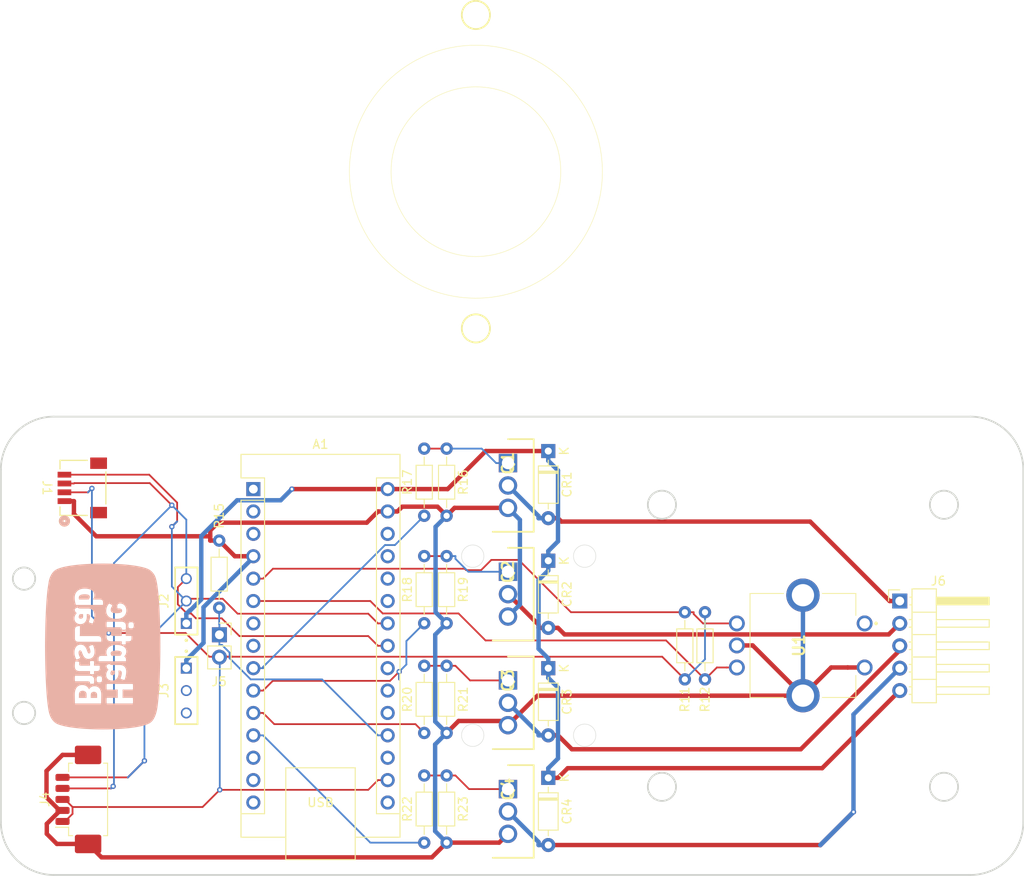
<source format=kicad_pcb>
(kicad_pcb (version 20241229) (generator "pcbnew") (generator_version "9.0")
  (layers (0 "F.Cu" signal) (2 "B.Cu" signal) (13 "F.Paste" user) (15 "B.Paste" user) (5 "F.SilkS" user "F.Silkscreen") (7 "B.SilkS" user "B.Silkscreen") (1 "F.Mask" user) (3 "B.Mask" user) (25 "Edge.Cuts" user))
  (net 0 "")
  (net 1 "+3.3V")
  (net 5 "GND")
  (net 7 "SDA")
  (net 8 "+12V")
  (net 15 "D9")
  (net 19 "SCL")
  (net 21 "D8")
  (net 23 "D7")
  (net 28 "D6")
  (net 29 "Net-(Q1-G)")
  (net 30 "Net-(J6-Pin_1)")
  (net 31 "Net-(J6-Pin_4)")
  (net 32 "Net-(J6-Pin_3)")
  (net 33 "A0")
  (net 34 "CLK")
  (net 35 "DT")
  (net 36 "SW")
  (net 37 "Net-(J6-Pin_2)")
  (net 38 "Net-(Q2-G)")
  (net 39 "Net-(Q3-G)")
  (net 40 "Net-(Q4-G)")
  (footprint "SL-103-G-39:SAMTEC_SL-103-G-39" (layer "F.Cu") (at -44.961 -2.54 -90)
    (property "Reference" "J2")
    (property "Value" "HUSB238")
  )
  (footprint "Diode_THT:D_DO-35_SOD27_P7.62mm_Horizontal" (layer "F.Cu") (at -3.894 -9.652 -90)
    (property "Reference" "CR2")
    (property "Value" "S1B-13-F")
  )
  (footprint "Connector_PinHeader_2.54mm:PinHeader_1x05_P2.54mm_Horizontal" (layer "F.Cu") (at 35.984 -5.08)
    (property "Reference" "J6")
    (property "Value" "Conn_01x05_Socket")
  )
  (footprint "Diode_THT:D_DO-35_SOD27_P7.62mm_Horizontal" (layer "F.Cu") (at -3.894 14.986 -90)
    (property "Reference" "CR4")
    (property "Value" "S1B-13-F")
  )
  (footprint "Resistor_THT:R_Axial_DIN0204_L3.6mm_D1.6mm_P7.62mm_Horizontal" (layer "F.Cu") (at -17.9686 -14.7508 90)
    (property "Reference" "R17")
    (property "Value" "150")
  )
  (footprint "footprints:CONN_SM04B-SRSS-TB_JST" (layer "F.Cu") (at -56.6901 -17.9143 -90)
    (property "Reference" "J1")
    (property "Value" "QWIIC")
  )
  (footprint "Resistor_THT:R_Axial_DIN0204_L3.6mm_D1.6mm_P7.62mm_Horizontal" (layer "F.Cu") (at -17.9686 22.3332 90)
    (property "Reference" "R22")
    (property "Value" "150")
  )
  (footprint "IRLZ14PBF:TO254P465X1031X1954-3P" (layer "F.Cu") (at -8.466 -20.7292 -90)
    (property "Reference" "Q1")
    (property "Value" "IRLZ14S" (hide yes))
  )
  (footprint "Resistor_THT:R_Axial_DIN0204_L3.6mm_D1.6mm_P7.62mm_Horizontal" (layer "F.Cu") (at -15.4286 -2.5588 90)
    (property "Reference" "R19")
    (property "Value" "10k")
  )
  (footprint "Resistor_THT:R_Axial_DIN0204_L3.6mm_D1.6mm_P7.62mm_Horizontal" (layer "F.Cu") (at -15.4286 9.8872 90)
    (property "Reference" "R21")
    (property "Value" "10k")
  )
  (footprint "Resistor_THT:R_Axial_DIN0204_L3.6mm_D1.6mm_P7.62mm_Horizontal" (layer "F.Cu") (at 13.886 3.81 90)
    (property "Reference" "R12")
    (property "Value" "10K")
  )
  (footprint "Resistor_THT:R_Axial_DIN0204_L3.6mm_D1.6mm_P7.62mm_Horizontal" (layer "F.Cu") (at -17.9686 9.8872 90)
    (property "Reference" "R20")
    (property "Value" "150")
  )
  (footprint "SL-103-G-39:SAMTEC_SL-103-G-39" (layer "F.Cu") (at -44.961 2.54 90)
    (property "Reference" "J3")
    (property "Value" "HUSB238")
  )
  (footprint "IRLZ14PBF:TO254P465X1031X1954-3P" (layer "F.Cu") (at -8.466 3.9276 -90)
    (property "Reference" "Q3")
    (property "Value" "IRLZ14S" (hide yes))
  )
  (footprint "Diode_THT:D_DO-35_SOD27_P7.62mm_Horizontal" (layer "F.Cu") (at -3.894 -22.098 -90)
    (property "Reference" "CR1")
    (property "Value" "S1B-13-F")
  )
  (footprint "Resistor_THT:R_Axial_DIN0204_L3.6mm_D1.6mm_P7.62mm_Horizontal" (layer "F.Cu") (at 11.6 3.81 90)
    (property "Reference" "R11")
    (property "Value" "10K")
  )
  (footprint "IRLZ14PBF:TO254P465X1031X1954-3P" (layer "F.Cu") (at -8.466 -8.4008 -90)
    (property "Reference" "Q2")
    (property "Value" "IRLZ14S" (hide yes))
  )
  (footprint "Resistor_THT:R_Axial_DIN0204_L3.6mm_D1.6mm_P7.62mm_Horizontal" (layer "F.Cu") (at -17.9686 -2.5588 90)
    (property "Reference" "R18")
    (property "Value" "150")
  )
  (footprint "Resistor_THT:R_Axial_DIN0204_L3.6mm_D1.6mm_P7.62mm_Horizontal" (layer "F.Cu") (at -15.4286 22.3332 90)
    (property "Reference" "R23")
    (property "Value" "10k")
  )
  (footprint "KiCad:PEC11L4120FS0020" (layer "F.Cu") (at 32 -2.54 -90)
    (property "Reference" "U1")
    (property "Value" "Encoder" (hide yes))
  )
  (footprint "Connector_Molex:Molex_PicoBlade_53261-0571_1x05-1MP_P1.25mm_Horizontal" (layer "F.Cu") (at -56.606 17.43 90)
    (property "Reference" "J4")
    (property "Value" "Ring_Conn")
  )
  (footprint "Connector_PinSocket_2.54mm:PinSocket_1x02_P2.54mm_Vertical" (layer "F.Cu") (at -41.207 -1.25)
    (property "Reference" "J5")
    (property "Value" "Conn_01x02_Pin")
  )
  (footprint "IRLZ14PBF:TO254P465X1031X1954-3P" (layer "F.Cu") (at -8.466 16.256 -90)
    (property "Reference" "Q4")
    (property "Value" "IRLZ14S" (hide yes))
  )
  (footprint "Module:Arduino_Nano" (layer "F.Cu") (at -37.356 -17.78)
    (property "Reference" "A1")
    (property "Value" "ESP32 Nano compatible")
  )
  (footprint "Resistor_THT:R_Axial_DIN0204_L3.6mm_D1.6mm_P7.62mm_Horizontal" (layer "F.Cu") (at -15.4286 -14.7508 90)
    (property "Reference" "R16")
    (property "Value" "10k")
  )
  (footprint "Resistor_THT:R_Axial_DIN0204_L3.6mm_D1.6mm_P7.62mm_Horizontal" (layer "F.Cu") (at -41.232 -11.938 -90)
    (property "Reference" "R15")
    (property "Value" "330")
  )
  (footprint "Diode_THT:D_DO-35_SOD27_P7.62mm_Horizontal" (layer "F.Cu") (at -3.894 2.54 -90)
    (property "Reference" "CR3")
    (property "Value" "S1B-13-F")
  )
  (gr_circle (center -12.106 -53.79) (end -2.4791 -53.79) (stroke (width 0.05)) (fill no) (layer "F.SilkS"))
  (gr_circle (center -12.106 -53.79) (end 2.245 -53.79) (stroke (width 0.05)) (fill no) (layer "F.SilkS"))
  (gr_circle (center -12.106 -36.01) (end -10.506 -36.01) (stroke (width 0.2)) (fill no) (layer "F.SilkS"))
  (gr_circle (center -12.106 -71.57) (end -10.506 -71.57) (stroke (width 0.2)) (fill no) (layer "F.SilkS"))
  (gr_poly (pts (xy -55.912115 -5.580357) (xy -55.914001 -5.596873) (xy -55.915339 -5.604942) (xy -55.916937 -5.612882) (xy -55.9188 -5.620696) (xy -55.920924 -5.628381) (xy -55.923311 -5.63594) (xy -55.92596 -5.64337) (xy -55.928871 -5.650672) (xy -55.932045 -5.657846) (xy -55.935481 -5.664892) (xy -55.939179 -5.67181) (xy -55.943141 -5.678598) (xy -55.947364 -5.685258) (xy -55.95185 -5.69179) (xy -55.956597 -5.698191) (xy -55.961609 -5.704465) (xy -55.966882 -5.710608) (xy -55.972417 -5.716622) (xy -55.978216 -5.722506) (xy -55.990599 -5.733886) (xy -56.004032 -5.744745) (xy -56.018517 -5.755082) (xy -56.03405 -5.764896) (xy -56.050635 -5.774186) (xy -56.068405 -5.782935) (xy -56.087495 -5.791118) (xy -56.107904 -5.798737) (xy -56.129632 -5.805792) (xy -56.152677 -5.812282) (xy -56.177037 -5.818208) (xy -56.202712 -5.823568) (xy -56.2297 -5.828366) (xy -56.258 -5.832598) (xy -56.287612 -5.836266) (xy -56.350764 -5.84191) (xy -56.419145 -5.845295) (xy -56.492746 -5.846423) (xy -56.544345 -5.845798) (xy -56.59402 -5.84392) (xy -56.64179 -5.840776) (xy -56.687675 -5.836356) (xy -56.731694 -5.830652) (xy -56.773865 -5.823655) (xy -56.814209 -5.815353) (xy -56.852744 -5.805738) (xy -56.87129 -5.800435) (xy -56.88929 -5.794801) (xy -56.906744 -5.788836) (xy -56.923649 -5.782541) (xy -56.940005 -5.775915) (xy -56.955811 -5.76896) (xy -56.971065 -5.761672) (xy -56.985766 -5.754055) (xy -56.999914 -5.746106) (xy -57.013505 -5.737827) (xy -57.026541 -5.729217) (xy -57.03902 -5.720277) (xy -57.050939 -5.711005) (xy -57.062299 -5.701403) (xy -57.073097 -5.69147) (xy -57.083335 -5.681206) (xy -57.092979 -5.670585) (xy -57.102 -5.659576) (xy -57.110399 -5.64818) (xy -57.118175 -5.636396) (xy -57.125329 -5.62423) (xy -57.13186 -5.611678) (xy -57.137769 -5.598746) (xy -57.143056 -5.585432) (xy -57.147721 -5.571738) (xy -57.151764 -5.557667) (xy -57.155184 -5.543218) (xy -57.157982 -5.528395) (xy -57.160159 -5.513196) (xy -57.161714 -5.497625) (xy -57.162646 -5.481681) (xy -57.162957 -5.465367) (xy -57.162499 -5.437266) (xy -57.161156 -5.409602) (xy -57.158977 -5.382347) (xy -57.156011 -5.355471) (xy -57.152306 -5.328947) (xy -57.147912 -5.302743) (xy -57.142876 -5.276833) (xy -57.137247 -5.251185) (xy -56.063081 -5.251185) (xy -56.050565 -5.26282) (xy -56.038532 -5.274688) (xy -56.027006 -5.28679) (xy -56.021439 -5.292928) (xy -56.016005 -5.299126) (xy -56.010706 -5.305381) (xy -56.005546 -5.311695) (xy -56.000529 -5.318068) (xy -55.995652 -5.3245) (xy -55.990924 -5.330988) (xy -55.986342 -5.337536) (xy -55.981911 -5.344142) (xy -55.977635 -5.350807) (xy -55.969216 -5.364767) (xy -55.961379 -5.378631) (xy -55.954125 -5.392401) (xy -55.947449 -5.406077) (xy -55.941351 -5.41966) (xy -55.935832 -5.433152) (xy -55.930887 -5.446555) (xy -55.926519 -5.459867) (xy -55.922724 -5.473093) (xy -55.9195 -5.486233) (xy -55.916849 -5.499288) (xy -55.914766 -5.512261) (xy -55.913254 -5.52515) (xy -55.912307 -5.537957) (xy -55.911927 -5.550685) (xy -55.912114 -5.563333) (xy -55.911275 -5.563333)) (fill yes) (layer "B.SilkS"))
  (gr_poly (pts (xy -53.066468 3.00696) (xy -53.067314 2.954787) (xy -53.070317 2.836282) (xy -53.070664 2.831993) (xy -53.071059 2.827823) (xy -53.071877 2.819678) (xy -53.072242 2.815625) (xy -53.072537 2.811533) (xy -53.072737 2.807363) (xy -53.072811 2.803075) (xy -53.427821 2.803075) (xy -53.434551 2.810307) (xy -53.441067 2.817677) (xy -53.447388 2.825165) (xy -53.453536 2.832751) (xy -53.459526 2.840416) (xy -53.465383 2.84814) (xy -53.471122 2.855902) (xy -53.476767 2.863685) (xy -53.488363 2.880775) (xy -53.499202 2.897808) (xy -53.509286 2.914782) (xy -53.518616 2.931698) (xy -53.527192 2.948558) (xy -53.535017 2.965358) (xy -53.542091 2.982102) (xy -53.548416 2.998786) (xy -53.553992 3.015411) (xy -53.558819 3.031978) (xy -53.562902 3.048488) (xy -53.566239 3.06494) (xy -53.568834 3.081332) (xy -53.570686 3.097667) (xy -53.571796 3.113943) (xy -53.572164 3.13016) (xy -53.571913 3.142128) (xy -53.571157 3.153747) (xy -53.569899 3.165021) (xy -53.568144 3.175951) (xy -53.565894 3.186541) (xy -53.563149 3.196793) (xy -53.559916 3.206708) (xy -53.556192 3.21629) (xy -53.551982 3.225542) (xy -53.547289 3.234465) (xy -53.542116 3.243061) (xy -53.536463 3.251333) (xy -53.530334 3.259287) (xy -53.523733 3.26692) (xy -53.516659 3.274237) (xy -53.509118 3.28124) (xy -53.501078 3.287877) (xy -53.492823 3.294086) (xy -53.484349 3.299866) (xy -53.475654 3.305218) (xy -53.466736 3.310142) (xy -53.457591 3.314637) (xy -53.448219 3.318706) (xy -53.438616 3.322345) (xy -53.428778 3.325556) (xy -53.418706 3.32834) (xy -53.408394 3.330695) (xy -53.397844 3.332621) (xy -53.387049 3.33412) (xy -53.376009 3.33519) (xy -53.364722 3.335832) (xy -53.353183 3.336046) (xy -53.337494 3.335783) (xy -53.322158 3.334995) (xy -53.307176 3.333681) (xy -53.292551 3.331842) (xy -53.278286 3.329478) (xy -53.264382 3.326588) (xy -53.250843 3.323173) (xy -53.237672 3.319233) (xy -53.224869 3.314767) (xy -53.212439 3.309776) (xy -53.200383 3.30426) (xy -53.188704 3.298217) (xy -53.177406 3.29165) (xy -53.166489 3.284556) (xy -53.155956 3.276938) (xy -53.145809 3.268793) (xy -53.136166 3.260077) (xy -53.127144 3.250737) (xy -53.118744 3.240775) (xy -53.110967 3.230191) (xy -53.103812 3.218983) (xy -53.097278 3.207155) (xy -53.091367 3.194702) (xy -53.086078 3.181628) (xy -53.081412 3.167931) (xy -53.077367 3.153611) (xy -53.073946 3.138668) (xy -53.071146 3.123103) (xy -53.068968 3.106915) (xy -53.067413 3.090103) (xy -53.066479 3.07267) (xy -53.066168 3.054612)) (fill yes) (layer "B.SilkS"))
  (gr_poly (pts (xy -56.278177 5.520963) (xy -56.278967 5.499923) (xy -56.280287 5.479491) (xy -56.282139 5.45967) (xy -56.284526 5.44046) (xy -56.28745 5.421867) (xy -56.290914 5.40389) (xy -56.294919 5.386535) (xy -56.299466 5.369802) (xy -56.304562 5.353693) (xy -56.310207 5.338212) (xy -56.316402 5.323362) (xy -56.323152 5.309145) (xy -56.330457 5.295561) (xy -56.338321 5.282615) (xy -56.346747 5.27031) (xy -56.34842 5.27031) (xy -56.357244 5.258405) (xy -56.366302 5.246963) (xy -56.375597 5.235987) (xy -56.385129 5.225475) (xy -56.3949 5.215422) (xy -56.40491 5.205832) (xy -56.415161 5.196701) (xy -56.425654 5.188028) (xy -56.43639 5.179812) (xy -56.447371 5.172053) (xy -56.458597 5.164748) (xy -56.47007 5.157897) (xy -56.481792 5.151498) (xy -56.493762 5.145552) (xy -56.505984 5.140055) (xy -56.518457 5.135006) (xy -56.530899 5.130325) (xy -56.543339 5.125936) (xy -56.555772 5.121843) (xy -56.5682 5.118046) (xy -56.580617 5.114545) (xy -56.593024 5.111341) (xy -56.605415 5.108438) (xy -56.617789 5.105836) (xy -56.630142 5.103535) (xy -56.642476 5.101537) (xy -56.654784 5.099842) (xy -56.667065 5.098453) (xy -56.679319 5.097372) (xy -56.69154 5.096597) (xy -56.703727 5.096131) (xy -56.715879 5.095976) (xy -56.733684 5.096286) (xy -56.751646 5.097208) (xy -56.769764 5.098735) (xy -56.788039 5.100855) (xy -56.80647 5.10356) (xy -56.825056 5.106838) (xy -56.843799 5.110682) (xy -56.862697 5.115082) (xy -56.871999 5.117532) (xy -56.881239 5.120216) (xy -56.890415 5.123135) (xy -56.899527 5.126285) (xy -56.90857 5.129671) (xy -56.917544 5.13329) (xy -56.926444 5.137141) (xy -56.935269 5.141227) (xy -56.944016 5.145546) (xy -56.952684 5.150097) (xy -56.961269 5.154885) (xy -56.969769 5.159903) (xy -56.978182 5.165157) (xy -56.986506 5.170643) (xy -56.994737 5.176362) (xy -57.002874 5.182315) (xy -57.010862 5.188531) (xy -57.018657 5.195038) (xy -57.026259 5.201837) (xy -57.033664 5.20893) (xy -57.040876 5.216312) (xy -57.047895 5.223988) (xy -57.054717 5.231956) (xy -57.061347 5.240216) (xy -57.067782 5.248767) (xy -57.074024 5.257611) (xy -57.080071 5.266746) (xy -57.085922 5.276173) (xy -57.091581 5.285892) (xy -57.097044 5.295903) (xy -57.102314 5.306206) (xy -57.107389 5.3168) (xy -57.112211 5.327725) (xy -57.116721 5.339021) (xy -57.12092 5.350688) (xy -57.124809 5.362731) (xy -57.128386 5.375147) (xy -57.131651 5.38794) (xy -57.134606 5.401108) (xy -57.13725 5.414656) (xy -57.139582 5.428583) (xy -57.141604 5.442892) (xy -57.143314 5.457582) (xy -57.144712 5.472655) (xy -57.145801 5.488112) (xy -57.146577 5.503956) (xy -57.1472 5.536805) (xy -57.1472 5.708645) (xy -57.147382 5.758283) (xy -57.148032 5.808778) (xy -57.149304 5.860056) (xy -57.151349 5.912037) (xy -56.277914 5.912037) (xy -56.277914 5.54261)) (fill yes) (layer "B.SilkS"))
  (gr_poly (pts (xy -53.545618 0.846376) (xy -53.545618 0.847193) (xy -53.545608 0.846815)) (fill yes) (layer "B.SilkS"))
  (gr_poly (pts (xy -52.288366 0.803585) (xy -52.289068 0.794137) (xy -52.290242 0.784827) (xy -52.291891 0.775652) (xy -52.294014 0.766613) (xy -52.296617 0.757712) (xy -52.299701 0.748947) (xy -52.303268 0.740318) (xy -52.307321 0.731826) (xy -52.311863 0.72347) (xy -52.316896 0.71525) (xy -52.322421 0.707165) (xy -52.328443 0.699217) (xy -52.334962 0.691405) (xy -52.341982 0.68373) (xy -52.349506 0.67619) (xy -52.357543 0.668815) (xy -52.366106 0.661635) (xy -52.375194 0.654645) (xy -52.384808 0.647847) (xy -52.394947 0.641238) (xy -52.405611 0.634817) (xy -52.416801 0.628585) (xy -52.428514 0.622538) (xy -52.440753 0.616676) (xy -52.453517 0.610997) (xy -52.466807 0.605501) (xy -52.480619 0.600187) (xy -52.494958 0.595051) (xy -52.509821 0.590096) (xy -52.525208 0.585318) (xy -52.541121 0.580717) (xy -52.574784 0.572271) (xy -52.611043 0.564983) (xy -52.649848 0.558842) (xy -52.691151 0.55384) (xy -52.734906 0.549965) (xy -52.781058 0.547208) (xy -52.829564 0.545562) (xy -52.880376 0.545016) (xy -52.931389 0.545522) (xy -52.980546 0.54704) (xy -53.027857 0.54957) (xy -53.073331 0.553111) (xy -53.116976 0.557666) (xy -53.158802 0.563232) (xy -53.198822 0.569812) (xy -53.237041 0.577406) (xy -53.255434 0.581588) (xy -53.273282 0.586043) (xy -53.290586 0.590771) (xy -53.307344 0.595771) (xy -53.323559 0.601042) (xy -53.339229 0.606587) (xy -53.354354 0.612405) (xy -53.368936 0.618493) (xy -53.382972 0.624856) (xy -53.396463 0.63149) (xy -53.409411 0.638395) (xy -53.421813 0.645575) (xy -53.433671 0.653025) (xy -53.444983 0.660747) (xy -53.455752 0.668742) (xy -53.465976 0.67701) (xy -53.475621 0.685561) (xy -53.484642 0.694402) (xy -53.493043 0.70353) (xy -53.500819 0.712942) (xy -53.507974 0.722637) (xy -53.514508 0.732611) (xy -53.520418 0.742862) (xy -53.525707 0.753387) (xy -53.530374 0.764186) (xy -53.534418 0.775253) (xy -53.537841 0.78659) (xy -53.540641 0.79819) (xy -53.542818 0.810053) (xy -53.544373 0.822176) (xy -53.545307 0.834557) (xy -53.545608 0.846815) (xy -53.545326 0.860142) (xy -53.544449 0.874046) (xy -53.542987 0.888092) (xy -53.540938 0.902281) (xy -53.538301 0.916616) (xy -53.535073 0.9311) (xy -53.531256 0.945733) (xy -53.526847 0.960522) (xy -53.521844 0.975465) (xy -53.516248 0.990565) (xy -53.510057 1.005827) (xy -53.503269 1.021252) (xy -53.495882 1.036842) (xy -53.487897 1.0526) (xy -53.479312 1.068528) (xy -53.470126 1.08463) (xy -53.465976 1.09175) (xy -53.461641 1.098805) (xy -53.457168 1.105801) (xy -53.452607 1.11275) (xy -53.443416 1.126541) (xy -53.438886 1.133402) (xy -53.434461 1.140255) (xy -52.472269 1.140255) (xy -52.459894 1.130426) (xy -52.447972 1.120558) (xy -52.436507 1.11065) (xy -52.425503 1.1007) (xy -52.414967 1.090705) (xy -52.404901 1.080666) (xy -52.395313 1.070581) (xy -52.386204 1.060448) (xy -52.377583 1.050267) (xy -52.369453 1.040037) (xy -52.361818 1.029755) (xy -52.354686 1.01942) (xy -52.348057 1.009031) (xy -52.341939 0.998587) (xy -52.336337 0.988087) (xy -52.331256 0.97753) (xy -52.325987 0.965946) (xy -52.321069 0.954537) (xy -52.316498 0.943301) (xy -52.312273 0.93224) (xy -52.308393 0.921355) (xy -52.304857 0.910643) (xy -52.301663 0.900107) (xy -52.298811 0.889747) (xy -52.296298 0.879561) (xy -52.294124 0.869551) (xy -52.292288 0.859715) (xy -52.290789 0.850055) (xy -52.289624 0.84057) (xy -52.288794 0.83126) (xy -52.288297 0.822126) (xy -52.288132 0.813168)) (fill yes) (layer "B.SilkS"))
  (gr_poly (pts (xy -56.669425 -3.349275) (xy -56.669722 -3.396935) (xy -56.670564 -3.449106) (xy -56.673574 -3.567605) (xy -56.673915 -3.571893) (xy -56.674307 -3.576066) (xy -56.675126 -3.584215) (xy -56.675492 -3.588268) (xy -56.675791 -3.59236) (xy -56.675992 -3.596528) (xy -56.676065 -3.600811) (xy -57.031077 -3.600811) (xy -57.037531 -3.593578) (xy -57.043839 -3.586208) (xy -57.050012 -3.578721) (xy -57.05606 -3.571137) (xy -57.061991 -3.563473) (xy -57.067816 -3.555753) (xy -57.079186 -3.54022) (xy -57.090782 -3.523126) (xy -57.101622 -3.50609) (xy -57.111705 -3.489113) (xy -57.121035 -3.472195) (xy -57.129612 -3.455333) (xy -57.137436 -3.438531) (xy -57.14451 -3.421787) (xy -57.150835 -3.405103) (xy -57.15641 -3.388476) (xy -57.161239 -3.371908) (xy -57.165321 -3.355397) (xy -57.168659 -3.338946) (xy -57.171252 -3.322552) (xy -57.173105 -3.306218) (xy -57.174215 -3.289941) (xy -57.174584 -3.273723) (xy -57.174331 -3.26176) (xy -57.173576 -3.250142) (xy -57.17232 -3.238871) (xy -57.170565 -3.227942) (xy -57.168314 -3.217352) (xy -57.16557 -3.207101) (xy -57.162335 -3.197185) (xy -57.158611 -3.187602) (xy -57.154401 -3.178348) (xy -57.149709 -3.169426) (xy -57.144535 -3.160828) (xy -57.138882 -3.152553) (xy -57.132754 -3.144601) (xy -57.126152 -3.136967) (xy -57.119079 -3.129648) (xy -57.111537 -3.122646) (xy -57.103497 -3.116008) (xy -57.095244 -3.109801) (xy -57.086769 -3.104022) (xy -57.078074 -3.098671) (xy -57.069155 -3.093748) (xy -57.060011 -3.089255) (xy -57.050637 -3.085187) (xy -57.041035 -3.081551) (xy -57.031197 -3.078341) (xy -57.021125 -3.07556) (xy -57.010815 -3.073206) (xy -57.000264 -3.071281) (xy -56.989469 -3.069783) (xy -56.978429 -3.068715) (xy -56.96714 -3.068072) (xy -56.955602 -3.067858) (xy -56.939914 -3.068121) (xy -56.924577 -3.068908) (xy -56.909595 -3.070222) (xy -56.894971 -3.072062) (xy -56.880705 -3.074425) (xy -56.866801 -3.077315) (xy -56.853264 -3.08073) (xy -56.840091 -3.08467) (xy -56.82729 -3.089133) (xy -56.81486 -3.094123) (xy -56.802804 -3.099638) (xy -56.791125 -3.10568) (xy -56.779826 -3.112243) (xy -56.768909 -3.119335) (xy -56.758376 -3.126951) (xy -56.74823 -3.135091) (xy -56.738585 -3.143808) (xy -56.729562 -3.153148) (xy -56.721164 -3.163112) (xy -56.713386 -3.173697) (xy -56.70623 -3.184906) (xy -56.699697 -3.196736) (xy -56.693787 -3.209188) (xy -56.688497 -3.222265) (xy -56.683831 -3.235963) (xy -56.679786 -3.250283) (xy -56.676365 -3.265226) (xy -56.673565 -3.280791) (xy -56.671387 -3.296978) (xy -56.669832 -3.313787) (xy -56.668899 -3.331221) (xy -56.668587 -3.349275)) (fill yes) (layer "B.SilkS"))
  (gr_poly (pts (xy -47.903508 -0.280158) (xy -47.905374 -0.585761) (xy -47.908486 -0.891991) (xy -47.914083 -1.293782) (xy -47.920927 -1.695587) (xy -47.931607 -2.164217) (xy -47.944152 -2.632832) (xy -47.960534 -3.139648) (xy -47.980649 -3.646465) (xy -48.005016 -4.162728) (xy -48.033736 -4.678365) (xy -48.049457 -4.926297) (xy -48.066811 -5.17439) (xy -48.085877 -5.422483) (xy -48.106729 -5.670415) (xy -48.127479 -5.894421) (xy -48.150173 -6.118191) (xy -48.175201 -6.341803) (xy -48.202949 -6.565338) (xy -48.228779 -6.751315) (xy -48.257177 -6.936827) (xy -48.272653 -7.029358) (xy -48.289149 -7.121717) (xy -48.306793 -7.213881) (xy -48.325712 -7.305832) (xy -48.340297 -7.372817) (xy -48.355612 -7.439812) (xy -48.371918 -7.506672) (xy -48.389478 -7.573251) (xy -48.408554 -7.639401) (xy -48.429411 -7.704976) (xy -48.452307 -7.769831) (xy -48.477507 -7.833818) (xy -48.500131 -7.885937) (xy -48.524434 -7.937336) (xy -48.550384 -7.987963) (xy -48.577952 -8.03776) (xy -48.607103 -8.086671) (xy -48.637807 -8.134641) (xy -48.670032 -8.181613) (xy -48.703746 -8.227532) (xy -48.738919 -8.272343) (xy -48.775518 -8.315987) (xy -48.813512 -8.358411) (xy -48.852871 -8.399558) (xy -48.893559 -8.439372) (xy -48.935549 -8.477797) (xy -48.978808 -8.514778) (xy -49.023302 -8.550257) (xy -49.074259 -8.587381) (xy -49.126587 -8.621936) (xy -49.180182 -8.654082) (xy -49.234937 -8.68398) (xy -49.290746 -8.711788) (xy -49.347504 -8.737666) (xy -49.405106 -8.761775) (xy -49.463446 -8.784272) (xy -49.522416 -8.805317) (xy -49.581913 -8.825072) (xy -49.702061 -8.861346) (xy -49.823043 -8.894367) (xy -49.944014 -8.925415) (xy -50.023726 -8.944833) (xy -50.103592 -8.963242) (xy -50.263787 -8.997388) (xy -50.424602 -9.02857) (xy -50.586041 -9.057501) (xy -50.759831 -9.086447) (xy -50.934041 -9.112981) (xy -51.108622 -9.137275) (xy -51.283523 -9.159496) (xy -51.634094 -9.198407) (xy -51.985359 -9.231073) (xy -52.362513 -9.260398) (xy -52.739976 -9.284022) (xy -53.117749 -9.302518) (xy -53.495834 -9.316463) (xy -53.495834 -9.318137) (xy -53.733357 -9.3247) (xy -53.970718 -9.329346) (xy -54.208078 -9.332106) (xy -54.445599 -9.333018) (xy -54.931446 -9.32926) (xy -55.417222 -9.31788) (xy -55.902845 -9.298721) (xy -56.388232 -9.271627) (xy -56.854339 -9.237357) (xy -57.087335 -9.21688) (xy -57.320139 -9.193772) (xy -57.552631 -9.167736) (xy -57.784696 -9.138467) (xy -58.016217 -9.105668) (xy -58.247077 -9.069036) (xy -58.422777 -9.03889) (xy -58.59913 -9.00622) (xy -58.775384 -8.969983) (xy -58.950792 -8.929137) (xy -59.124606 -8.882641) (xy -59.210682 -8.856947) (xy -59.296077 -8.829452) (xy -59.380702 -8.800022) (xy -59.46446 -8.768527) (xy -59.547257 -8.73484) (xy -59.629002 -8.698827) (xy -59.678966 -8.674747) (xy -59.727465 -8.648908) (xy -59.77451 -8.621345) (xy -59.820115 -8.592085) (xy -59.864291 -8.561158) (xy -59.907051 -8.528603) (xy -59.948406 -8.494446) (xy -59.988369 -8.45872) (xy -60.026951 -8.421456) (xy -60.064166 -8.382686) (xy -60.100025 -8.342443) (xy -60.134539 -8.300757) (xy -60.167722 -8.25766) (xy -60.199585 -8.213183) (xy -60.230141 -8.16736) (xy -60.259401 -8.120218) (xy -60.289654 -8.068195) (xy -60.318792 -8.015205) (xy -60.346774 -7.961317) (xy -60.373555 -7.9066) (xy -60.399092 -7.851118) (xy -60.423342 -7.794938) (xy -60.446261 -7.738131) (xy -60.467804 -7.680758) (xy -60.487929 -7.62289) (xy -60.506589 -7.564592) (xy -60.523744 -7.505932) (xy -60.539349 -7.446977) (xy -60.553359 -7.387793) (xy -60.565732 -7.328448) (xy -60.576424 -7.269008) (xy -60.58539 -7.209541) (xy -60.599742 -7.108746) (xy -60.615165 -7.008058) (xy -60.647589 -6.806808) (xy -60.679395 -6.605402) (xy -60.694045 -6.504518) (xy -60.707317 -6.40345) (xy -60.742271 -6.0926) (xy -60.772949 -5.781441) (xy -60.800051 -5.469977) (xy -60.824277 -5.158205) (xy -60.847667 -4.817612) (xy -60.868339 -4.476943) (xy -60.886675 -4.136123) (xy -60.903064 -3.795068) (xy -60.930649 -3.122226) (xy -60.95201 -2.449385) (xy -60.96704 -1.85373) (xy -60.97772 -1.25809) (xy -60.983945 -0.807307) (xy -60.987672 -0.356526) (xy -60.989121 -0.136948) (xy -60.98933 0.082627) (xy -60.988712 0.358342) (xy -60.986854 0.634686) (xy -60.982602 1.119503) (xy -60.975226 1.60432) (xy -60.9629 2.226942) (xy -60.946205 2.849565) (xy -60.922256 3.538602) (xy -60.907829 3.883198) (xy -60.891455 4.227638) (xy -60.87353 4.570065) (xy -60.853195 4.912415) (xy -60.83022 5.254611) (xy -60.804372 5.596577) (xy -60.778577 5.901627) (xy -60.749204 6.206441) (xy -60.715476 6.510783) (xy -60.676621 6.81442) (xy -60.651347 6.993927) (xy -60.623407 7.173807) (xy -60.590917 7.353101) (xy -60.572377 7.442232) (xy -60.551992 7.53086) (xy -60.529527 7.618862) (xy -60.504745 7.706126) (xy -60.477412 7.792527) (xy -60.447294 7.877947) (xy -60.41415 7.962268) (xy -60.377749 8.045371) (xy -60.337852 8.127136) (xy -60.294226 8.207443) (xy -60.273496 8.242733) (xy -60.252045 8.277607) (xy -60.229875 8.312035) (xy -60.206985 8.34599) (xy -60.183375 8.379443) (xy -60.159046 8.41237) (xy -60.133996 8.444738) (xy -60.108229 8.47652) (xy -60.081741 8.507691) (xy -60.054534 8.538221) (xy -60.026607 8.568081) (xy -59.997961 8.597245) (xy -59.968596 8.625683) (xy -59.938512 8.65337) (xy -59.90771 8.680276) (xy -59.876187 8.706372) (xy -59.840269 8.734155) (xy -59.803475 8.760283) (xy -59.765864 8.784857) (xy -59.727489 8.807977) (xy -59.68841 8.82974) (xy -59.648682 8.850242) (xy -59.608366 8.869586) (xy -59.567515 8.887868) (xy -59.526189 8.905186) (xy -59.484442 8.921641) (xy -59.39992 8.952347) (xy -59.314406 8.980778) (xy -59.228356 9.007722) (xy -59.042626 9.061527) (xy -58.855167 9.109417) (xy -58.66627 9.152015) (xy -58.476226 9.189943) (xy -58.285327 9.223823) (xy -58.093866 9.254281) (xy -57.902134 9.281936) (xy -57.710421 9.307411) (xy -57.480401 9.335222) (xy -57.250096 9.360231) (xy -57.019541 9.382593) (xy -56.788761 9.402466) (xy -56.326651 9.435361) (xy -55.864004 9.460161) (xy -55.509882 9.474326) (xy -55.155524 9.484445) (xy -54.801009 9.490516) (xy -54.658776 9.491326) (xy -54.658776 6.542957) (xy -57.56857 6.542957) (xy -57.596772 6.513917) (xy -57.608381 5.995046) (xy -57.611039 5.868196) (xy -57.61284 5.742897) (xy -57.613862 5.61915) (xy -57.614186 5.496956) (xy -57.613816 5.45669) (xy -57.612706 5.417141) (xy -57.610856 5.37831) (xy -57.608264 5.340196) (xy -57.604927 5.302797) (xy -57.600846 5.266111) (xy -57.59602 5.230138) (xy -57.590446 5.194876) (xy -57.584124 5.160326) (xy -57.57705 5.126483) (xy -57.569227 5.09335) (xy -57.560652 5.060922) (xy -57.551324 5.0292) (xy -57.54124 4.998182) (xy -57.530401 4.967867) (xy -57.518806 4.938255) (xy -57.506461 4.909421) (xy -57.493374 4.881441) (xy -57.479544 4.854316) (xy -57.464967 4.828041) (xy -57.449642 4.802618) (xy -57.433567 4.778046) (xy -57.416737 4.754322) (xy -57.399151 4.731445) (xy -57.380809 4.709415) (xy -57.361704 4.688228) (xy -57.341837 4.667888) (xy -57.321204 4.64839) (xy -57.299804 4.629732) (xy -57.277632 4.611916) (xy -57.25469 4.594938) (xy -57.230971 4.578798) (xy -57.232627 4.579617) (xy -57.208122 4.564247) (xy -57.182821 4.549887) (xy -57.156726 4.536533) (xy -57.129837 4.524185) (xy -57.102156 4.512837) (xy -57.073685 4.50249) (xy -57.044424 4.49314) (xy -57.014374 4.484783) (xy -56.983536 4.477418) (xy -56.951912 4.471045) (xy -56.919505 4.465658) (xy -56.886314 4.461256) (xy -56.85234 4.457836) (xy -56.817585 4.455396) (xy -56.78205 4.453935) (xy -56.745736 4.453448) (xy -56.7202 4.453807) (xy -56.694917 4.454887) (xy -56.669887 4.456687) (xy -56.64511 4.459207) (xy -56.620585 4.462446) (xy -56.596314 4.466405) (xy -56.572295 4.471085) (xy -56.548527 4.476485) (xy -56.525015 4.482602) (xy -56.501752 4.489441) (xy -56.478744 4.497) (xy -56.455989 4.505278) (xy -56.433485 4.514277) (xy -56.411235 4.523995) (xy -56.389235 4.534433) (xy -56.367489 4.545591) (xy -56.346122 4.557323) (xy -56.32526 4.569486) (xy -56.304901 4.582082) (xy -56.285044 4.595113) (xy -56.265687 4.608582) (xy -56.246831 4.622492) (xy -56.228472 4.636845) (xy -56.210611 4.651643) (xy -56.193245 4.666887) (xy -56.176374 4.682582) (xy -56.159996 4.698731) (xy -56.144109 4.715333) (xy -56.128715 4.732392) (xy -56.113809 4.749912) (xy -56.09939 4.767893) (xy -56.08546 4.78634) (xy -56.07783 4.796952) (xy -56.070486 4.807622) (xy -56.063426 4.818353) (xy -56.056641 4.829142) (xy -56.05013 4.839988) (xy -56.043884 4.850896) (xy -56.037901 4.86186) (xy -56.032175 4.872882) (xy -56.026702 4.883963) (xy -56.021476 4.895105) (xy -56.016494 4.906302) (xy -56.011749 4.917558) (xy -56.002952 4.940246) (xy -55.995047 4.963165) (xy -55.988012 4.947988) (xy -55.980567 4.932977) (xy -55.972692 4.918142) (xy -55.964371 4.903492) (xy -55.95558 4.889037) (xy -55.946304 4.874785) (xy -55.936521 4.860747) (xy -55.926214 4.84693) (xy -55.914676 4.832476) (xy -55.902767 4.818375) (xy -55.89049 4.804627) (xy -55.877844 4.791237) (xy -55.864827 4.778206) (xy -55.851444 4.765538) (xy -55.837689 4.753235) (xy -55.823565 4.741298) (xy -55.809072 4.72973) (xy -55.794209 4.718535) (xy -55.778977 4.707713) (xy -55.763376 4.69727) (xy -55.747406 4.687205) (xy -55.731066 4.677523) (xy -55.714359 4.668226) (xy -55.69728 4.659313) (xy -55.679926 4.650725) (xy -55.673225 4.647657) (xy -55.673225 4.306498) (xy -55.701136 4.30607) (xy -55.728882 4.304787) (xy -55.756456 4.302646) (xy -55.783846 4.29965) (xy -55.811042 4.295798) (xy -55.838036 4.291092) (xy -55.864815 4.285531) (xy -55.89137 4.279115) (xy -55.89137 4.22016) (xy -55.891634 4.206432) (xy -55.892424 4.193266) (xy -55.893744 4.180657) (xy -55.895596 4.168601) (xy -55.897982 4.157093) (xy -55.899377 4.151546) (xy -55.900906 4.146133) (xy -55.902571 4.140856) (xy -55.904371 4.135715) (xy -55.906306 4.130708) (xy -55.908376 4.125836) (xy -55.910582 4.121097) (xy -55.912926 4.11649) (xy -55.915406 4.112018) (xy -55.918022 4.107677) (xy -55.920777 4.103468) (xy -55.923669 4.099392) (xy -55.926699 4.095445) (xy -55.929866 4.09163) (xy -55.933172 4.087943) (xy -55.936617 4.084388) (xy -55.940202 4.080962) (xy -55.943926 4.077663) (xy -55.947789 4.074493) (xy -55.951794 4.071452) (xy -55.955937 4.068537) (xy -55.960221 4.06575) (xy -55.969077 4.060477) (xy -55.978225 4.055552) (xy -55.987667 4.050976) (xy -55.997405 4.046747) (xy -56.007439 4.042865) (xy -56.017769 4.039325) (xy -56.028399 4.036128) (xy -56.039329 4.033273) (xy -56.05056 4.03076) (xy -56.062092 4.028585) (xy -56.07393 4.026747) (xy -56.086072 4.025247) (xy -56.098521 4.024083) (xy -56.111277 4.023252) (xy -56.124342 4.022756) (xy -56.137719 4.02259) (xy -57.590131 4.02259) (xy -57.595694 3.98674) (xy -57.600545 3.95012) (xy -57.604675 3.912663) (xy -57.608075 3.874302) (xy -57.610735 3.834967) (xy -57.612646 3.794591) (xy -57.6138 3.753105) (xy -57.614186 3.710442) (xy -57.6138 3.667677) (xy -57.612646 3.625945) (xy -57.610735 3.585265) (xy -57.608075 3.545653) (xy -57.604675 3.507133) (xy -57.600545 3.46972) (xy -57.595694 3.433433) (xy -57.590131 3.398293) (xy -55.917917 3.398293) (xy -55.88967 3.398761) (xy -55.862159 3.400162) (xy -55.835385 3.402497) (xy -55.809346 3.405766) (xy -55.784041 3.409968) (xy -55.759467 3.415105) (xy -55.735627 3.421175) (xy -55.712516 3.42818) (xy -55.690134 3.436118) (xy -55.66848 3.444991) (xy -55.65663 3.450543) (xy -55.65663 3.220648) (xy -55.68723 3.22022) (xy -55.717439 3.218936) (xy -55.747261 3.216796) (xy -55.776692 3.213798) (xy -55.805736 3.209945) (xy -55.834391 3.205235) (xy -55.862656 3.199668) (xy -55.890534 3.193246) (xy -55.88391 2.868651) (xy -57.031895 2.868651) (xy -57.068309 2.868136) (xy -57.103517 2.86659) (xy -57.13752 2.864011) (xy -57.170316 2.860402) (xy -57.201909 2.855761) (xy -57.232294 2.850091) (xy -57.261474 2.843387) (xy -57.289449 2.835653) (xy -57.31622 2.826888) (xy -57.341784 2.817092) (xy -57.366144 2.806265) (xy -57.389296 2.794407) (xy -57.411245 2.781516) (xy -57.431989 2.767595) (xy -57.451526 2.752643) (xy -57.469859 2.73666) (xy -57.487036 2.719606) (xy -57.503104 2.701441) (xy -57.518064 2.682166) (xy -57.531916 2.661777) (xy -57.544661 2.640275) (xy -57.556297 2.617656) (xy -57.566825 2.593921) (xy -57.576245 2.56907) (xy -57.584557 2.543098) (xy -57.591762 2.516008) (xy -57.597856 2.487796) (xy -57.602844 2.458462) (xy -57.606724 2.428002) (xy -57.609495 2.39642) (xy -57.611157 2.363712) (xy -57.611711 2.329875) (xy -57.61148 2.29812) (xy -57.610802 2.265732) (xy -57.609696 2.232702) (xy -57.608181 2.199023) (xy -57.604004 2.129668) (xy -57.598427 2.057593) (xy -57.591575 1.986286) (xy -57.584641 1.919261) (xy -57.577549 1.856438) (xy -57.570226 1.797741) (xy -57.562025 1.795367) (xy -57.5536 1.793227) (xy -57.544962 1.79132) (xy -57.536119 1.789647) (xy -57.52708 1.788208) (xy -57.517857 1.787003) (xy -57.508461 1.786032) (xy -57.498899 1.785293) (xy -57.489057 1.784472) (xy -57.479431 1.783853) (xy -57.469997 1.783411) (xy -57.460741 1.783113) (xy -57.442677 1.782841) (xy -57.440837 1.782837) (xy -57.440837 1.54289) (xy -57.462222 1.505333) (xy -57.482829 1.466122) (xy -57.502656 1.425237) (xy -57.521709 1.382661) (xy -57.53998 1.338372) (xy -57.557475 1.292352) (xy -57.574192 1.244582) (xy -57.590131 1.195042) (xy -57.604986 1.144573) (xy -57.617829 1.093403) (xy -57.62867 1.041533) (xy -57.637519 0.988962) (xy -57.644384 0.935688) (xy -57.649276 0.881715) (xy -57.652205 0.82704) (xy -57.653179 0.771662) (xy -57.65244 0.719918) (xy -57.650225 0.669593) (xy -57.646535 0.620688) (xy -57.641371 0.573203) (xy -57.634734 0.527141) (xy -57.626626 0.482496) (xy -57.617047 0.439272) (xy -57.606 0.39747) (xy -57.593485 0.357087) (xy -57.579504 0.318125) (xy -57.564057 0.280582) (xy -57.547147 0.24446) (xy -57.528774 0.209758) (xy -57.50894 0.176478) (xy -57.487646 0.144617) (xy -57.464892 0.114177) (xy -57.464055 0.114177) (xy -57.440057 0.085235) (xy -57.415029 0.058178) (xy -57.38897 0.033002) (xy -57.36188 0.009705) (xy -57.33376 -0.011713) (xy -57.304609 -0.031258) (xy -57.274427 -0.048928) (xy -57.243215 -0.064731) (xy -57.210972 -0.078662) (xy -57.177699 -0.09073) (xy -57.143396 -0.100935) (xy -57.108061 -0.109278) (xy -57.071697 -0.115765) (xy -57.034302 -0.120393) (xy -56.995876 -0.12317) (xy -56.956421 -0.124093) (xy -56.922777 -0.123471) (xy -56.889972 -0.121605) (xy -56.858004 -0.118495) (xy -56.826876 -0.114145) (xy -56.79659 -0.108553) (xy -56.767145 -0.101722) (xy -56.738544 -0.093653) (xy -56.710787 -0.084347) (xy -56.683876 -0.073806) (xy -56.657812 -0.06203) (xy -56.632595 -0.049021) (xy -56.608227 -0.03478) (xy -56.584711 -0.019307) (xy -56.562046 -0.002605) (xy -56.540234 0.015325) (xy -56.519275 0.034483) (xy -56.499057 0.054709) (xy -56.47946 0.075542) (xy -56.460479 0.096978) (xy -56.442114 0.119028) (xy -56.424357 0.141691) (xy -56.407214 0.16497) (xy -56.390676 0.188865) (xy -56.374745 0.213381) (xy -56.359415 0.23852) (xy -56.344685 0.264283) (xy -56.330555 0.290675) (xy -56.317017 0.317696) (xy -56.304075 0.34535) (xy -56.291722 0.373638) (xy -56.279957 0.402563) (xy -56.268779 0.43213) (xy -56.171725 0.690311) (xy -56.167351 0.701633) (xy -56.162939 0.712568) (xy -56.158484 0.723113) (xy -56.153986 0.73327) (xy -56.149444 0.743037) (xy -56.144857 0.752416) (xy -56.140224 0.761405) (xy -56.135544 0.770006) (xy -56.130815 0.778216) (xy -56.126035 0.786038) (xy -56.121205 0.793471) (xy -56.116324 0.800513) (xy -56.111387 0.807168) (xy -56.106399 0.813433) (xy -56.101352 0.819308) (xy -56.09625 0.824795) (xy -56.090904 0.829921) (xy -56.085436 0.834717) (xy -56.079846 0.839182) (xy -56.074127 0.843316) (xy -56.068279 0.847121) (xy -56.062294 0.850595) (xy -56.056171 0.853737) (xy -56.049907 0.85655) (xy -56.043496 0.85903) (xy -56.036936 0.861181) (xy -56.030222 0.863001) (xy -56.023351 0.864488) (xy -56.016321 0.865647) (xy -56.009126 0.866475) (xy -56.001762 0.866971) (xy -55.994229 0.867136) (xy -55.986082 0.866933) (xy -55.978126 0.866322) (xy -55.970359 0.86531) (xy -55.962772 0.863895) (xy -55.955366 0.862081) (xy -55.948137 0.859871) (xy -55.94108 0.857266) (xy -55.934191 0.85427) (xy -55.927467 0.850885) (xy -55.920905 0.847113) (xy -55.914502 0.842957) (xy -55.908252 0.83842) (xy -55.902155 0.833502) (xy -55.896204 0.828207) (xy -55.890396 0.822538) (xy -55.884729 0.816497) (xy -55.879452 0.809958) (xy -55.874507 0.803106) (xy -55.869895 0.795942) (xy -55.865616 0.788461) (xy -55.861672 0.780665) (xy -55.858066 0.772551) (xy -55.854796 0.76412) (xy -55.851865 0.755367) (xy -55.849275 0.746293) (xy -55.847025 0.736898) (xy -55.845119 0.72718) (xy -55.843556 0.717137) (xy -55.842339 0.706768) (xy -55.841467 0.696073) (xy -55.840944 0.68505) (xy -55.840769 0.673696) (xy -55.841546 0.636575) (xy -55.84388 0.599307) (xy -55.847769 0.561903) (xy -55.853212 0.524371) (xy -55.86021 0.486722) (xy -55.868764 0.448967) (xy -55.878871 0.411115) (xy -55.890534 0.373176) (xy -55.903096 0.335585) (xy -55.915902 0.29876) (xy -55.928959 0.262696) (xy -55.942279 0.22738) (xy -55.95587 0.192803) (xy -55.969744 0.158957) (xy -55.983909 0.125832) (xy -55.998376 0.093417) (xy -55.990755 0.084018) (xy -55.982511 0.074818) (xy -55.973645 0.065809) (xy -55.964157 0.056995) (xy -55.954049 0.048377) (xy -55.943317 0.03995) (xy -55.931965 0.03172) (xy -55.91999 0.023685) (xy -55.907392 0.015845) (xy -55.894174 0.008199) (xy -55.880331 0.000748) (xy -55.865869 -0.00651) (xy -55.850784 -0.013571) (xy -55.835075 -0.020438) (xy -55.818745 -0.027111) (xy -55.801794 -0.033587) (xy -55.784625 -0.039747) (xy -55.767652 -0.045458) (xy -55.750876 -0.050722) (xy -55.7343 -0.05554) (xy -55.717922 -0.059908) (xy -55.701746 -0.063828) (xy -55.685771 -0.067302) (xy -55.67 -0.070327) (xy -55.654432 -0.072905) (xy -55.63907 -0.075036) (xy -55.623915 -0.076718) (xy -55.608967 -0.077955) (xy -55.594229 -0.078742) (xy -55.5797 -0.079083) (xy -55.565384 -0.078977) (xy -55.551279 -0.078422) (xy -55.534092 -0.043521) (xy -55.517374 -0.00606) (xy -55.501121 0.03395) (xy -55.485336 0.076502) (xy -55.470017 0.121578) (xy -55.455165 0.169178) (xy -55.440779 0.219288) (xy -55.426859 0.271898) (xy -55.414027 0.325406) (xy -55.402909 0.378211) (xy -55.393501 0.430316) (xy -55.385806 0.481721) (xy -55.379821 0.532426) (xy -55.375546 0.582428) (xy -55.372982 0.631733) (xy -55.372127 0.680338) (xy -55.372467 0.710292) (xy -55.373487 0.739763) (xy -55.375182 0.768752) (xy -55.377556 0.797262) (xy -55.380605 0.825297) (xy -55.384329 0.852856) (xy -55.388725 0.879943) (xy -55.393794 0.906562) (xy -55.399532 0.932713) (xy -55.405941 0.9584) (xy -55.41302 0.983625) (xy -55.420764 1.00839) (xy -55.429175 1.032697) (xy -55.43825 1.056548) (xy -55.44799 1.079948) (xy -55.458391 1.102898) (xy -55.469551 1.125156) (xy -55.481255 1.14679) (xy -55.493506 1.167798) (xy -55.506305 1.188181) (xy -55.519652 1.207937) (xy -55.533551 1.227065) (xy -55.548001 1.245562) (xy -55.563005 1.263428) (xy -55.578561 1.280663) (xy -55.594674 1.297263) (xy -55.611342 1.31323) (xy -55.62857 1.32856) (xy -55.646356 1.343252) (xy -55.664704 1.357307) (xy -55.683612 1.370722) (xy -55.703084 1.383496) (xy -55.723059 1.39556) (xy -55.74348 1.406845) (xy -55.764352 1.417351) (xy -55.785676 1.42708) (xy -55.807451 1.436031) (xy -55.82968 1.444203) (xy -55.852364 1.451596) (xy -55.875504 1.458212) (xy -55.8991 1.46405) (xy -55.923155 1.469108) (xy -55.94767 1.47339) (xy -55.972646 1.476891) (xy -55.998084 1.479616) (xy -56.023985 1.481561) (xy -56.050351 1.482728) (xy -56.077182 1.483118) (xy -56.098602 1.482836) (xy -56.119636 1.481993) (xy -56.140281 1.48059) (xy -56.160537 1.47863) (xy -56.180405 1.476115) (xy -56.199884 1.47305) (xy -56.218975 1.469432) (xy -56.237676 1.46527) (xy -56.25599 1.460562) (xy -56.273914 1.455311) (xy -56.29145 1.449521) (xy -56.308595 1.443192) (xy -56.325354 1.43633) (xy -56.341722 1.428935) (xy -56.357702 1.421008) (xy -56.373294 1.412555) (xy -56.388535 1.403496) (xy -56.403467 1.394067) (xy -56.418091 1.384265) (xy -56.432407 1.374091) (xy -56.446416 1.363542) (xy -56.460121 1.352618) (xy -56.473524 1.341317) (xy -56.486622 1.329638) (xy -56.49942 1.31758) (xy -56.511916 1.305141) (xy -56.524116 1.292321) (xy -56.536017 1.279116) (xy -56.547621 1.265528) (xy -56.55893 1.251555) (xy -56.569946 1.237193) (xy -56.580669 1.222445) (xy -56.601115 1.19213) (xy -56.620765 1.16096) (xy -56.6396 1.128931) (xy -56.6576 1.096047) (xy -56.674744 1.062308) (xy -56.691012 1.027711) (xy -56.706386 0.992258) (xy -56.720845 0.95595) (xy -56.809602 0.721025) (xy -56.814471 0.708172) (xy -56.819439 0.695766) (xy -56.824501 0.683808) (xy -56.829661 0.672298) (xy -56.834921 0.661236) (xy -56.840276 0.650622) (xy -56.845729 0.640456) (xy -56.851279 0.630736) (xy -56.856926 0.621466) (xy -56.86267 0.612643) (xy -56.868511 0.604268) (xy -56.874451 0.59634) (xy -56.880486 0.588861) (xy -56.88662 0.581828) (xy -56.89285 0.575243) (xy -56.899177 0.569108) (xy -56.905614 0.563377) (xy -56.912166 0.558016) (xy -56.918837 0.553025) (xy -56.925631 0.548402) (xy -56.932546 0.544151) (xy -56.939582 0.540267) (xy -56.946744 0.536756) (xy -56.95403 0.533612) (xy -56.961444 0.53084) (xy -56.968985 0.528436) (xy -56.976654 0.526403) (xy -56.984454 0.524738) (xy -56.992385 0.523445) (xy -57.000447 0.52252) (xy -57.008644 0.521966) (xy -57.016975 0.521781) (xy -57.026052 0.522043) (xy -57.034934 0.522832) (xy -57.043617 0.524146) (xy -57.052105 0.525985) (xy -57.060394 0.528348) (xy -57.068481 0.531238) (xy -57.076367 0.534653) (xy -57.08405 0.538593) (xy -57.09153 0.54306) (xy -57.098804 0.548052) (xy -57.105871 0.553568) (xy -57.112731 0.55961) (xy -57.119381 0.566178) (xy -57.125821 0.573271) (xy -57.13205 0.580888) (xy -57.138066 0.589032) (xy -57.143794 0.59767) (xy -57.149151 0.606775) (xy -57.15414 0.616351) (xy -57.158757 0.626397) (xy -57.163006 0.636915) (xy -57.166886 0.647907) (xy -57.170396 0.659372) (xy -57.173536 0.671313) (xy -57.176307 0.683732) (xy -57.178707 0.696628) (xy -57.18074 0.710003) (xy -57.182401 0.72386) (xy -57.183695 0.738196) (xy -57.184617 0.753016) (xy -57.185172 0.768321) (xy -57.185356 0.78411) (xy -57.185142 0.802478) (xy -57.184502 0.82085) (xy -57.183437 0.839225) (xy -57.181947 0.857607) (xy -57.180035 0.875998) (xy -57.177701 0.894402) (xy -57.174946 0.912821) (xy -57.171774 0.931256) (xy -57.168181 0.949711) (xy -57.164174 0.968187) (xy -57.159751 0.986688) (xy -57.154912 1.005215) (xy -57.143997 1.042362) (xy -57.131442 1.079645) (xy -57.117481 1.116536) (xy -57.102966 1.153093) (xy -57.087887 1.1893) (xy -57.072235 1.225136) (xy -57.056 1.260582) (xy -57.03917 1.295618) (xy -57.021737 1.330227) (xy -57.003692 1.36439) (xy -57.013085 1.373195) (xy -57.022904 1.381861) (xy -57.033155 1.390387) (xy -57.043836 1.398768) (xy -57.054951 1.407003) (xy -57.0665 1.41509) (xy -57.078481 1.423026) (xy -57.090901 1.43081) (xy -57.103757 1.438436) (xy -57.117052 1.445906) (xy -57.130787 1.453213) (xy -57.144962 1.46036) (xy -57.159581 1.46734) (xy -57.174642 1.474152) (xy -57.190149 1.480796) (xy -57.206099 1.487266) (xy -57.238061 1.499323) (xy -57.269255 1.509961) (xy -57.29969 1.519161) (xy -57.314626 1.523216) (xy -57.329377 1.526903) (xy -57.343944 1.530221) (xy -57.358326 1.533166) (xy -57.372526 1.535738) (xy -57.386545 1.537932) (xy -57.400385 1.539747) (xy -57.414046 1.54118) (xy -57.427531 1.542228) (xy -57.440837 1.54289) (xy -57.440837 1.782837) (xy -57.425081 1.782802) (xy -57.385729 1.783543) (xy -57.346677 1.785773) (xy -57.30792 1.789501) (xy -57.269444 1.794736) (xy -57.23124 1.801488) (xy -57.193299 1.809768) (xy -57.155607 1.819585) (xy -57.11816 1.830947) (xy -57.11816 2.074188) (xy -57.117955 2.08627) (xy -57.117342 2.097923) (xy -57.116317 2.109145) (xy -57.114882 2.119936) (xy -57.113032 2.130293) (xy -57.11077 2.140218) (xy -57.108091 2.149707) (xy -57.104996 2.15876) (xy -57.101482 2.167373) (xy -57.09755 2.17555) (xy -57.093196 2.183286) (xy -57.088422 2.19058) (xy -57.085877 2.194061) (xy -57.083225 2.197431) (xy -57.080469 2.20069) (xy -57.077604 2.203838) (xy -57.074634 2.206875) (xy -57.071557 2.2098) (xy -57.068375 2.212613) (xy -57.065085 2.215313) (xy -57.058385 2.220588) (xy -57.051356 2.225513) (xy -57.043992 2.23009) (xy -57.036296 2.23432) (xy -57.028265 2.238206) (xy -57.019896 2.241747) (xy -57.011191 2.244946) (xy -57.002146 2.247801) (xy -56.992761 2.250317) (xy -56.983034 2.252495) (xy -56.972964 2.254332) (xy -56.96255 2.255833) (xy -56.951791 2.257) (xy -56.940685 2.257831) (xy -56.929231 2.258328) (xy -56.917429 2.258493) (xy -55.882254 2.258493) (xy -55.890534 1.757072) (xy -55.862656 1.750651) (xy -55.834391 1.745085) (xy -55.805736 1.740375) (xy -55.776692 1.736521) (xy -55.747261 1.733523) (xy -55.717439 1.731383) (xy -55.68723 1.730097) (xy -55.65663 1.72967) (xy -55.628319 1.730097) (xy -55.6 1.731383) (xy -55.571664 1.733523) (xy -55.543297 1.736521) (xy -55.514894 1.740375) (xy -55.486441 1.745085) (xy -55.457931 1.750651) (xy -55.429351 1.757072) (xy -55.437649 2.258493) (xy -54.810561 2.258493) (xy -54.782359 2.285877) (xy -54.782359 2.529118) (xy -54.78269 2.551746) (xy -54.783684 2.573553) (xy -54.785345 2.59454) (xy -54.787672 2.614702) (xy -54.790672 2.634038) (xy -54.794345 2.652545) (xy -54.798691 2.670218) (xy -54.803717 2.687058) (xy -54.809424 2.703062) (xy -54.815814 2.718226) (xy -54.822887 2.732548) (xy -54.830649 2.746026) (xy -54.839101 2.758658) (xy -54.848247 2.770441) (xy -54.858086 2.781371) (xy -54.868624 2.791447) (xy -54.880006 2.800797) (xy -54.892382 2.809543) (xy -54.905755 2.817687) (xy -54.920127 2.825226) (xy -54.9355 2.832162) (xy -54.951876 2.838496) (xy -54.96926 2.844226) (xy -54.98765 2.849352) (xy -55.007052 2.853876) (xy -55.027467 2.857796) (xy -55.048899 2.861113) (xy -55.071349 2.863827) (xy -55.094819 2.865938) (xy -55.119312 2.867446) (xy -55.144831 2.86835) (xy -55.171377 2.868651) (xy -55.435156 2.868651) (xy -55.429351 3.193246) (xy -55.457965 3.199668) (xy -55.48656 3.205235) (xy -55.515115 3.209945) (xy -55.543612 3.213798) (xy -55.572031 3.216796) (xy -55.600355 3.218936) (xy -55.62856 3.22022) (xy -55.65663 3.220648) (xy -55.65663 3.450543) (xy -55.647552 3.454797) (xy -55.62735 3.465537) (xy -55.607872 3.477212) (xy -55.589117 3.489821) (xy -55.571085 3.503363) (xy -55.553772 3.517838) (xy -55.537355 3.533093) (xy -55.522004 3.548975) (xy -55.50772 3.565482) (xy -55.494502 3.58262) (xy -55.482349 3.60039) (xy -55.471257 3.618795) (xy -55.46123 3.637836) (xy -55.452262 3.657518) (xy -55.444354 3.677841) (xy -55.437504 3.698808) (xy -55.431711 3.720423) (xy -55.426974 3.742687) (xy -55.423291 3.765603) (xy -55.420664 3.789173) (xy -55.419087 3.8134) (xy -55.418562 3.838285) (xy -55.418562 3.926281) (xy -55.418875 3.961161) (xy -55.419812 3.999857) (xy -55.421371 4.042446) (xy -55.423547 4.089005) (xy -55.426839 4.137733) (xy -55.430596 4.185608) (xy -55.434977 4.232708) (xy -55.440142 4.279115) (xy -55.454217 4.282692) (xy -55.468457 4.285971) (xy -55.482874 4.288958) (xy -55.497476 4.291662) (xy -55.512271 4.294096) (xy -55.527271 4.296265) (xy -55.542485 4.298183) (xy -55.55792 4.299857) (xy -55.573081 4.301573) (xy -55.588067 4.302998) (xy -55.602859 4.30415) (xy -55.617436 4.305047) (xy -55.63178 4.305712) (xy -55.645872 4.306162) (xy -55.659694 4.306418) (xy -55.673225 4.306498) (xy -55.673225 4.647657) (xy -55.662399 4.6427) (xy -55.644695 4.635235) (xy -55.626819 4.62833) (xy -55.608766 4.621985) (xy -55.59054 4.616198) (xy -55.572139 4.610967) (xy -55.553562 4.606292) (xy -55.534812 4.602171) (xy -55.515886 4.598603) (xy -55.496785 4.595588) (xy -55.47751 4.593125) (xy -55.458059 4.591208) (xy -55.438434 4.589843) (xy -55.418631 4.589023) (xy -55.398655 4.588751) (xy -55.365579 4.589217) (xy -55.33322 4.59062) (xy -55.301585 4.592953) (xy -55.270674 4.596222) (xy -55.240486 4.600426) (xy -55.211022 4.605562) (xy -55.182286 4.611633) (xy -55.154277 4.618637) (xy -55.126997 4.626576) (xy -55.100447 4.635448) (xy -55.074629 4.645255) (xy -55.049544 4.655996) (xy -55.02519 4.66767) (xy -55.001571 4.680278) (xy -54.978689 4.693821) (xy -54.956544 4.708297) (xy -54.93512 4.72363) (xy -54.914397 4.739738) (xy -54.894372 4.756623) (xy -54.87505 4.774283) (xy -54.856426 4.792716) (xy -54.838501 4.811922) (xy -54.831305 4.82027) (xy -54.831305 4.150433) (xy -54.847274 4.150248) (xy -54.863147 4.149692) (xy -54.878926 4.148765) (xy -54.894612 4.147463) (xy -54.910206 4.145787) (xy -54.92571 4.143735) (xy -54.941124 4.141306) (xy -54.956447 4.1385) (xy -54.971685 4.135313) (xy -54.986836 4.131747) (xy -55.001902 4.127798) (xy -55.016885 4.123467) (xy -55.031784 4.118751) (xy -55.046601 4.11365) (xy -55.061339 4.108163) (xy -55.075996 4.102287) (xy -55.079525 4.096373) (xy -55.082956 4.090146) (xy -55.086297 4.083608) (xy -55.089549 4.076758) (xy -55.095792 4.062125) (xy -55.101706 4.046245) (xy -55.10731 4.02912) (xy -55.112622 4.01075) (xy -55.117662 3.991136) (xy -55.122449 3.970277) (xy -55.126807 3.948806) (xy -55.130551 3.927382) (xy -55.133694 3.906056) (xy -55.136241 3.884875) (xy -55.138207 3.86389) (xy -55.139599 3.843147) (xy -55.140426 3.822696) (xy -55.140699 3.802585) (xy -55.140426 3.782545) (xy -55.139599 3.762272) (xy -55.138207 3.741766) (xy -55.136241 3.721027) (xy -55.133694 3.700055) (xy -55.130551 3.678848) (xy -55.126807 3.657406) (xy -55.122449 3.635731) (xy -55.117662 3.614596) (xy -55.112622 3.594777) (xy -55.110001 3.585356) (xy -55.10731 3.576261) (xy -55.104546 3.567488) (xy -55.101706 3.55904) (xy -55.09879 3.550911) (xy -55.095792 3.543102) (xy -55.092714 3.535613) (xy -55.089549 3.52844) (xy -55.086297 3.521585) (xy -55.082956 3.515042) (xy -55.079525 3.508816) (xy -55.075996 3.502901) (xy -55.061339 3.497026) (xy -55.046601 3.491538) (xy -55.031784 3.486437) (xy -55.016885 3.481722) (xy -55.001902 3.477391) (xy -54.986836 3.473442) (xy -54.971685 3.469876) (xy -54.956447 3.46669) (xy -54.941124 3.463883) (xy -54.92571 3.461453) (xy -54.910206 3.459402) (xy -54.894612 3.457726) (xy -54.878926 3.456425) (xy -54.863147 3.455496) (xy -54.847274 3.45494) (xy -54.831305 3.454756) (xy -54.817147 3.45495) (xy -54.802681 3.455532) (xy -54.787902 3.456506) (xy -54.772815 3.457867) (xy -54.757416 3.459616) (xy -54.741707 3.461757) (xy -54.725689 3.464285) (xy -54.709359 3.467202) (xy -54.693032 3.470505) (xy -54.677037 3.474178) (xy -54.661394 3.478205) (xy -54.646119 3.482561) (xy -54.631231 3.487227) (xy -54.61675 3.492187) (xy -54.602696 3.497418) (xy -54.589086 3.502901) (xy -54.58236 3.515042) (xy -54.575866 3.52844) (xy -54.569607 3.543102) (xy -54.563581 3.55904) (xy -54.557789 3.576261) (xy -54.552231 3.594777) (xy -54.546906 3.614596) (xy -54.541816 3.635731) (xy -54.537421 3.657338) (xy -54.533582 3.678616) (xy -54.530307 3.699618) (xy -54.527605 3.720406) (xy -54.525485 3.741038) (xy -54.52396 3.761573) (xy -54.523037 3.78207) (xy -54.522729 3.802585) (xy -54.523004 3.823137) (xy -54.523842 3.843687) (xy -54.525265 3.864235) (xy -54.52729 3.884782) (xy -54.529939 3.90533) (xy -54.533229 3.925876) (xy -54.537181 3.946421) (xy -54.541816 3.966966) (xy -54.546637 3.98732) (xy -54.55177 4.006671) (xy -54.557214 4.02503) (xy -54.562967 4.042406) (xy -54.569031 4.05881) (xy -54.57218 4.06665) (xy -54.575406 4.074251) (xy -54.57871 4.081613) (xy -54.582091 4.08874) (xy -54.58555 4.095631) (xy -54.589086 4.102287) (xy -54.603309 4.108163) (xy -54.617664 4.11365) (xy -54.632151 4.118751) (xy -54.646766 4.123467) (xy -54.661507 4.127798) (xy -54.676372 4.131747) (xy -54.691357 4.135313) (xy -54.706464 4.1385) (xy -54.721685 4.141306) (xy -54.737021 4.143735) (xy -54.752469 4.145787) (xy -54.768026 4.147463) (xy -54.783691 4.148765) (xy -54.79946 4.149692) (xy -54.815332 4.150248) (xy -54.831305 4.150433) (xy -54.831305 4.82027) (xy -54.821277 4.831898) (xy -54.804752 4.852645) (xy -54.788929 4.874158) (xy -54.773802 4.89644) (xy -54.759377 4.919487) (xy -54.745652 4.9433) (xy -54.732627 4.967877) (xy -54.720301 4.993216) (xy -54.708676 5.019315) (xy -54.69775 5.046175) (xy -54.687504 5.073725) (xy -54.677919 5.101895) (xy -54.668996 5.130683) (xy -54.660734 5.160087) (xy -54.653132 5.190106) (xy -54.646191 5.220733) (xy -54.639912 5.25197) (xy -54.634294 5.283811) (xy -54.629336 5.316256) (xy -54.62504 5.349301) (xy -54.618429 5.417181) (xy -54.614464 5.487435) (xy -54.613141 5.56004) (xy -54.613584 5.672123) (xy -54.614801 5.78669) (xy -54.618945 6.023286) (xy -54.630572 6.513917) (xy -54.658776 6.542957) (xy -54.658776 9.491326) (xy -54.446416 9.492538) (xy -53.853593 9.487246) (xy -53.260996 9.470747) (xy -52.668862 9.442106) (xy -52.373043 9.422941) (xy -52.077428 9.40039) (xy -51.810991 9.377412) (xy -51.544404 9.351527) (xy -51.277994 9.321925) (xy -51.033958 9.290607) (xy -51.033958 6.544631) (xy -53.986892 6.544631) (xy -53.990711 6.524818) (xy -53.994089 6.504608) (xy -53.997059 6.483992) (xy -53.999649 6.462957) (xy -54.001891 6.441496) (xy -54.003808 6.419596) (xy -54.005436 6.39725) (xy -54.006799 6.374446) (xy -54.008498 6.330408) (xy -54.009808 6.290491) (xy -54.010649 6.254777) (xy -54.010947 6.223348) (xy -54.010649 6.189066) (xy -54.009808 6.15206) (xy -54.008498 6.112096) (xy -54.006799 6.06894) (xy -54.005402 6.04672) (xy -54.003692 6.024888) (xy -54.001669 6.003447) (xy -53.999337 5.982393) (xy -53.996692 5.961732) (xy -53.993736 5.94146) (xy -53.990469 5.921577) (xy -53.986892 5.902085) (xy -53.057052 5.902085) (xy -53.012882 5.902238) (xy -52.971199 5.902701) (xy -52.932004 5.903473) (xy -52.895294 5.90456) (xy -52.858776 5.905527) (xy -52.820232 5.906025) (xy -52.737704 5.906233) (xy -52.738523 5.838162) (xy -52.740083 5.799031) (xy -52.740744 5.779196) (xy -52.740943 5.769245) (xy -52.741016 5.759285) (xy -52.741501 5.740137) (xy -52.741748 5.72255) (xy -52.741853 5.692051) (xy -52.741853 5.17651) (xy -52.741016 5.10844) (xy -52.739462 5.069837) (xy -52.738798 5.050535) (xy -52.738596 5.040886) (xy -52.738523 5.031236) (xy -52.738049 5.012221) (xy -52.737807 4.994917) (xy -52.737704 4.964821) (xy -52.820232 4.965028) (xy -52.858776 4.96552) (xy -52.895294 4.966477) (xy -52.932004 4.967918) (xy -52.971199 4.968657) (xy -53.012882 4.968931) (xy -53.057052 4.96897) (xy -53.986892 4.96897) (xy -53.990711 4.948307) (xy -53.994089 4.927412) (xy -53.997059 4.906282) (xy -53.999649 4.88492) (xy -54.001891 4.863322) (xy -54.003808 4.841491) (xy -54.005436 4.819427) (xy -54.006799 4.797128) (xy -54.008498 4.753373) (xy -54.009808 4.71297) (xy -54.010649 4.675832) (xy -54.010947 4.641882) (xy -54.010649 4.606368) (xy -54.009808 4.569455) (xy -54.008498 4.530985) (xy -54.006799 4.490803) (xy -54.005402 4.470293) (xy -54.003692 4.449841) (xy -54.001669 4.429426) (xy -53.999337 4.409032) (xy -53.996692 4.388637) (xy -53.993736 4.368222) (xy -53.990469 4.34777) (xy -53.986892 4.32726) (xy -53.986892 4.328078) (xy -53.396306 4.328078) (xy -53.396306 3.943711) (xy -53.415727 3.94344) (xy -53.435108 3.942623) (xy -53.454452 3.941266) (xy -53.473757 3.939367) (xy -53.493023 3.936928) (xy -53.512251 3.933952) (xy -53.531439 3.930437) (xy -53.550589 3.926387) (xy -53.569701 3.921801) (xy -53.588773 3.916681) (xy -53.607807 3.91103) (xy -53.626802 3.904846) (xy -53.645758 3.898133) (xy -53.664674 3.89089) (xy -53.683551 3.88312) (xy -53.702389 3.874823) (xy -53.721004 3.865833) (xy -53.739209 3.856297) (xy -53.757007 3.846215) (xy -53.774397 3.835582) (xy -53.791377 3.824401) (xy -53.807949 3.812668) (xy -53.824113 3.800385) (xy -53.839869 3.787546) (xy -53.855218 3.774155) (xy -53.870158 3.760207) (xy -53.884689 3.745703) (xy -53.898813 3.73064) (xy -53.912529 3.71502) (xy -53.925838 3.698837) (xy -53.938738 3.682095) (xy -53.951229 3.664788) (xy -53.948737 3.666445) (xy -53.960643 3.6487) (xy -53.971791 3.630336) (xy -53.982178 3.611357) (xy -53.991803 3.591767) (xy -54.000666 3.571568) (xy -54.008764 3.550766) (xy -54.016097 3.529362) (xy -54.022663 3.507361) (xy -54.028462 3.484767) (xy -54.033492 3.461583) (xy -54.037751 3.437813) (xy -54.041238 3.413461) (xy -54.043953 3.38853) (xy -54.045894 3.363023) (xy -54.047059 3.336946) (xy -54.047448 3.310298) (xy -54.047196 3.287137) (xy -54.046437 3.264343) (xy -54.045173 3.241917) (xy -54.043404 3.219856) (xy -54.041131 3.198158) (xy -54.038349 3.176826) (xy -54.035064 3.155855) (xy -54.031273 3.135245) (xy -54.026978 3.114995) (xy -54.022176 3.095102) (xy -54.016868 3.075567) (xy -54.011054 3.05639) (xy -54.004736 3.037565) (xy -53.997911 3.019096) (xy -53.990581 3.000978) (xy -53.982744 2.983212) (xy -53.974532 2.965761) (xy -53.966068 2.948581) (xy -53.957353 2.931675) (xy -53.948389 2.91504) (xy -53.939177 2.898677) (xy -53.929717 2.882587) (xy -53.920012 2.866768) (xy -53.910063 2.851222) (xy -53.899871 2.835948) (xy -53.889437 2.820947) (xy -53.878761 2.806218) (xy -53.867848 2.791762) (xy -53.856696 2.777577) (xy -53.845307 2.763666) (xy -53.833682 2.750026) (xy -53.821824 2.73666) (xy -53.817121 2.731167) (xy -53.812348 2.725868) (xy -53.807521 2.720723) (xy -53.802644 2.715696) (xy -53.792784 2.705833) (xy -53.782851 2.695975) (xy -53.793347 2.688843) (xy -53.803689 2.68146) (xy -53.813873 2.673823) (xy -53.823897 2.665933) (xy -53.833761 2.657791) (xy -53.843462 2.649396) (xy -53.853001 2.640748) (xy -53.862376 2.631847) (xy -53.871586 2.622693) (xy -53.880628 2.613287) (xy -53.889504 2.603626) (xy -53.898211 2.593715) (xy -53.906747 2.583548) (xy -53.915113 2.573131) (xy -53.923306 2.56246) (xy -53.931324 2.551536) (xy -53.941296 2.53697) (xy -53.950682 2.521917) (xy -53.959484 2.506376) (xy -53.967699 2.490345) (xy -53.975327 2.473821) (xy -53.982366 2.456806) (xy -53.988813 2.439297) (xy -53.994669 2.421295) (xy -53.999933 2.402796) (xy -54.004603 2.3838) (xy -54.008676 2.364305) (xy -54.012152 2.34431) (xy -54.015032 2.323816) (xy -54.017309 2.302818) (xy -54.018988 2.281317) (xy -54.020064 2.259312) (xy -54.013952 2.251696) (xy -54.007431 2.244102) (xy -54.000504 2.236528) (xy -53.993176 2.228978) (xy -53.985441 2.221452) (xy -53.977306 2.213951) (xy -53.968768 2.206476) (xy -53.959832 2.19903) (xy -53.950496 2.191612) (xy -53.940763 2.184225) (xy -53.930634 2.176868) (xy -53.920109 2.169545) (xy -53.909191 2.162255) (xy -53.897878 2.155002) (xy -53.886174 2.147783) (xy -53.874081 2.140602) (xy -53.849702 2.126866) (xy -53.825702 2.114307) (xy -53.802069 2.102937) (xy -53.790388 2.0977) (xy -53.778797 2.092763) (xy -53.767292 2.088128) (xy -53.755873 2.083797) (xy -53.744539 2.07977) (xy -53.733289 2.076047) (xy -53.722123 2.072632) (xy -53.711037 2.069525) (xy -53.700032 2.066725) (xy -53.689107 2.064236) (xy -53.682799 2.072026) (xy -53.676317 2.079526) (xy -53.669659 2.086737) (xy -53.662828 2.09366) (xy -53.655819 2.100297) (xy -53.648636 2.106648) (xy -53.641278 2.112716) (xy -53.633746 2.1185) (xy -53.626037 2.124002) (xy -53.618154 2.129223) (xy -53.610096 2.134166) (xy -53.601862 2.138828) (xy -53.593453 2.143216) (xy -53.584871 2.147326) (xy -53.576113 2.151162) (xy -53.567181 2.154723) (xy -53.558052 2.158038) (xy -53.548711 2.16114) (xy -53.539156 2.164027) (xy -53.529386 2.166702) (xy -53.519402 2.169162) (xy -53.509204 2.171407) (xy -53.498793 2.173441) (xy -53.488168 2.17526) (xy -53.466276 2.178255) (xy -53.443528 2.180395) (xy -53.419926 2.18168) (xy -53.395468 2.182107) (xy -52.515392 2.182107) (xy -52.482072 2.182526) (xy -52.449606 2.183781) (xy -52.417991 2.185872) (xy -52.387228 2.188801) (xy -52.357316 2.192566) (xy -52.328253 2.197168) (xy -52.300038 2.202607) (xy -52.272671 2.208882) (xy -52.246148 2.215995) (xy -52.220469 2.223943) (xy -52.195634 2.232728) (xy -52.171643 2.242351) (xy -52.148491 2.25281) (xy -52.126179 2.264106) (xy -52.104706 2.276238) (xy -52.084071 2.289207) (xy -52.064347 2.302827) (xy -52.045307 2.316915) (xy -52.026952 2.331475) (xy -52.009286 2.346508) (xy -51.992309 2.362021) (xy -51.976026 2.378012) (xy -51.960437 2.394485) (xy -51.945546 2.411442) (xy -51.931356 2.428886) (xy -51.917867 2.446818) (xy -51.905083 2.465243) (xy -51.893007 2.484161) (xy -51.881641 2.503575) (xy -51.870987 2.523488) (xy -51.861047 2.543902) (xy -51.851823 2.56482) (xy -51.843229 2.58591) (xy -51.835181 2.607155) (xy -51.834392 2.609402) (xy -51.834392 1.755398) (xy -54.891022 1.755398) (xy -54.92088 1.726358) (xy -54.922535 1.725521) (xy -54.922535 1.48228) (xy -54.922186 1.459358) (xy -54.921139 1.437293) (xy -54.919397 1.416085) (xy -54.916962 1.395732) (xy -54.913839 1.376236) (xy -54.910026 1.357596) (xy -54.905529 1.339812) (xy -54.900349 1.322885) (xy -54.894489 1.306815) (xy -54.887949 1.291601) (xy -54.880735 1.277242) (xy -54.872847 1.26374) (xy -54.86429 1.251095) (xy -54.855065 1.239305) (xy -54.845172 1.228373) (xy -54.834616 1.218296) (xy -54.823224 1.208947) (xy -54.810821 1.2002) (xy -54.797406 1.192057) (xy -54.782981 1.184517) (xy -54.767545 1.17758) (xy -54.751097 1.171247) (xy -54.73364 1.165517) (xy -54.71517 1.160391) (xy -54.69569 1.155867) (xy -54.675199 1.151947) (xy -54.653697 1.14863) (xy -54.638851 1.146841) (xy -54.638851 -0.461133) (xy -57.21356 -0.461133) (xy -57.235955 -0.461522) (xy -57.257732 -0.462692) (xy -57.278889 -0.464641) (xy -57.299426 -0.467372) (xy -57.319346 -0.470887) (xy -57.33865 -0.475186) (xy -57.357339 -0.48027) (xy -57.375414 -0.486141) (xy -57.392876 -0.492801) (xy -57.409729 -0.500248) (xy -57.425969 -0.508487) (xy -57.441601 -0.517516) (xy -57.456625 -0.527338) (xy -57.471042 -0.537955) (xy -57.484854 -0.549366) (xy -57.498062 -0.561575) (xy -57.510564 -0.574456) (xy -57.52225 -0.587882) (xy -57.533121 -0.601848) (xy -57.543181 -0.616357) (xy -57.552429 -0.631405) (xy -57.560865 -0.646992) (xy -57.568491 -0.663116) (xy -57.575311 -0.679776) (xy -57.581324 -0.696971) (xy -57.586531 -0.7147) (xy -57.590932 -0.732962) (xy -57.594532 -0.751755) (xy -57.597329 -0.771078) (xy -57.599325 -0.790931) (xy -57.600522 -0.811311) (xy -57.600921 -0.832217) (xy -57.600921 -1.801015) (xy -57.600435 -1.830056) (xy -57.598974 -1.858025) (xy -57.596536 -1.884921) (xy -57.59312 -1.910743) (xy -57.588721 -1.93549) (xy -57.583339 -1.959161) (xy -57.57697 -1.981753) (xy -57.569611 -2.003267) (xy -57.561261 -2.023702) (xy -57.551919 -2.043055) (xy -57.541579 -2.061325) (xy -57.536034 -2.070055) (xy -57.530239 -2.078512) (xy -57.524195 -2.0867) (xy -57.517899 -2.094613) (xy -57.511352 -2.102258) (xy -57.504555 -2.10963) (xy -57.497506 -2.116731) (xy -57.490205 -2.12356) (xy -57.482651 -2.130116) (xy -57.474845 -2.1364) (xy -57.458251 -2.148318) (xy -57.440197 -2.159478) (xy -57.42068 -2.169876) (xy -57.399699 -2.17951) (xy -57.377247 -2.188382) (xy -57.353327 -2.196487) (xy -57.327935 -2.203826) (xy -57.301067 -2.210398) (xy -57.272722 -2.216202) (xy -57.242896 -2.221236) (xy -57.21159 -2.225498) (xy -57.178797 -2.228988) (xy -57.144519 -2.231705) (xy -57.108749 -2.233647) (xy -57.071487 -2.234812) (xy -57.032732 -2.235202) (xy -57.032732 -1.493033) (xy -57.033796 -1.401591) (xy -57.036879 -1.305716) (xy -57.041829 -1.205953) (xy -57.04849 -1.102843) (xy -56.998726 -1.102843) (xy -56.998726 -2.459336) (xy -57.018146 -2.4596) (xy -57.037527 -2.460391) (xy -57.05687 -2.461712) (xy -57.076174 -2.463566) (xy -57.095439 -2.465955) (xy -57.114664 -2.468882) (xy -57.133851 -2.472347) (xy -57.153 -2.476356) (xy -57.172109 -2.480911) (xy -57.19118 -2.486011) (xy -57.210212 -2.491662) (xy -57.229205 -2.497865) (xy -57.24816 -2.504621) (xy -57.267076 -2.511936) (xy -57.285952 -2.519808) (xy -57.30479 -2.528245) (xy -57.323409 -2.537233) (xy -57.341616 -2.546768) (xy -57.359416 -2.556851) (xy -57.376809 -2.567482) (xy -57.39379 -2.578662) (xy -57.410364 -2.590393) (xy -57.42653 -2.602676) (xy -57.442286 -2.615513) (xy -57.457636 -2.628905) (xy -57.472576 -2.642852) (xy -57.487107 -2.657356) (xy -57.501232 -2.672418) (xy -57.514949 -2.68804) (xy -57.528256 -2.704225) (xy -57.541156 -2.720968) (xy -57.55365 -2.738278) (xy -57.565555 -2.756023) (xy -57.576702 -2.774386) (xy -57.587087 -2.793363) (xy -57.596712 -2.812952) (xy -57.605574 -2.83315) (xy -57.61367 -2.853951) (xy -57.621001 -2.875353) (xy -57.627566 -2.897352) (xy -57.633362 -2.919945) (xy -57.63839 -2.943127) (xy -57.642649 -2.966896) (xy -57.646134 -2.991246) (xy -57.648849 -3.016177) (xy -57.650787 -3.041682) (xy -57.651952 -3.06776) (xy -57.65234 -3.094406) (xy -57.652089 -3.117571) (xy -57.651331 -3.140367) (xy -57.650067 -3.162797) (xy -57.648299 -3.18486) (xy -57.646025 -3.206558) (xy -57.643245 -3.227892) (xy -57.63996 -3.248863) (xy -57.63617 -3.269473) (xy -57.631875 -3.289723) (xy -57.627074 -3.309616) (xy -57.621769 -3.32915) (xy -57.615956 -3.348326) (xy -57.609639 -3.367148) (xy -57.602817 -3.385616) (xy -57.59549 -3.403731) (xy -57.587656 -3.421493) (xy -57.579442 -3.438947) (xy -57.570976 -3.45613) (xy -57.562259 -3.473038) (xy -57.553294 -3.489676) (xy -57.544081 -3.506038) (xy -57.534621 -3.522132) (xy -57.524917 -3.537951) (xy -57.514969 -3.553498) (xy -57.504777 -3.568772) (xy -57.494344 -3.583773) (xy -57.483669 -3.598503) (xy -57.472756 -3.612961) (xy -57.461605 -3.627145) (xy -57.450217 -3.641057) (xy -57.438594 -3.654696) (xy -57.426736 -3.668063) (xy -57.422034 -3.673555) (xy -57.417261 -3.678852) (xy -57.412431 -3.683993) (xy -57.407555 -3.689017) (xy -57.39769 -3.698873) (xy -57.387744 -3.708731) (xy -57.398242 -3.716001) (xy -57.408582 -3.723486) (xy -57.418766 -3.731195) (xy -57.42879 -3.739127) (xy -57.438654 -3.747288) (xy -57.448355 -3.755682) (xy -57.457895 -3.764312) (xy -57.46727 -3.773181) (xy -57.476479 -3.782293) (xy -57.485522 -3.791651) (xy -57.494397 -3.801261) (xy -57.503104 -3.811123) (xy -57.51164 -3.821245) (xy -57.520006 -3.831625) (xy -57.5282 -3.842271) (xy -57.536217 -3.853187) (xy -57.546192 -3.867613) (xy -57.555581 -3.882565) (xy -57.564385 -3.898035) (xy -57.5726 -3.914023) (xy -57.580229 -3.930527) (xy -57.587267 -3.947542) (xy -57.593716 -3.96507) (xy -57.599572 -3.983105) (xy -57.604836 -4.001646) (xy -57.609505 -4.02069) (xy -57.613579 -4.040235) (xy -57.617056 -4.060278) (xy -57.619936 -4.080818) (xy -57.622216 -4.101853) (xy -57.623896 -4.123377) (xy -57.624976 -4.145391) (xy -57.618864 -4.153011) (xy -57.612342 -4.160608) (xy -57.605416 -4.168183) (xy -57.598085 -4.175737) (xy -57.59035 -4.183265) (xy -57.582214 -4.190767) (xy -57.573675 -4.198243) (xy -57.564737 -4.205691) (xy -57.555401 -4.21311) (xy -57.545667 -4.220497) (xy -57.535539 -4.227853) (xy -57.525014 -4.235177) (xy -57.514096 -4.242467) (xy -57.502786 -4.249721) (xy -57.491085 -4.25694) (xy -57.478994 -4.26412) (xy -57.478156 -4.264938) (xy -57.453777 -4.278675) (xy -57.429777 -4.291232) (xy -57.406145 -4.302605) (xy -57.394464 -4.307842) (xy -57.382872 -4.31278) (xy -57.371367 -4.317415) (xy -57.359949 -4.321748) (xy -57.348615 -4.325777) (xy -57.337365 -4.329501) (xy -57.326197 -4.33292) (xy -57.315114 -4.33603) (xy -57.304107 -4.338831) (xy -57.293181 -4.341325) (xy -57.286875 -4.333531) (xy -57.280392 -4.326028) (xy -57.273736 -4.318815) (xy -57.266902 -4.31189) (xy -57.259895 -4.305251) (xy -57.252711 -4.298898) (xy -57.245354 -4.292831) (xy -57.23782 -4.287047) (xy -57.230112 -4.281545) (xy -57.222229 -4.276323) (xy -57.21417 -4.271383) (xy -57.205937 -4.266721) (xy -57.197529 -4.262337) (xy -57.188945 -4.258228) (xy -57.180187 -4.254396) (xy -57.171255 -4.250837) (xy -57.162127 -4.247518) (xy -57.152786 -4.244415) (xy -57.14323 -4.241525) (xy -57.13346 -4.238848) (xy -57.123477 -4.236386) (xy -57.11328 -4.234138) (xy -57.102867 -4.232105) (xy -57.092244 -4.230285) (xy -57.070351 -4.227287) (xy -57.047604 -4.225147) (xy -57.024001 -4.223863) (xy -56.999544 -4.223435) (xy -56.119467 -4.223435) (xy -56.086147 -4.223016) (xy -56.053681 -4.221761) (xy -56.022069 -4.21967) (xy -55.991306 -4.216741) (xy -55.961395 -4.212976) (xy -55.932334 -4.208375) (xy -55.90412 -4.202936) (xy -55.876752 -4.196661) (xy -55.850231 -4.189551) (xy -55.824552 -4.181602) (xy -55.799719 -4.172818) (xy -55.775725 -4.163198) (xy -55.752572 -4.152741) (xy -55.730259 -4.141447) (xy -55.708785 -4.129318) (xy -55.688146 -4.116353) (xy -55.668422 -4.102731) (xy -55.649382 -4.08864) (xy -55.631027 -4.074077) (xy -55.61336 -4.05904) (xy -55.596384 -4.043526) (xy -55.5801 -4.027533) (xy -55.564512 -4.01106) (xy -55.549621 -3.994101) (xy -55.53543 -3.976657) (xy -55.521942 -3.958723) (xy -55.509159 -3.9403) (xy -55.497082 -3.921381) (xy -55.485715 -3.901966) (xy -55.475061 -3.882053) (xy -55.465121 -3.86164) (xy -55.455899 -3.840722) (xy -55.447304 -3.819632) (xy -55.439256 -3.798387) (xy -55.431755 -3.77699) (xy -55.424801 -3.75544) (xy -55.418397 -3.733738) (xy -55.412544 -3.711888) (xy -55.407241 -3.68989) (xy -55.402492 -3.667743) (xy -55.398299 -3.645451) (xy -55.39466 -3.623013) (xy -55.391577 -3.600432) (xy -55.389051 -3.577708) (xy -55.387085 -3.554845) (xy -55.38568 -3.531838) (xy -55.384835 -3.508696) (xy -55.384554 -3.485415) (xy -55.384941 -3.450976) (xy -55.386097 -3.415525) (xy -55.388011 -3.379063) (xy -55.390672 -3.34159) (xy -55.394074 -3.303105) (xy -55.398204 -3.263608) (xy -55.403051 -3.223101) (xy -55.40861 -3.181581) (xy -55.414829 -3.139823) (xy -55.421671 -3.09799) (xy -55.429137 -3.05608) (xy -55.437226 -3.014091) (xy -55.445937 -2.972025) (xy -55.45527 -2.929881) (xy -55.465226 -2.88766) (xy -55.475805 -2.84536) (xy -55.486651 -2.803526) (xy -55.498032 -2.762695) (xy -55.509939 -2.722856) (xy -55.52236 -2.684001) (xy -55.535287 -2.646117) (xy -55.54871 -2.609195) (xy -55.562621 -2.573226) (xy -55.577007 -2.538197) (xy -55.60667 -2.541153) (xy -55.636569 -2.545035) (xy -55.6667 -2.549831) (xy -55.697065 -2.555531) (xy -55.727665 -2.562126) (xy -55.758499 -2.569606) (xy -55.789565 -2.577961) (xy -55.820862 -2.58718) (xy -55.836376 -2.592111) (xy -55.851504 -2.597258) (xy -55.866246 -2.602622) (xy -55.880609 -2.608205) (xy -55.894592 -2.614007) (xy -55.9082 -2.620027) (xy -55.921432 -2.62627) (xy -55.934292 -2.632735) (xy -55.946784 -2.639425) (xy -55.958909 -2.646338) (xy -55.97067 -2.653477) (xy -55.982067 -2.660845) (xy -55.993106 -2.66844) (xy -56.003787 -2.676265) (xy -56.014114 -2.68432) (xy -56.024087 -2.692607) (xy -55.998552 -2.774017) (xy -55.97411 -2.855115) (xy -55.950601 -2.935903) (xy -55.92787 -3.016382) (xy -55.917644 -3.056017) (xy -55.90875 -3.094711) (xy -55.901199 -3.132606) (xy -55.895 -3.169852) (xy -55.890162 -3.206591) (xy -55.886695 -3.242968) (xy -55.884609 -3.279133) (xy -55.88391 -3.315227) (xy -55.884192 -3.333003) (xy -55.885036 -3.350212) (xy -55.886441 -3.366851) (xy -55.888407 -3.382918) (xy -55.890931 -3.398412) (xy -55.894014 -3.413327) (xy -55.897652 -3.427666) (xy -55.901846 -3.441422) (xy -55.906594 -3.454593) (xy -55.911894 -3.467178) (xy -55.917746 -3.479177) (xy -55.924149 -3.490582) (xy -55.9311 -3.501395) (xy -55.938599 -3.511611) (xy -55.946645 -3.52123) (xy -55.955236 -3.530247) (xy -55.964404 -3.53884) (xy -55.974172 -3.546868) (xy -55.984541 -3.554335) (xy -55.995507 -3.56124) (xy -56.007072 -3.567585) (xy -56.019234 -3.573373) (xy -56.031991 -3.578602) (xy -56.045341 -3.583277) (xy -56.059285 -3.587396) (xy -56.073821 -3.590963) (xy -56.088947 -3.593977) (xy -56.104664 -3.596441) (xy -56.120967 -3.598355) (xy -56.137859 -3.599721) (xy -56.155336 -3.600538) (xy -56.173399 -3.600811) (xy -56.263812 -3.600811) (xy -56.261005 -3.565425) (xy -56.259724 -3.547692) (xy -56.259212 -3.538645) (xy -56.258827 -3.529412) (xy -56.25617 -3.460007) (xy -56.254369 -3.396282) (xy -56.253346 -3.338317) (xy -56.253024 -3.286188) (xy -56.253334 -3.25922) (xy -56.254265 -3.232482) (xy -56.255817 -3.205973) (xy -56.257987 -3.179691) (xy -56.260775 -3.153632) (xy -56.264177 -3.127795) (xy -56.268196 -3.102176) (xy -56.272829 -3.076775) (xy -56.278072 -3.051587) (xy -56.283927 -3.026611) (xy -56.290392 -3.001843) (xy -56.297467 -2.977283) (xy -56.305149 -2.952927) (xy -56.313436 -2.928773) (xy -56.32233 -2.904818) (xy -56.331826 -2.88106) (xy -56.342109 -2.857682) (xy -56.353055 -2.83487) (xy -56.364664 -2.812623) (xy -56.376937 -2.790946) (xy -56.389877 -2.769837) (xy -56.403485 -2.749298) (xy -56.417761 -2.729331) (xy -56.432707 -2.709937) (xy -56.448324 -2.691117) (xy -56.464611 -2.672872) (xy -56.481572 -2.655205) (xy -56.499209 -2.638113) (xy -56.51752 -2.621602) (xy -56.536509 -2.605671) (xy -56.556174 -2.59032) (xy -56.576519 -2.575552) (xy -56.597416 -2.561525) (xy -56.61905 -2.548393) (xy -56.641422 -2.536158) (xy -56.66453 -2.524823) (xy -56.68837 -2.514388) (xy -56.712945 -2.504853) (xy -56.73825 -2.496221) (xy -56.764287 -2.488493) (xy -56.791051 -2.48167) (xy -56.818546 -2.475752) (xy -56.846765 -2.470741) (xy -56.875711 -2.466638) (xy -56.905381 -2.463445) (xy -56.935775 -2.461165) (xy -56.96689 -2.459793) (xy -56.998726 -2.459336) (xy -56.998726 -1.102843) (xy -55.028706 -1.102843) (xy -55.001647 -1.102473) (xy -54.975522 -1.101363) (xy -54.950334 -1.099512) (xy -54.92608 -1.096917) (xy -54.902765 -1.093578) (xy -54.880389 -1.089493) (xy -54.858952 -1.084663) (xy -54.838457 -1.079085) (xy -54.818905 -1.072756) (xy -54.800296 -1.065677) (xy -54.782634 -1.057846) (xy -54.765916 -1.049262) (xy -54.750147 -1.039923) (xy -54.735327 -1.02983) (xy -54.721457 -1.018978) (xy -54.70854 -1.007368) (xy -54.696486 -0.995035) (xy -54.68521 -0.981997) (xy -54.674711 -0.968257) (xy -54.66499 -0.953813) (xy -54.656046 -0.938665) (xy -54.647881 -0.922808) (xy -54.640492 -0.906246) (xy -54.633881 -0.888973) (xy -54.628047 -0.87099) (xy -54.622992 -0.852296) (xy -54.618715 -0.832888) (xy -54.615215 -0.812767) (xy -54.612492 -0.791931) (xy -54.610549 -0.770378) (xy -54.609381 -0.748107) (xy -54.608994 -0.725117) (xy -54.608994 -0.490192) (xy -54.638851 -0.461133) (xy -54.638851 1.146841) (xy -54.631184 1.145916) (xy -54.60766 1.143806) (xy -54.583126 1.142297) (xy -54.557581 1.141393) (xy -54.531025 1.141092) (xy -54.438122 1.141092) (xy -54.438122 -4.641846) (xy -57.482305 -4.641846) (xy -57.498674 -4.684842) (xy -57.514177 -4.729142) (xy -57.528805 -4.774726) (xy -57.542547 -4.821573) (xy -57.555396 -4.869667) (xy -57.567339 -4.918986) (xy -57.578369 -4.969513) (xy -57.588475 -5.021227) (xy -57.597537 -5.073801) (xy -57.605422 -5.126918) (xy -57.612119 -5.18058) (xy -57.61762 -5.234786) (xy -57.621915 -5.289536) (xy -57.624994 -5.344831) (xy -57.626847 -5.400668) (xy -57.627469 -5.457051) (xy -57.626924 -5.495666) (xy -57.625295 -5.533675) (xy -57.62258 -5.571075) (xy -57.618785 -5.607865) (xy -57.61391 -5.644041) (xy -57.607959 -5.679601) (xy -57.600932 -5.714542) (xy -57.592835 -5.748865) (xy -57.583669 -5.782562) (xy -57.573436 -5.815636) (xy -57.562137 -5.848082) (xy -57.549777 -5.879897) (xy -57.536359 -5.911081) (xy -57.521881 -5.94163) (xy -57.506349 -5.971541) (xy -57.489766 -6.000813) (xy -57.472045 -6.029357) (xy -57.45341 -6.057085) (xy -57.433854 -6.083997) (xy -57.413377 -6.110096) (xy -57.391977 -6.135383) (xy -57.369651 -6.159858) (xy -57.346397 -6.183525) (xy -57.322212 -6.206382) (xy -57.297095 -6.228432) (xy -57.271041 -6.249675) (xy -57.244051 -6.270113) (xy -57.216119 -6.289747) (xy -57.187246 -6.30858) (xy -57.157426 -6.32661) (xy -57.12666 -6.34384) (xy -57.094944 -6.360271) (xy -57.096599 -6.361108) (xy -57.064027 -6.376491) (xy -57.030696 -6.390876) (xy -56.996609 -6.404266) (xy -56.961761 -6.416656) (xy -56.926156 -6.428042) (xy -56.889791 -6.438426) (xy -56.852667 -6.447801) (xy -56.814789 -6.456167) (xy -56.776149 -6.463521) (xy -56.736751 -6.469861) (xy -56.696596 -6.475183) (xy -56.655684 -6.479487) (xy -56.614012 -6.48277) (xy -56.571582 -6.485027) (xy -56.528395 -6.486257) (xy -56.48445 -6.48646) (xy -56.406532 -6.485211) (xy -56.33079 -6.481452) (xy -56.257225 -6.475165) (xy -56.185839 -6.466327) (xy -56.15096 -6.460947) (xy -56.116629 -6.454922) (xy -56.08284 -6.448251) (xy -56.049596 -6.440931) (xy -56.016897 -6.432957) (xy -55.984741 -6.424331) (xy -55.953132 -6.415047) (xy -55.922066 -6.405105) (xy -55.891681 -6.394511) (xy -55.862114 -6.383275) (xy -55.833365 -6.371397) (xy -55.805435 -6.358877) (xy -55.778326 -6.345715) (xy -55.752042 -6.33191) (xy -55.72658 -6.317462) (xy -55.701944 -6.302375) (xy -55.678134 -6.286643) (xy -55.65515 -6.270271) (xy -55.632997 -6.253255) (xy -55.611672 -6.235598) (xy -55.59118 -6.2173) (xy -55.571521 -6.19836) (xy -55.552694 -6.178777) (xy -55.534702 -6.158552) (xy -55.517817 -6.137683) (xy -55.502005 -6.116171) (xy -55.487266 -6.094013) (xy -55.473604 -6.071211) (xy -55.46102 -6.047761) (xy -55.449517 -6.023663) (xy -55.439097 -5.998917) (xy -55.429766 -5.97352) (xy -55.421522 -5.947472) (xy -55.41437 -5.92077) (xy -55.408311 -5.893415) (xy -55.403349 -5.865403) (xy -55.399485 -5.836737) (xy -55.396721 -5.807412) (xy -55.395061 -5.777428) (xy -55.394507 -5.746783) (xy -55.39517 -5.709887) (xy -55.396001 -5.691781) (xy -55.397165 -5.673897) (xy -55.398665 -5.656232) (xy -55.400501 -5.638783) (xy -55.402675 -5.621545) (xy -55.405189 -5.604515) (xy -55.408041 -5.58769) (xy -55.411237 -5.571063) (xy -55.414775 -5.554636) (xy -55.418656 -5.538401) (xy -55.422884 -5.522356) (xy -55.427457 -5.506497) (xy -55.432379 -5.49082) (xy -55.437649 -5.475321) (xy -55.448925 -5.444887) (xy -55.461 -5.415223) (xy -55.473891 -5.386318) (xy -55.48762 -5.358165) (xy -55.502204 -5.33075) (xy -55.509822 -5.317316) (xy -55.517664 -5.304065) (xy -55.525726 -5.290992) (xy -55.534015 -5.278097) (xy -55.542531 -5.265381) (xy -55.551279 -5.252841) (xy -55.55128 -5.252841) (xy -55.55128 -5.25284) (xy -55.551281 -5.25284) (xy -55.551281 -5.252838) (xy -55.551282 -5.252838) (xy -55.551282 -5.252837) (xy -55.551284 -5.252837) (xy -55.551284 -5.252836) (xy -55.551285 -5.252836) (xy -55.551285 -5.252835) (xy -55.551286 -5.252835) (xy -55.551286 -5.252833) (xy -55.551287 -5.252833) (xy -55.551287 -5.252832) (xy -55.551289 -5.252832) (xy -55.551289 -5.252831) (xy -55.55129 -5.252831) (xy -55.55129 -5.25283) (xy -55.551291 -5.25283) (xy -55.551291 -5.252828) (xy -55.551292 -5.252828) (xy -55.551292 -5.252827) (xy -55.551294 -5.252827) (xy -55.551294 -5.252826) (xy -55.551295 -5.252826) (xy -55.551295 -5.252825) (xy -55.551296 -5.252825) (xy -55.551296 -5.252823) (xy -55.551297 -5.252823) (xy -55.551297 -5.252822) (xy -55.551299 -5.252822) (xy -55.551299 -5.252821) (xy -55.5513 -5.252821) (xy -55.5513 -5.25282) (xy -55.551301 -5.25282) (xy -55.551301 -5.252818) (xy -55.551302 -5.252818) (xy -55.551302 -5.252817) (xy -55.551304 -5.252817) (xy -55.551304 -5.252816) (xy -55.551305 -5.252816) (xy -55.551305 -5.252815) (xy -55.551306 -5.252815) (xy -55.551306 -5.252813) (xy -55.551307 -5.252813) (xy -55.551307 -5.252812) (xy -55.551309 -5.252812) (xy -55.551309 -5.252811) (xy -55.55131 -5.252811) (xy -55.55131 -5.25281) (xy -55.551311 -5.25281) (xy -55.551311 -5.252808) (xy -55.551312 -5.252808) (xy -55.551312 -5.252807) (xy -55.551314 -5.252807) (xy -55.551314 -5.252806) (xy -55.551315 -5.252806) (xy -55.551315 -5.252805) (xy -55.551316 -5.252805) (xy -55.551316 -5.252803) (xy -55.551317 -5.252803) (xy -55.551317 -5.252802) (xy -55.551319 -5.252802) (xy -55.551319 -5.252801) (xy -55.55132 -5.252801) (xy -55.55132 -5.2528) (xy -55.551321 -5.2528) (xy -55.551321 -5.252798) (xy -55.551322 -5.252798) (xy -55.551322 -5.252797) (xy -55.551324 -5.252797) (xy -55.551324 -5.252796) (xy -55.551325 -5.252796) (xy -55.551325 -5.252795) (xy -55.551326 -5.252795) (xy -55.551326 -5.252793) (xy -55.551327 -5.252793) (xy -55.551327 -5.252792) (xy -55.551329 -5.252792) (xy -55.551329 -5.252791) (xy -55.55133 -5.252791) (xy -55.55133 -5.25279) (xy -55.551331 -5.25279) (xy -55.551331 -5.252788) (xy -55.551332 -5.252788) (xy -55.551332 -5.252787) (xy -55.551334 -5.252787) (xy -55.551334 -5.252786) (xy -55.551335 -5.252786) (xy -55.551335 -5.252785) (xy -55.551336 -5.252785) (xy -55.551336 -5.252783) (xy -55.551337 -5.252783) (xy -55.551337 -5.252782) (xy -55.551339 -5.252782) (xy -55.551339 -5.252781) (xy -55.55134 -5.252781) (xy -55.55134 -5.25278) (xy -55.551341 -5.25278) (xy -55.551341 -5.252778) (xy -55.551342 -5.252778) (xy -55.551342 -5.252777) (xy -55.551344 -5.252777) (xy -55.551344 -5.252776) (xy -55.551345 -5.252776) (xy -55.551345 -5.252775) (xy -55.551346 -5.252775) (xy -55.551346 -5.252773) (xy -55.551347 -5.252773) (xy -55.551347 -5.252772) (xy -55.551349 -5.252772) (xy -55.551349 -5.252771) (xy -55.55135 -5.252771) (xy -55.55135 -5.25277) (xy -55.551351 -5.25277) (xy -55.551351 -5.252768) (xy -55.551352 -5.252768) (xy -55.551352 -5.252767) (xy -55.551354 -5.252767) (xy -55.551354 -5.252766) (xy -55.551355 -5.252766) (xy -55.551355 -5.252765) (xy -55.551356 -5.252765) (xy -55.551356 -5.252763) (xy -55.551357 -5.252763) (xy -55.551357 -5.252762) (xy -55.551359 -5.252762) (xy -55.551359 -5.252761) (xy -55.55136 -5.252761) (xy -55.55136 -5.25276) (xy -55.551361 -5.25276) (xy -55.551361 -5.252758) (xy -55.551362 -5.252758) (xy -55.551362 -5.252757) (xy -55.551364 -5.252757) (xy -55.551364 -5.252756) (xy -55.551365 -5.252756) (xy -55.551365 -5.252755) (xy -55.551366 -5.252755) (xy -55.551366 -5.252753) (xy -55.551367 -5.252753) (xy -55.551367 -5.252752) (xy -55.551369 -5.252752) (xy -55.551369 -5.252751) (xy -55.55137 -5.252751) (xy -55.55137 -5.25275) (xy -55.551371 -5.25275) (xy -55.551371 -5.252748) (xy -55.551372 -5.252748) (xy -55.551372 -5.252747) (xy -55.551374 -5.252747) (xy -55.551374 -5.252746) (xy -55.551375 -5.252746) (xy -55.551375 -5.252745) (xy -55.551376 -5.252745) (xy -55.551376 -5.252743) (xy -55.551377 -5.252743) (xy -55.551377 -5.252742) (xy -55.551379 -5.252742) (xy -55.551379 -5.252741) (xy -55.55138 -5.252741) (xy -55.55138 -5.25274) (xy -55.551381 -5.25274) (xy -55.551381 -5.252738) (xy -55.551382 -5.252738) (xy -55.551382 -5.252737) (xy -55.551384 -5.252737) (xy -55.551384 -5.252736) (xy -55.551385 -5.252736) (xy -55.551385 -5.252735) (xy -55.551386 -5.252735) (xy -55.551386 -5.252733) (xy -55.551387 -5.252733) (xy -55.551387 -5.252732) (xy -55.551389 -5.252732) (xy -55.551389 -5.252731) (xy -55.55139 -5.252731) (xy -55.55139 -5.25273) (xy -55.551391 -5.25273) (xy -55.551391 -5.252728) (xy -55.551392 -5.252728) (xy -55.551392 -5.252727) (xy -55.551394 -5.252727) (xy -55.551394 -5.252726) (xy -55.551395 -5.252726) (xy -55.551395 -5.252725) (xy -55.551396 -5.252725) (xy -55.551396 -5.252723) (xy -55.551397 -5.252723) (xy -55.551397 -5.252722) (xy -55.551399 -5.252722) (xy -55.551399 -5.252721) (xy -55.5514 -5.252721) (xy -55.5514 -5.25272) (xy -55.551401 -5.25272) (xy -55.551401 -5.252718) (xy -55.551402 -5.252718) (xy -55.551402 -5.252717) (xy -55.551404 -5.252717) (xy -55.551404 -5.252716) (xy -55.551405 -5.252716) (xy -55.551405 -5.252715) (xy -55.551406 -5.252715) (xy -55.551406 -5.252713) (xy -55.551407 -5.252713) (xy -55.551407 -5.252712) (xy -55.551409 -5.252712) (xy -55.551409 -5.252711) (xy -55.55141 -5.252711) (xy -55.55141 -5.25271) (xy -55.551411 -5.25271) (xy -55.551411 -5.252708) (xy -55.551412 -5.252708) (xy -55.551412 -5.252707) (xy -55.551414 -5.252707) (xy -55.551414 -5.252706) (xy -55.551415 -5.252706) (xy -55.551415 -5.252705) (xy -55.551416 -5.252705) (xy -55.551416 -5.252703) (xy -55.551417 -5.252703) (xy -55.551417 -5.252702) (xy -55.551419 -5.252702) (xy -55.551419 -5.252701) (xy -55.55142 -5.252701) (xy -55.55142 -5.2527) (xy -55.551421 -5.2527) (xy -55.551421 -5.252698) (xy -55.551422 -5.252698) (xy -55.551422 -5.252697) (xy -55.551424 -5.252697) (xy -55.551424 -5.252696) (xy -55.551425 -5.252696) (xy -55.551425 -5.252695) (xy -55.551426 -5.252695) (xy -55.551426 -5.252693) (xy -55.551427 -5.252693) (xy -55.551427 -5.252692) (xy -55.551429 -5.252692) (xy -55.551429 -5.252691) (xy -55.55143 -5.252691) (xy -55.55143 -5.25269) (xy -55.551431 -5.25269) (xy -55.551431 -5.252688) (xy -55.551432 -5.252688) (xy -55.551432 -5.252687) (xy -55.551434 -5.252687) (xy -55.551434 -5.252686) (xy -55.551435 -5.252686) (xy -55.551435 -5.252685) (xy -55.551436 -5.252685) (xy -55.551436 -5.252683) (xy -55.551437 -5.252683) (xy -55.551437 -5.252682) (xy -55.551439 -5.252682) (xy -55.551439 -5.252681) (xy -55.55144 -5.252681) (xy -55.55144 -5.25268) (xy -55.551441 -5.25268) (xy -55.551441 -5.252678) (xy -55.551442 -5.252678) (xy -55.551442 -5.252677) (xy -55.551444 -5.252677) (xy -55.551444 -5.252676) (xy -55.551445 -5.252676) (xy -55.551445 -5.252675) (xy -55.551446 -5.252675) (xy -55.551446 -5.252673) (xy -55.551447 -5.252673) (xy -55.551447 -5.252672) (xy -55.551449 -5.252672) (xy -55.551449 -5.252671) (xy -55.55145 -5.252671) (xy -55.55145 -5.25267) (xy -55.551451 -5.25267) (xy -55.551451 -5.252668) (xy -55.551452 -5.252668) (xy -55.551452 -5.252667) (xy -55.551454 -5.252667) (xy -55.551454 -5.252666) (xy -55.551455 -5.252666) (xy -55.551455 -5.252665) (xy -55.551456 -5.252665) (xy -55.551456 -5.252663) (xy -55.551457 -5.252663) (xy -55.551457 -5.252662) (xy -55.551459 -5.252662) (xy -55.551459 -5.252661) (xy -55.55146 -5.252661) (xy -55.55146 -5.25266) (xy -55.551461 -5.25266) (xy -55.551461 -5.252658) (xy -55.551462 -5.252658) (xy -55.551462 -5.252657) (xy -55.551464 -5.252657) (xy -55.551464 -5.252656) (xy -55.551465 -5.252656) (xy -55.551465 -5.252655) (xy -55.551466 -5.252655) (xy -55.551466 -5.252653) (xy -55.551467 -5.252653) (xy -55.551467 -5.252652) (xy -55.551469 -5.252652) (xy -55.551469 -5.252651) (xy -55.55147 -5.252651) (xy -55.55147 -5.25265) (xy -55.551471 -5.25265) (xy -55.551471 -5.252648) (xy -55.551472 -5.252648) (xy -55.551472 -5.252647) (xy -55.551474 -5.252647) (xy -55.551474 -5.252646) (xy -55.551475 -5.252646) (xy -55.551475 -5.252645) (xy -55.551476 -5.252645) (xy -55.551476 -5.252643) (xy -55.551477 -5.252643) (xy -55.551477 -5.252642) (xy -55.551479 -5.252642) (xy -55.551479 -5.252641) (xy -55.55148 -5.252641) (xy -55.55148 -5.25264) (xy -55.551481 -5.25264) (xy -55.551481 -5.252638) (xy -55.551482 -5.252638) (xy -55.551482 -5.252637) (xy -55.551484 -5.252637) (xy -55.551484 -5.252636) (xy -55.551485 -5.252636) (xy -55.551485 -5.252635) (xy -55.551486 -5.252635) (xy -55.551486 -5.252633) (xy -55.551487 -5.252633) (xy -55.551487 -5.252632) (xy -55.551489 -5.252632) (xy -55.551489 -5.252631) (xy -55.55149 -5.252631) (xy -55.55149 -5.25263) (xy -55.551491 -5.25263) (xy -55.551491 -5.252628) (xy -55.551492 -5.252628) (xy -55.551492 -5.252627) (xy -55.551494 -5.252627) (xy -55.551494 -5.252626) (xy -55.551495 -5.252626) (xy -55.551495 -5.252625) (xy -55.551496 -5.252625) (xy -55.551496 -5.252623) (xy -55.551497 -5.252623) (xy -55.551497 -5.252622) (xy -55.551499 -5.252622) (xy -55.551499 -5.252621) (xy -55.5515 -5.252621) (xy -55.5515 -5.25262) (xy -55.551501 -5.25262) (xy -55.551501 -5.252618) (xy -55.551502 -5.252618) (xy -55.551502 -5.252617) (xy -55.551504 -5.252617) (xy -55.551504 -5.252616) (xy -55.551505 -5.252616) (xy -55.551505 -5.252615) (xy -55.551506 -5.252615) (xy -55.551506 -5.252613) (xy -55.551507 -5.252613) (xy -55.551507 -5.252612) (xy -55.551509 -5.252612) (xy -55.551509 -5.252611) (xy -55.55151 -5.252611) (xy -55.55151 -5.25261) (xy -55.551511 -5.25261) (xy -55.551511 -5.252608) (xy -55.551512 -5.252608) (xy -55.551512 -5.252607) (xy -55.551514 -5.252607) (xy -55.551514 -5.252606) (xy -55.551515 -5.252606) (xy -55.551515 -5.252605) (xy -55.551516 -5.252605) (xy -55.551516 -5.252603) (xy -55.551517 -5.252603) (xy -55.551517 -5.252602) (xy -55.551519 -5.252602) (xy -55.551519 -5.252601) (xy -55.55152 -5.252601) (xy -55.55152 -5.2526) (xy -55.551521 -5.2526) (xy -55.551521 -5.252598) (xy -55.551522 -5.252598) (xy -55.551522 -5.252597) (xy -55.551524 -5.252597) (xy -55.551524 -5.252596) (xy -55.551525 -5.252596) (xy -55.551525 -5.252595) (xy -55.551526 -5.252595) (xy -55.551526 -5.252593) (xy -55.551527 -5.252593) (xy -55.551527 -5.252592) (xy -55.551529 -5.252592) (xy -55.551529 -5.252591) (xy -55.55153 -5.252591) (xy -55.55153 -5.25259) (xy -55.551531 -5.25259) (xy -55.551531 -5.252588) (xy -55.551532 -5.252588) (xy -55.551532 -5.252587) (xy -55.551534 -5.252587) (xy -55.551534 -5.252586) (xy -55.551535 -5.252586) (xy -55.551535 -5.252585) (xy -55.551536 -5.252585) (xy -55.551536 -5.252583) (xy -55.551537 -5.252583) (xy -55.551537 -5.252582) (xy -55.551539 -5.252582) (xy -55.551539 -5.252581) (xy -55.55154 -5.252581) (xy -55.55154 -5.25258) (xy -55.551541 -5.25258) (xy -55.551541 -5.252578) (xy -55.551542 -5.252578) (xy -55.551542 -5.252577) (xy -55.551544 -5.252577) (xy -55.551544 -5.252576) (xy -55.551545 -5.252576) (xy -55.551545 -5.252575) (xy -55.551546 -5.252575) (xy -55.551546 -5.252573) (xy -55.551547 -5.252573) (xy -55.551547 -5.252572) (xy -55.551549 -5.252572) (xy -55.551549 -5.252571) (xy -55.55155 -5.252571) (xy -55.55155 -5.25257) (xy -55.551551 -5.25257) (xy -55.551551 -5.252568) (xy -55.551552 -5.252568) (xy -55.551552 -5.252567) (xy -55.551554 -5.252567) (xy -55.551554 -5.252566) (xy -55.551555 -5.252566) (xy -55.551555 -5.252565) (xy -55.551556 -5.252565) (xy -55.551556 -5.252563) (xy -55.551557 -5.252563) (xy -55.551557 -5.252562) (xy -55.551559 -5.252562) (xy -55.551559 -5.252561) (xy -55.55156 -5.252561) (xy -55.55156 -5.25256) (xy -55.551561 -5.25256) (xy -55.551561 -5.252558) (xy -55.551562 -5.252558) (xy -55.551562 -5.252557) (xy -55.551564 -5.252557) (xy -55.551564 -5.252556) (xy -55.551565 -5.252556) (xy -55.551565 -5.252555) (xy -55.551566 -5.252555) (xy -55.551566 -5.252553) (xy -55.551567 -5.252553) (xy -55.551567 -5.252552) (xy -55.551569 -5.252552) (xy -55.551569 -5.252551) (xy -55.55157 -5.252551) (xy -55.55157 -5.25255) (xy -55.551571 -5.25255) (xy -55.551571 -5.252548) (xy -55.551572 -5.252548) (xy -55.551572 -5.252547) (xy -55.551574 -5.252547) (xy -55.551574 -5.252546) (xy -55.551575 -5.252546) (xy -55.551575 -5.252545) (xy -55.551576 -5.252545) (xy -55.551576 -5.252543) (xy -55.551577 -5.252543) (xy -55.551577 -5.252542) (xy -55.551579 -5.252542) (xy -55.551579 -5.252541) (xy -55.55158 -5.252541) (xy -55.55158 -5.25254) (xy -55.551581 -5.25254) (xy -55.551581 -5.252538) (xy -55.551582 -5.252538) (xy -55.551582 -5.252537) (xy -55.551584 -5.252537) (xy -55.551584 -5.252536) (xy -55.551585 -5.252536) (xy -55.551585 -5.252535) (xy -55.551586 -5.252535) (xy -55.551586 -5.252533) (xy -55.551587 -5.252533) (xy -55.551587 -5.252532) (xy -55.551589 -5.252532) (xy -55.551589 -5.252531) (xy -55.55159 -5.252531) (xy -55.55159 -5.25253) (xy -55.551591 -5.25253) (xy -55.551591 -5.252528) (xy -55.551592 -5.252528) (xy -55.551592 -5.252527) (xy -55.551594 -5.252527) (xy -55.551594 -5.252526) (xy -55.551595 -5.252526) (xy -55.551595 -5.252525) (xy -55.551596 -5.252525) (xy -55.551596 -5.252523) (xy -55.551597 -5.252523) (xy -55.551597 -5.252522) (xy -55.551599 -5.252522) (xy -55.551599 -5.252521) (xy -55.5516 -5.252521) (xy -55.5516 -5.25252) (xy -55.551601 -5.25252) (xy -55.551601 -5.252518) (xy -55.551602 -5.252518) (xy -55.551602 -5.252517) (xy -55.551604 -5.252517) (xy -55.551604 -5.252516) (xy -55.551605 -5.252516) (xy -55.551605 -5.252515) (xy -55.551606 -5.252515) (xy -55.551606 -5.252513) (xy -55.551607 -5.252513) (xy -55.551607 -5.252512) (xy -55.551609 -5.252512) (xy -55.551609 -5.252511) (xy -55.55161 -5.252511) (xy -55.55161 -5.25251) (xy -55.551611 -5.25251) (xy -55.551611 -5.252508) (xy -55.551612 -5.252508) (xy -55.551612 -5.252507) (xy -55.551614 -5.252507) (xy -55.551614 -5.252506) (xy -55.551615 -5.252506) (xy -55.551615 -5.252505) (xy -55.551616 -5.252505) (xy -55.551616 -5.252503) (xy -55.551617 -5.252503) (xy -55.551617 -5.252502) (xy -55.551619 -5.252502) (xy -55.551619 -5.252501) (xy -55.55162 -5.252501) (xy -55.55162 -5.2525) (xy -55.551621 -5.2525) (xy -55.551621 -5.252498) (xy -55.551622 -5.252498) (xy -55.551622 -5.252497) (xy -55.551624 -5.252497) (xy -55.551624 -5.252496) (xy -55.551625 -5.252496) (xy -55.551625 -5.252495) (xy -55.551626 -5.252495) (xy -55.551626 -5.252493) (xy -55.551627 -5.252493) (xy -55.551627 -5.252492) (xy -55.551629 -5.252492) (xy -55.551629 -5.252491) (xy -55.55163 -5.252491) (xy -55.55163 -5.25249) (xy -55.551631 -5.25249) (xy -55.551631 -5.252488) (xy -55.551632 -5.252488) (xy -55.551632 -5.252487) (xy -55.551634 -5.252487) (xy -55.551634 -5.252486) (xy -55.551635 -5.252486) (xy -55.551635 -5.252485) (xy -55.551636 -5.252485) (xy -55.551636 -5.252483) (xy -55.551637 -5.252483) (xy -55.551637 -5.252482) (xy -55.551639 -5.252482) (xy -55.551639 -5.252481) (xy -55.55164 -5.252481) (xy -55.55164 -5.25248) (xy -55.551641 -5.25248) (xy -55.551641 -5.252478) (xy -55.551642 -5.252478) (xy -55.551642 -5.252477) (xy -55.551644 -5.252477) (xy -55.551644 -5.252476) (xy -55.551645 -5.252476) (xy -55.551645 -5.252475) (xy -55.551646 -5.252475) (xy -55.551646 -5.252473) (xy -55.551647 -5.252473) (xy -55.551647 -5.252472) (xy -55.551649 -5.252472) (xy -55.551649 -5.252471) (xy -55.55165 -5.252471) (xy -55.55165 -5.25247) (xy -55.551651 -5.25247) (xy -55.551651 -5.252468) (xy -55.551652 -5.252468) (xy -55.551652 -5.252467) (xy -55.551654 -5.252467) (xy -55.551654 -5.252466) (xy -55.551655 -5.252466) (xy -55.551655 -5.252465) (xy -55.551656 -5.252465) (xy -55.551656 -5.252463) (xy -55.551657 -5.252463) (xy -55.551657 -5.252462) (xy -55.551659 -5.252462) (xy -55.551659 -5.252461) (xy -55.55166 -5.252461) (xy -55.55166 -5.25246) (xy -55.551661 -5.25246) (xy -55.551661 -5.252458) (xy -55.551662 -5.252458) (xy -55.551662 -5.252457) (xy -55.551664 -5.252457) (xy -55.551664 -5.252456) (xy -55.551665 -5.252456) (xy -55.551665 -5.252455) (xy -55.551666 -5.252455) (xy -55.551666 -5.252453) (xy -55.551667 -5.252453) (xy -55.551667 -5.252452) (xy -55.551669 -5.252452) (xy -55.551669 -5.252451) (xy -55.55167 -5.252451) (xy -55.55167 -5.25245) (xy -55.551671 -5.25245) (xy -55.551671 -5.252448) (xy -55.551672 -5.252448) (xy -55.551672 -5.252447) (xy -55.551674 -5.252447) (xy -55.551674 -5.252446) (xy -55.551675 -5.252446) (xy -55.551675 -5.252445) (xy -55.551676 -5.252445) (xy -55.551676 -5.252443) (xy -55.551677 -5.252443) (xy -55.551679 -5.252443) (xy -55.551679 -5.252442) (xy -55.551679 -5.252441) (xy -55.55168 -5.252441) (xy -55.55168 -5.25244) (xy -55.551681 -5.25244) (xy -55.551681 -5.252438) (xy -55.551682 -5.252438) (xy -55.551684 -5.252438) (xy -55.551684 -5.252437) (xy -55.551684 -5.252436) (xy -55.551685 -5.252436) (xy -55.551686 -5.252436) (xy -55.551686 -5.252435) (xy -55.551687 -5.252435) (xy -55.551687 -5.252433) (xy -55.551687 -5.252432) (xy -55.551689 -5.252432) (xy -55.55169 -5.252432) (xy -55.55169 -5.252431) (xy -55.55169 -5.25243) (xy -55.551691 -5.25243) (xy -55.551691 -5.252428) (xy -55.551692 -5.252428) (xy -55.551692 -5.252427) (xy -55.551694 -5.252427) (xy -55.551695 -5.252427) (xy -55.551695 -5.252426) (xy -55.551695 -5.252425) (xy -55.551696 -5.252425) (xy -55.551696 -5.252423) (xy -55.551697 -5.252423) (xy -55.551699 -5.252423) (xy -55.551699 -5.252422) (xy -55.551699 -5.252421) (xy -55.5517 -5.252421) (xy -55.551701 -5.252421) (xy -55.551701 -5.25242) (xy -55.551701 -5.252418) (xy -55.551702 -5.252418) (xy -55.551702 -5.252417) (xy -55.551704 -5.252417) (xy -55.551704 -5.252416) (xy -55.551705 -5.252416) (xy -55.551706 -5.252416) (xy -55.551706 -5.252415) (xy -55.551706 -5.252413) (xy -55.551707 -5.252413) (xy -55.551709 -5.252413) (xy -55.551709 -5.252412) (xy -55.55171 -5.252412) (xy -55.55171 -5.252411) (xy -55.55171 -5.25241) (xy -55.551711 -5.25241) (xy -55.551712 -5.25241) (xy -55.551712 -5.252408) (xy -55.551712 -5.252407) (xy -55.551714 -5.252407) (xy -55.551714 -5.252406) (xy -55.551715 -5.252406) (xy -55.551715 -5.252405) (xy -55.551716 -5.252405) (xy -55.551717 -5.252405) (xy -55.551717 -5.252403) (xy -55.551717 -5.252402) (xy -55.551719 -5.252402) (xy -55.55172 -5.252402) (xy -55.55172 -5.252401) (xy -55.551721 -5.252401) (xy -55.551721 -5.2524) (xy -55.551721 -5.252398) (xy -55.551722 -5.252398) (xy -55.551724 -5.252398) (xy -55.551724 -5.252397) (xy -55.551724 -5.252396) (xy -55.551725 -5.252396) (xy -55.551725 -5.252395) (xy -55.551726 -5.252395) (xy -55.551726 -5.252393) (xy -55.551727 -5.252393) (xy -55.551729 -5.252393) (xy -55.551729 -5.252392) (xy -55.551729 -5.252391) (xy -55.55173 -5.252391) (xy -55.551731 -5.252391) (xy -55.551731 -5.25239) (xy -55.551732 -5.25239) (xy -55.551732 -5.252388) (xy -55.551732 -5.252387) (xy -55.551734 -5.252387) (xy -55.551735 -5.252387) (xy -55.551735 -5.252386) (xy -55.551735 -5.252385) (xy -55.551736 -5.252385) (xy -55.551736 -5.252383) (xy -55.551737 -5.252383) (xy -55.551737 -5.252382) (xy -55.551739 -5.252382) (xy -55.55174 -5.252382) (xy -55.55174 -5.252381) (xy -55.55174 -5.25238) (xy -55.551741 -5.25238) (xy -55.551742 -5.25238) (xy -55.551742 -5.252378) (xy -55.551744 -5.252378) (xy -55.551744 -5.252377) (xy -55.551744 -5.252376) (xy -55.551745 -5.252376) (xy -55.551746 -5.252376) (xy -55.551746 -5.252375) (xy -55.551746 -5.252373) (xy -55.551747 -5.252373) (xy -55.551747 -5.252372) (xy -55.551749 -5.252372) (xy -55.551749 -5.252371) (xy -55.55175 -5.252371) (xy -55.551751 -5.252371) (xy -55.551751 -5.25237) (xy -55.551751 -5.252368) (xy -55.551752 -5.252368) (xy -55.551754 -5.252368) (xy -55.551754 -5.252367) (xy -55.551755 -5.252367) (xy -55.551755 -5.252366) (xy -55.551755 -5.252365) (xy -55.551756 -5.252365) (xy -55.551757 -5.252365) (xy -55.551757 -5.252363) (xy -55.551757 -5.252362) (xy -55.551759 -5.252362) (xy -55.551759 -5.252361) (xy -55.55176 -5.252361) (xy -55.55176 -5.25236) (xy -55.551761 -5.25236) (xy -55.551762 -5.25236) (xy -55.551762 -5.252358) (xy -55.551762 -5.252357) (xy -55.551764 -5.252357) (xy -55.551765 -5.252357) (xy -55.551765 -5.252356) (xy -55.551766 -5.252356) (xy -55.551766 -5.252355) (xy -55.551766 -5.252353) (xy -55.551767 -5.252353) (xy -55.551769 -5.252353) (xy -55.551769 -5.252352) (xy -55.551769 -5.252351) (xy -55.55177 -5.252351) (xy -55.55177 -5.25235) (xy -55.551771 -5.25235) (xy -55.551771 -5.252348) (xy -55.551772 -5.252348) (xy -55.551774 -5.252348) (xy -55.551774 -5.252347) (xy -55.551774 -5.252346) (xy -55.551775 -5.252346) (xy -55.551776 -5.252346) (xy -55.551776 -5.252345) (xy -55.551777 -5.252345) (xy -55.551777 -5.252343) (xy -55.551777 -5.252342) (xy -55.551779 -5.252342) (xy -55.55178 -5.252342) (xy -55.55178 -5.252341) (xy -55.55178 -5.25234) (xy -55.551781 -5.25234) (xy -55.551781 -5.252338) (xy -55.551782 -5.252338) (xy -55.551782 -5.252337) (xy -55.551784 -5.252337) (xy -55.551785 -5.252337) (xy -55.551785 -5.252336) (xy -55.551785 -5.252335) (xy -55.551786 -5.252335) (xy -55.551787 -5.252335) (xy -55.551787 -5.252333) (xy -55.551789 -5.252333) (xy -55.551789 -5.252332) (xy -55.551789 -5.252331) (xy -55.55179 -5.252331) (xy -55.551791 -5.252331) (xy -55.551791 -5.25233) (xy -55.551791 -5.252328) (xy -55.551792 -5.252328) (xy -55.551792 -5.252327) (xy -55.551794 -5.252327) (xy -55.551794 -5.252326) (xy -55.551795 -5.252326) (xy -55.551796 -5.252326) (xy -55.551796 -5.252325) (xy -55.551796 -5.252323) (xy -55.551797 -5.252323) (xy -55.551799 -5.252323) (xy -55.551799 -5.252322) (xy -55.5518 -5.252322) (xy -55.5518 -5.252321) (xy -55.5518 -5.25232) (xy -55.551801 -5.25232) (xy -55.551802 -5.25232) (xy -55.551802 -5.252318) (xy -55.551802 -5.252317) (xy -55.551804 -5.252317) (xy -55.551804 -5.252316) (xy -55.551805 -5.252316) (xy -55.551805 -5.252315) (xy -55.551806 -5.252315) (xy -55.551807 -5.252315) (xy -55.551807 -5.252313) (xy -55.551807 -5.252312) (xy -55.551809 -5.252312) (xy -55.55181 -5.252312) (xy -55.55181 -5.252311) (xy -55.551811 -5.252311) (xy -55.551811 -5.25231) (xy -55.551811 -5.252308) (xy -55.551812 -5.252308) (xy -55.551814 -5.252308) (xy -55.551814 -5.252307) (xy -55.551814 -5.252306) (xy -55.551815 -5.252306) (xy -55.551815 -5.252305) (xy -55.551816 -5.252305) (xy -55.551816 -5.252303) (xy -55.551817 -5.252303) (xy -55.551819 -5.252303) (xy -55.551819 -5.252302) (xy -55.551819 -5.252301) (xy -55.55182 -5.252301) (xy -55.551821 -5.252301) (xy -55.551821 -5.2523) (xy -55.551822 -5.2523) (xy -55.551822 -5.252298) (xy -55.551822 -5.252297) (xy -55.551824 -5.252297) (xy -55.551825 -5.252297) (xy -55.551825 -5.252296) (xy -55.551825 -5.252295) (xy -55.551826 -5.252295) (xy -55.551826 -5.252293) (xy -55.551827 -5.252293) (xy -55.551827 -5.252292) (xy -55.551829 -5.252292) (xy -55.55183 -5.252292) (xy -55.55183 -5.252291) (xy -55.55183 -5.25229) (xy -55.551831 -5.25229) (xy -55.551832 -5.25229) (xy -55.551832 -5.252288) (xy -55.551834 -5.252288) (xy -55.551834 -5.252287) (xy -55.551834 -5.252286) (xy -55.551835 -5.252286) (xy -55.551836 -5.252286) (xy -55.551836 -5.252285) (xy -55.551836 -5.252283) (xy -55.551837 -5.252283) (xy -55.551837 -5.252282) (xy -55.551839 -5.252282) (xy -55.551839 -5.252281) (xy -55.55184 -5.252281) (xy -55.551841 -5.252281) (xy -55.551841 -5.25228) (xy -55.551841 -5.252278) (xy -55.551842 -5.252278) (xy -55.551844 -5.252278) (xy -55.551844 -5.252277) (xy -55.551845 -5.252277) (xy -55.551845 -5.252276) (xy -55.551845 -5.252275) (xy -55.551846 -5.252275) (xy -55.551847 -5.252275) (xy -55.551847 -5.252273) (xy -55.551847 -5.252272) (xy -55.551849 -5.252272) (xy -55.551849 -5.252271) (xy -55.55185 -5.252271) (xy -55.55185 -5.25227) (xy -55.551851 -5.25227) (xy -55.551852 -5.25227) (xy -55.551852 -5.252268) (xy -55.551852 -5.252267) (xy -55.551854 -5.252267) (xy -55.551855 -5.252267) (xy -55.551855 -5.252266) (xy -55.551856 -5.252266) (xy -55.551856 -5.252265) (xy -55.551856 -5.252263) (xy -55.551857 -5.252263) (xy -55.551859 -5.252263) (xy -55.551859 -5.252262) (xy -55.551859 -5.252261) (xy -55.55186 -5.252261) (xy -55.55186 -5.25226) (xy -55.551861 -5.25226) (xy -55.551861 -5.252258) (xy -55.551862 -5.252258) (xy -55.551864 -5.252258) (xy -55.551864 -5.252257) (xy -55.551864 -5.252256) (xy -55.551865 -5.252256) (xy -55.551866 -5.252256) (xy -55.551866 -5.252255) (xy -55.551867 -5.252255) (xy -55.551867 -5.252253) (xy -55.551867 -5.252252) (xy -55.551869 -5.252252) (xy -55.55187 -5.252252) (xy -55.55187 -5.252251) (xy -55.55187 -5.25225) (xy -55.551871 -5.25225) (xy -55.551871 -5.252248) (xy -55.551872 -5.252248) (xy -55.551872 -5.252247) (xy -55.551874 -5.252247) (xy -55.551875 -5.252247) (xy -55.551875 -5.252246) (xy -55.551875 -5.252245) (xy -55.551876 -5.252245) (xy -55.551877 -5.252245) (xy -55.551877 -5.252243) (xy -55.551879 -5.252243) (xy -55.551879 -5.252242) (xy -55.551879 -5.252241) (xy -55.55188 -5.252241) (xy -55.551881 -5.252241) (xy -55.551881 -5.25224) (xy -55.551881 -5.252238) (xy -55.551882 -5.252238) (xy -55.551882 -5.252237) (xy -55.551884 -5.252237) (xy -55.551884 -5.252236) (xy -55.551885 -5.252236) (xy -55.551886 -5.252236) (xy -55.551886 -5.252235) (xy -55.551886 -5.252233) (xy -55.551887 -5.252233) (xy -55.551889 -5.252233) (xy -55.551889 -5.252232) (xy -55.55189 -5.252232) (xy -55.55189 -5.252231) (xy -55.55189 -5.25223) (xy -55.551891 -5.25223) (xy -55.551892 -5.25223) (xy -55.551892 -5.252228) (xy -55.551892 -5.252227) (xy -55.551894 -5.252227) (xy -55.551894 -5.252226) (xy -55.551895 -5.252226) (xy -55.551895 -5.252225) (xy -55.551896 -5.252225) (xy -55.551897 -5.252225) (xy -55.551897 -5.252223) (xy -55.551897 -5.252222) (xy -55.551899 -5.252222) (xy -55.5519 -5.252222) (xy -55.5519 -5.252221) (xy -55.551901 -5.252221) (xy -55.551901 -5.25222) (xy -55.551901 -5.252218) (xy -55.551902 -5.252218) (xy -55.551904 -5.252218) (xy -55.551904 -5.252217) (xy -55.551904 -5.252216) (xy -55.551905 -5.252216) (xy -55.551905 -5.252215) (xy -55.551906 -5.252215) (xy -55.551906 -5.252213) (xy -55.551907 -5.252213) (xy -55.551909 -5.252213) (xy -55.551909 -5.252212) (xy -55.551909 -5.252211) (xy -55.55191 -5.252211) (xy -55.551911 -5.252211) (xy -55.551911 -5.25221) (xy -55.551912 -5.25221) (xy -55.551912 -5.252208) (xy -55.551912 -5.252207) (xy -55.551914 -5.252207) (xy -55.551915 -5.252207) (xy -55.551915 -5.252206) (xy -55.551915 -5.252205) (xy -55.551916 -5.252205) (xy -55.551916 -5.252203) (xy -55.551917 -5.252203) (xy -55.551917 -5.252202) (xy -55.551919 -5.252202) (xy -55.55192 -5.252202) (xy -55.55192 -5.252201) (xy -55.55192 -5.2522) (xy -55.551921 -5.2522) (xy -55.551922 -5.2522) (xy -55.551922 -5.252198) (xy -55.551924 -5.252198) (xy -55.551924 -5.252197) (xy -55.551924 -5.252196) (xy -55.551925 -5.252196) (xy -55.551926 -5.252196) (xy -55.551926 -5.252195) (xy -55.551926 -5.252193) (xy -55.551927 -5.252193) (xy -55.551927 -5.252192) (xy -55.551929 -5.252192) (xy -55.551929 -5.252191) (xy -55.55193 -5.252191) (xy -55.551931 -5.252191) (xy -55.551931 -5.25219) (xy -55.551931 -5.252188) (xy -55.551932 -5.252188) (xy -55.551934 -5.252188) (xy -55.551934 -5.252187) (xy -55.551935 -5.252187) (xy -55.551935 -5.252186) (xy -55.551935 -5.252185) (xy -55.551936 -5.252185) (xy -55.551937 -5.252185) (xy -55.551937 -5.252183) (xy -55.551937 -5.252182) (xy -55.551939 -5.252182) (xy -55.551939 -5.252181) (xy -55.55194 -5.252181) (xy -55.55194 -5.25218) (xy -55.551941 -5.25218) (xy -55.551942 -5.25218) (xy -55.551942 -5.252178) (xy -55.551942 -5.252177) (xy -55.551944 -5.252177) (xy -55.551945 -5.252177) (xy -55.551945 -5.252176) (xy -55.551946 -5.252176) (xy -55.551946 -5.252175) (xy -55.551946 -5.252173) (xy -55.551947 -5.252173) (xy -55.551949 -5.252173) (xy -55.551949 -5.252172) (xy -55.551949 -5.252171) (xy -55.55195 -5.252171) (xy -55.55195 -5.25217) (xy -55.551951 -5.25217) (xy -55.551951 -5.252168) (xy -55.551952 -5.252168) (xy -55.551954 -5.252168) (xy -55.551954 -5.252167) (xy -55.551954 -5.252166) (xy -55.551955 -5.252166) (xy -55.551956 -5.252166) (xy -55.551956 -5.252165) (xy -55.551957 -5.252165) (xy -55.551957 -5.252163) (xy -55.551957 -5.252162) (xy -55.551959 -5.252162) (xy -55.55196 -5.252162) (xy -55.55196 -5.252161) (xy -55.55196 -5.25216) (xy -55.551961 -5.25216) (xy -55.551961 -5.252158) (xy -55.551962 -5.252158) (xy -55.551962 -5.252157) (xy -55.551964 -5.252157) (xy -55.551965 -5.252157) (xy -55.551965 -5.252156) (xy -55.551965 -5.252155) (xy -55.551966 -5.252155) (xy -55.551967 -5.252155) (xy -55.551967 -5.252153) (xy -55.551969 -5.252153) (xy -55.551969 -5.252152) (xy -55.551969 -5.252151) (xy -55.55197 -5.252151) (xy -55.551971 -5.252151) (xy -55.551971 -5.25215) (xy -55.551971 -5.252148) (xy -55.551972 -5.252148) (xy -55.551972 -5.252147) (xy -55.551974 -5.252147) (xy -55.551974 -5.252146) (xy -55.551975 -5.252146) (xy -55.551976 -5.252146) (xy -55.551976 -5.252145) (xy -55.551976 -5.252143) (xy -55.551977 -5.252143) (xy -55.551979 -5.252143) (xy -55.551979 -5.252142) (xy -55.55198 -5.252142) (xy -55.55198 -5.252141) (xy -55.55198 -5.25214) (xy -55.551981 -5.25214) (xy -55.551982 -5.25214) (xy -55.551982 -5.252138) (xy -55.551982 -5.252137) (xy -55.551984 -5.252137) (xy -55.551984 -5.252136) (xy -55.551985 -5.252136) (xy -55.551985 -5.252135) (xy -55.551986 -5.252135) (xy -55.551987 -5.252135) (xy -55.551987 -5.252133) (xy -55.551987 -5.252132) (xy -55.551989 -5.252132) (xy -55.55199 -5.252132) (xy -55.55199 -5.252131) (xy -55.551991 -5.252131) (xy -55.551991 -5.25213) (xy -55.551991 -5.252128) (xy -55.551992 -5.252128) (xy -55.551994 -5.252128) (xy -55.551994 -5.252127) (xy -55.551994 -5.252126) (xy -55.551995 -5.252126) (xy -55.551995 -5.252125) (xy -55.551996 -5.252125) (xy -55.551996 -5.252123) (xy -55.551997 -5.252123) (xy -55.551999 -5.252123) (xy -55.551999 -5.252122) (xy -55.551999 -5.252121) (xy -55.552 -5.252121) (xy -55.552001 -5.252121) (xy -55.552001 -5.25212) (xy -55.552002 -5.25212) (xy -55.552002 -5.252118) (xy -55.552002 -5.252117) (xy -55.552004 -5.252117) (xy -55.552005 -5.252117) (xy -55.552005 -5.252116) (xy -55.552005 -5.252115) (xy -55.552006 -5.252115) (xy -55.552006 -5.252113) (xy -55.552007 -5.252113) (xy -55.552007 -5.252112) (xy -55.552009 -5.252112) (xy -55.55201 -5.252112) (xy -55.55201 -5.252111) (xy -55.55201 -5.25211) (xy -55.552011 -5.25211) (xy -55.552012 -5.25211) (xy -55.552012 -5.252108) (xy -55.552014 -5.252108) (xy -55.552014 -5.252107) (xy -55.552014 -5.252106) (xy -55.552015 -5.252106) (xy -55.552016 -5.252106) (xy -55.552016 -5.252105) (xy -55.552016 -5.252103) (xy -55.552017 -5.252103) (xy -55.552017 -5.252102) (xy -55.552019 -5.252102) (xy -55.552019 -5.252101) (xy -55.55202 -5.252101) (xy -55.552021 -5.252101) (xy -55.552021 -5.2521) (xy -55.552021 -5.252098) (xy -55.552022 -5.252098) (xy -55.552024 -5.252098) (xy -55.552024 -5.252097) (xy -55.552025 -5.252097) (xy -55.552025 -5.252096) (xy -55.552025 -5.252095) (xy -55.552026 -5.252095) (xy -55.552027 -5.252095) (xy -55.552027 -5.252093) (xy -55.552027 -5.252092) (xy -55.552029 -5.252092) (xy -55.552029 -5.252091) (xy -55.55203 -5.252091) (xy -55.55203 -5.25209) (xy -55.552031 -5.25209) (xy -55.552032 -5.25209) (xy -55.552032 -5.252088) (xy -55.552032 -5.252087) (xy -55.552034 -5.252087) (xy -55.552035 -5.252087) (xy -55.552035 -5.252086) (xy -55.552036 -5.252086) (xy -55.552036 -5.252085) (xy -55.552036 -5.252083) (xy -55.552037 -5.252083) (xy -55.552039 -5.252083) (xy -55.552039 -5.252082) (xy -55.552039 -5.252081) (xy -55.55204 -5.252081) (xy -55.55204 -5.25208) (xy -55.552041 -5.25208) (xy -55.552041 -5.252078) (xy -55.552042 -5.252078) (xy -55.552044 -5.252078) (xy -55.552044 -5.252077) (xy -55.552044 -5.252076) (xy -55.552045 -5.252076) (xy -55.552046 -5.252076) (xy -55.552046 -5.252075) (xy -55.552047 -5.252075) (xy -55.552047 -5.252073) (xy -55.552047 -5.252072) (xy -55.552049 -5.252072) (xy -55.55205 -5.252072) (xy -55.55205 -5.252071) (xy -55.55205 -5.25207) (xy -55.552051 -5.25207) (xy -55.552051 -5.252068) (xy -55.552052 -5.252068) (xy -55.552052 -5.252067) (xy -55.552054 -5.252067) (xy -55.552055 -5.252067) (xy -55.552055 -5.252066) (xy -55.552055 -5.252065) (xy -55.552056 -5.252065) (xy -55.552057 -5.252065) (xy -55.552057 -5.252063) (xy -55.552059 -5.252063) (xy -55.552059 -5.252062) (xy -55.552059 -5.252061) (xy -55.55206 -5.252061) (xy -55.552061 -5.252061) (xy -55.552061 -5.25206) (xy -55.552061 -5.252058) (xy -55.552062 -5.252058) (xy -55.552062 -5.252057) (xy -55.552064 -5.252057) (xy -55.552064 -5.252056) (xy -55.552065 -5.252056) (xy -55.552066 -5.252056) (xy -55.552066 -5.252055) (xy -55.552066 -5.252053) (xy -55.552067 -5.252053) (xy -55.552069 -5.252053) (xy -55.552069 -5.252052) (xy -55.55207 -5.252052) (xy -55.55207 -5.252051) (xy -55.55207 -5.25205) (xy -55.552071 -5.25205) (xy -55.552072 -5.25205) (xy -55.552072 -5.252048) (xy -55.552072 -5.252047) (xy -55.552074 -5.252047) (xy -55.552074 -5.252046) (xy -55.552075 -5.252046) (xy -55.552075 -5.252045) (xy -55.552076 -5.252045) (xy -55.552077 -5.252045) (xy -55.552077 -5.252043) (xy -55.552077 -5.252042) (xy -55.552079 -5.252042) (xy -55.55208 -5.252042) (xy -55.55208 -5.252041) (xy -55.552081 -5.252041) (xy -55.552081 -5.25204) (xy -55.552081 -5.252038) (xy -55.552082 -5.252038) (xy -55.552084 -5.252038) (xy -55.552084 -5.252037) (xy -55.552084 -5.252036) (xy -55.552085 -5.252036) (xy -55.552085 -5.252035) (xy -55.552086 -5.252035) (xy -55.552086 -5.252033) (xy -55.552087 -5.252033) (xy -55.552089 -5.252033) (xy -55.552089 -5.252032) (xy -55.552089 -5.252031) (xy -55.55209 -5.252031) (xy -55.552091 -5.252031) (xy -55.552091 -5.25203) (xy -55.552092 -5.25203) (xy -55.552092 -5.252028) (xy -55.552092 -5.252027) (xy -55.552094 -5.252027) (xy -55.552095 -5.252027) (xy -55.552095 -5.252026) (xy -55.552095 -5.252025) (xy -55.552096 -5.252025) (xy -55.552096 -5.252023) (xy -55.552097 -5.252023) (xy -55.552097 -5.252022) (xy -55.552099 -5.252022) (xy -55.5521 -5.252022) (xy -55.5521 -5.252021) (xy -55.5521 -5.25202) (xy -55.552101 -5.25202) (xy -55.552102 -5.25202) (xy -55.552102 -5.252018) (xy -55.552104 -5.252018) (xy -55.552104 -5.252017) (xy -55.552104 -5.252016) (xy -55.552105 -5.252016) (xy -55.552106 -5.252016) (xy -55.552106 -5.252015) (xy -55.552106 -5.252013) (xy -55.552107 -5.252013) (xy -55.552107 -5.252012) (xy -55.552109 -5.252012) (xy -55.552109 -5.252011) (xy -55.55211 -5.252011) (xy -55.552111 -5.252011) (xy -55.552111 -5.25201) (xy -55.552111 -5.252008) (xy -55.552112 -5.252008) (xy -55.552114 -5.252008) (xy -55.552114 -5.252007) (xy -55.552115 -5.252007) (xy -55.552115 -5.252006) (xy -55.552115 -5.252005) (xy -55.552116 -5.252005) (xy -54.799771 -5.252005) (xy -54.773215 -5.251693) (xy -54.747671 -5.25076) (xy -54.723137 -5.249202) (xy -54.699615 -5.247023) (xy -54.677104 -5.244221) (xy -54.655602 -5.240797) (xy -54.635112 -5.23675) (xy -54.615634 -5.23208) (xy -54.597166 -5.226787) (xy -54.579707 -5.220872) (xy -54.56326 -5.214335) (xy -54.547824 -5.207173) (xy -54.533397 -5.199392) (xy -54.519981 -5.190985) (xy -54.507576 -5.181957) (xy -54.496181 -5.172306) (xy -54.485491 -5.16193) (xy -54.475497 -5.150715) (xy -54.466202 -5.138663) (xy -54.457602 -5.125775) (xy -54.449699 -5.112048) (xy -54.442489 -5.097486) (xy -54.435969 -5.082086) (xy -54.430142 -5.06585) (xy -54.425004 -5.048777) (xy -54.420557 -5.030866) (xy -54.416794 -5.012118) (xy -54.413721 -4.992535) (xy -54.411331 -4.972113) (xy -54.409626 -4.950856) (xy -54.408603 -4.928761) (xy -54.408263 -4.905828) (xy -54.408263 -4.670885) (xy -54.438122 -4.641846) (xy -54.438122 1.141092) (xy -53.927994 1.141092) (xy -53.937947 1.12448) (xy -53.949098 1.103498) (xy -53.959531 1.082255) (xy -53.969243 1.06072) (xy -53.978236 1.038865) (xy -53.986509 1.01666) (xy -53.994063 0.994075) (xy -54.000898 0.971081) (xy -54.007013 0.94765) (xy -54.012408 0.923753) (xy -54.017084 0.89936) (xy -54.021042 0.874441) (xy -54.024279 0.848967) (xy -54.026797 0.822912) (xy -54.028596 0.796242) (xy -54.029674 0.768931) (xy -54.030034 0.740948) (xy -54.029518 0.712755) (xy -54.027974 0.684833) (xy -54.025401 0.657188) (xy -54.021802 0.629818) (xy -54.017177 0.602727) (xy -54.011527 0.575913) (xy -54.004854 0.54938) (xy -53.997159 0.523127) (xy -53.988444 0.497157) (xy -53.978711 0.47147) (xy -53.967958 0.446068) (xy -53.956189 0.420953) (xy -53.943406 0.396125) (xy -53.929607 0.371585) (xy -53.914796 0.347333) (xy -53.898973 0.323375) (xy -53.882154 0.299858) (xy -53.864366 0.276946) (xy -53.845604 0.254633) (xy -53.825871 0.232921) (xy -53.805167 0.211806) (xy -53.783489 0.191288) (xy -53.760841 0.171368) (xy -53.737221 0.152043) (xy -53.712628 0.133311) (xy -53.687063 0.115171) (xy -53.660527 0.097622) (xy -53.633018 0.080663) (xy -53.604538 0.064297) (xy -53.575086 0.048514) (xy -53.544662 0.033318) (xy -53.513267 0.018707) (xy -53.480924 0.004833) (xy -53.447668 -0.008147) (xy -53.413499 -0.02023) (xy -53.378417 -0.031418) (xy -53.342422 -0.041711) (xy -53.305513 -0.051108) (xy -53.267691 -0.059611) (xy -53.228953 -0.067217) (xy -53.189304 -0.07393) (xy -53.148741 -0.079746) (xy -53.107264 -0.084668) (xy -53.064873 -0.088695) (xy -53.021571 -0.091827) (xy -52.977354 -0.094063) (xy -52.886179 -0.095852) (xy -52.805026 -0.09457) (xy -52.726411 -0.090718) (xy -52.650304 -0.0843) (xy -52.576677 -0.075312) (xy -52.540784 -0.069856) (xy -52.505501 -0.063758) (xy -52.470823 -0.057017) (xy -52.436746 -0.049633) (xy -52.403267 -0.04161) (xy -52.370383 -0.032942) (xy -52.338088 -0.023633) (xy -52.306382 -0.013682) (xy -52.275536 -0.003222) (xy -52.245527 0.007917) (xy -52.216353 0.019734) (xy -52.188017 0.032228) (xy -52.160517 0.045398) (xy -52.133854 0.059243) (xy -52.108026 0.07376) (xy -52.083036 0.08895) (xy -52.058879 0.104811) (xy -52.054211 0.108121) (xy -52.054211 -0.155627) (xy -52.084809 -0.156055) (xy -52.115021 -0.15734) (xy -52.144843 -0.15948) (xy -52.174276 -0.162477) (xy -52.203321 -0.166331) (xy -52.231979 -0.171041) (xy -52.260249 -0.176607) (xy -52.288132 -0.18303) (xy -52.288132 -0.183848) (xy -52.281491 -0.508442) (xy -53.429477 -0.508442) (xy -53.465889 -0.508957) (xy -53.501098 -0.510505) (xy -53.535102 -0.513083) (xy -53.567901 -0.516695) (xy -53.599492 -0.521336) (xy -53.629879 -0.527008) (xy -53.659061 -0.533713) (xy -53.687037 -0.54145) (xy -53.713807 -0.550217) (xy -53.739373 -0.560015) (xy -53.763732 -0.570843) (xy -53.786886 -0.582703) (xy -53.808833 -0.595595) (xy -53.829574 -0.609516) (xy -53.849111 -0.62447) (xy -53.867439 -0.640453) (xy -53.884616 -0.657507) (xy -53.900684 -0.675671) (xy -53.915646 -0.694946) (xy -53.929498 -0.715335) (xy -53.942241 -0.736837) (xy -53.953878 -0.759456) (xy -53.964407 -0.78319) (xy -53.973827 -0.808041) (xy -53.982138 -0.83401) (xy -53.989342 -0.8611) (xy -53.995438 -0.889311) (xy -54.000426 -0.918643) (xy -54.004304 -0.9491) (xy -54.007074 -0.98068) (xy -54.008737 -1.013386) (xy -54.009291 -1.04722) (xy -54.009061 -1.078981) (xy -54.008383 -1.111372) (xy -54.007277 -1.144405) (xy -54.005762 -1.178087) (xy -54.001584 -1.247443) (xy -53.996008 -1.319518) (xy -53.989159 -1.390826) (xy -53.982231 -1.457852) (xy -53.975144 -1.520675) (xy -53.967824 -1.579372) (xy -53.959618 -1.581746) (xy -53.951188 -1.583886) (xy -53.942547 -1.585792) (xy -53.933702 -1.587465) (xy -53.924663 -1.588903) (xy -53.915439 -1.590108) (xy -53.906042 -1.59108) (xy -53.896479 -1.591817) (xy -53.886638 -1.592365) (xy -53.877011 -1.592775) (xy -53.858322 -1.593267) (xy -53.840257 -1.593448) (xy -53.822662 -1.593475) (xy -53.783309 -1.592732) (xy -53.744259 -1.590503) (xy -53.705502 -1.586775) (xy -53.667027 -1.581538) (xy -53.628824 -1.574786) (xy -53.590887 -1.566507) (xy -53.553201 -1.556691) (xy -53.515759 -1.545328) (xy -53.515759 -1.302087) (xy -53.515554 -1.290013) (xy -53.514941 -1.278387) (xy -53.513916 -1.267202) (xy -53.512479 -1.256457) (xy -53.510628 -1.24615) (xy -53.508363 -1.236277) (xy -53.505683 -1.226837) (xy -53.502586 -1.21783) (xy -53.499071 -1.209248) (xy -53.495137 -1.201093) (xy -53.490782 -1.193361) (xy -53.486006 -1.186048) (xy -53.480808 -1.179156) (xy -53.475186 -1.172677) (xy -53.469138 -1.166613) (xy -53.462664 -1.160961) (xy -53.455967 -1.155686) (xy -53.448937 -1.150761) (xy -53.441574 -1.146186) (xy -53.433878 -1.141955) (xy -53.425847 -1.13807) (xy -53.417477 -1.134528) (xy -53.408772 -1.131331) (xy -53.399727 -1.128475) (xy -53.390342 -1.125958) (xy -53.380614 -1.123782) (xy -53.370546 -1.121943) (xy -53.360132 -1.120442) (xy -53.349372 -1.119276) (xy -53.338266 -1.118446) (xy -53.326813 -1.117948) (xy -53.315008 -1.117782) (xy -52.279834 -1.117782) (xy -52.288132 -1.619203) (xy -52.260249 -1.625626) (xy -52.231979 -1.631192) (xy -52.203321 -1.635902) (xy -52.174276 -1.639755) (xy -52.144843 -1.642752) (xy -52.115021 -1.644892) (xy -52.084809 -1.646177) (xy -52.069968 -1.646386) (xy -52.069968 -1.820938) (xy -52.097886 -1.821366) (xy -52.125637 -1.822651) (xy -52.153213 -1.824792) (xy -52.180607 -1.82779) (xy -52.207803 -1.831642) (xy -52.234798 -1.836353) (xy -52.261577 -1.84192) (xy -52.288132 -1.848341) (xy -52.288132 -1.907278) (xy -52.288394 -1.921003) (xy -52.289184 -1.934171) (xy -52.290504 -1.946781) (xy -52.292354 -1.958837) (xy -52.294741 -1.970343) (xy -52.296134 -1.975892) (xy -52.297663 -1.981303) (xy -52.299326 -1.986581) (xy -52.301124 -1.991722) (xy -52.303059 -1.99673) (xy -52.305129 -2.001602) (xy -52.307334 -2.006342) (xy -52.309677 -2.010947) (xy -52.312156 -2.01542) (xy -52.314772 -2.019761) (xy -52.317524 -2.02397) (xy -52.320416 -2.028047) (xy -52.323444 -2.031992) (xy -52.326613 -2.035808) (xy -52.329918 -2.039493) (xy -52.333363 -2.04305) (xy -52.336947 -2.046476) (xy -52.340671 -2.049775) (xy -52.344533 -2.052943) (xy -52.348537 -2.055985) (xy -52.352681 -2.0589) (xy -52.356966 -2.061687) (xy -52.365821 -2.066961) (xy -52.374969 -2.071885) (xy -52.384412 -2.07646) (xy -52.394151 -2.08069) (xy -52.404186 -2.084573) (xy -52.414518 -2.088112) (xy -52.425149 -2.09131) (xy -52.436081 -2.094163) (xy -52.447313 -2.096678) (xy -52.458849 -2.098853) (xy -52.470688 -2.10069) (xy -52.482832 -2.102191) (xy -52.495281 -2.103355) (xy -52.508038 -2.104185) (xy -52.521104 -2.104682) (xy -52.534479 -2.104847) (xy -53.986892 -2.104847) (xy -53.992449 -2.140806) (xy -53.997298 -2.177676) (xy -54.001428 -2.215438) (xy -54.004828 -2.254078) (xy -54.007491 -2.293571) (xy -54.009404 -2.333901) (xy -54.010559 -2.37505) (xy -54.010947 -2.416995) (xy -54.011784 -2.416995) (xy -54.011398 -2.45976) (xy -54.010242 -2.501493) (xy -54.008328 -2.542176) (xy -54.005666 -2.58179) (xy -54.002266 -2.620312) (xy -53.998137 -2.657725) (xy -53.993288 -2.69401) (xy -53.987731 -2.729143) (xy -52.916038 -2.729143) (xy -52.916038 -3.06038) (xy -52.978757 -3.061312) (xy -53.040019 -3.064102) (xy -53.099841 -3.06874) (xy -53.158243 -3.075217) (xy -53.215247 -3.083523) (xy -53.270871 -3.093647) (xy -53.325133 -3.105581) (xy -53.378057 -3.119315) (xy -53.403953 -3.126843) (xy -53.429383 -3.134803) (xy -53.454351 -3.143192) (xy -53.478853 -3.152015) (xy -53.502894 -3.16127) (xy -53.526474 -3.17096) (xy -53.549596 -3.181083) (xy -53.572258 -3.191646) (xy -53.594464 -3.202645) (xy -53.616213 -3.214082) (xy -53.637509 -3.225961) (xy -53.658352 -3.238281) (xy -53.678743 -3.251042) (xy -53.698682 -3.264247) (xy -53.718173 -3.277896) (xy -53.737216 -3.291992) (xy -53.755762 -3.306535) (xy -53.773764 -3.321526) (xy -53.791222 -3.336965) (xy -53.808137 -3.352851) (xy -53.824506 -3.369185) (xy -53.840331 -3.385966) (xy -53.855612 -3.403195) (xy -53.870349 -3.420872) (xy -53.884542 -3.438996) (xy -53.898189 -3.457568) (xy -53.911293 -3.476586) (xy -53.923852 -3.496053) (xy -53.935867 -3.515967) (xy -53.947337 -3.53633) (xy -53.958262 -3.557138) (xy -53.968643 -3.578395) (xy -53.978441 -3.600088) (xy -53.987616 -3.622211) (xy -53.996166 -3.644761) (xy -54.004091 -3.66774) (xy -54.011389 -3.691146) (xy -54.018058 -3.714982) (xy -54.024099 -3.739245) (xy -54.029509 -3.763937) (xy -54.034288 -3.789056) (xy -54.038433 -3.814603) (xy -54.041944 -3.84058) (xy -54.044819 -3.866983) (xy -54.047058 -3.893816) (xy -54.048658 -3.921077) (xy -54.049619 -3.948766) (xy -54.049941 -3.976882) (xy -54.046611 -3.978538) (xy -54.046261 -4.007285) (xy -54.045211 -4.035933) (xy -54.043461 -4.064486) (xy -54.041012 -4.092942) (xy -54.037863 -4.121301) (xy -54.034014 -4.149561) (xy -54.029466 -4.177726) (xy -54.024217 -4.205793) (xy -54.018268 -4.233763) (xy -54.011619 -4.261637) (xy -54.004272 -4.289412) (xy -53.996224 -4.31709) (xy -53.987477 -4.34467) (xy -53.978029 -4.372153) (xy -53.967882 -4.39954) (xy -53.957034 -4.426826) (xy -53.945604 -4.453753) (xy -53.933707 -4.48006) (xy -53.921342 -4.505742) (xy -53.908511 -4.530801) (xy -53.895213 -4.55524) (xy -53.881449 -4.579053) (xy -53.867218 -4.602246) (xy -53.852519 -4.624816) (xy -53.837356 -4.646763) (xy -53.821726 -4.668088) (xy -53.805628 -4.688792) (xy -53.789064 -4.708872) (xy -53.772034 -4.728331) (xy -53.754538 -4.747167) (xy -53.736576 -4.765381) (xy -53.718147 -4.782972) (xy -53.705966 -4.78013) (xy -53.693687 -4.776901) (xy -53.681308 -4.773285) (xy -53.668828 -4.769283) (xy -53.656247 -4.764898) (xy -53.643562 -4.76013) (xy -53.630773 -4.75498) (xy -53.617878 -4.749448) (xy -53.604876 -4.743538) (xy -53.591767 -4.73725) (xy -53.565219 -4.723545) (xy -53.538224 -4.708341) (xy -53.510773 -4.691648) (xy -53.497186 -4.682766) (xy -53.484103 -4.673863) (xy -53.471529 -4.664935) (xy -53.459466 -4.65598) (xy -53.447911 -4.646995) (xy -53.436868 -4.637978) (xy -53.426338 -4.628927) (xy -53.416321 -4.61984) (xy -53.406819 -4.610713) (xy -53.397834 -4.601546) (xy -53.389368 -4.592333) (xy -53.381421 -4.583076) (xy -53.373992 -4.57377) (xy -53.367084 -4.564412) (xy -53.360701 -4.555002) (xy -53.354839 -4.545536) (xy -53.372952 -4.520011) (xy -53.390589 -4.493862) (xy -53.407742 -4.46709) (xy -53.424399 -4.439695) (xy -53.440552 -4.411678) (xy -53.456189 -4.383038) (xy -53.471303 -4.353776) (xy -53.485882 -4.323893) (xy -53.492812 -4.308773) (xy -53.499297 -4.293615) (xy -53.505333 -4.278418) (xy -53.510923 -4.263182) (xy -53.516066 -4.247907) (xy -53.520762 -4.232593) (xy -53.525009 -4.217241) (xy -53.528812 -4.201851) (xy -53.532167 -4.18642) (xy -53.535073 -4.170951) (xy -53.537533 -4.155443) (xy -53.539547 -4.139897) (xy -53.541111 -4.124312) (xy -53.542231 -4.108687) (xy -53.542901 -4.093025) (xy -53.543124 -4.077322) (xy -53.542581 -4.054618) (xy -53.540946 -4.032577) (xy -53.538219 -4.011202) (xy -53.534402 -3.990497) (xy -53.529491 -3.970461) (xy -53.523484 -3.9511) (xy -53.516382 -3.932416) (xy -53.512419 -3.923327) (xy -53.508182 -3.914408) (xy -53.503671 -3.905661) (xy -53.498886 -3.897083) (xy -53.493824 -3.888677) (xy -53.488488 -3.880441) (xy -53.482877 -3.872376) (xy -53.476989 -3.864483) (xy -53.470828 -3.856763) (xy -53.464389 -3.849215) (xy -53.457677 -3.84184) (xy -53.450687 -3.834636) (xy -53.435879 -3.820751) (xy -53.419967 -3.807561) (xy -53.402947 -3.795068) (xy -53.384554 -3.783306) (xy -53.364532 -3.772302) (xy -53.342882 -3.762058) (xy -53.319606 -3.752572) (xy -53.294707 -3.743846) (xy -53.268188 -3.73588) (xy -53.240049 -3.72867) (xy -53.210297 -3.72222) (xy -53.178929 -3.71653) (xy -53.145952 -3.711598) (xy -53.111364 -3.707425) (xy -53.075172 -3.704011) (xy -53.037374 -3.701355) (xy -52.997976 -3.699457) (xy -52.914382 -3.697941) (xy -52.830513 -3.69895) (xy -52.790766 -3.700211) (xy -52.752476 -3.701973) (xy -52.715646 -3.704237) (xy -52.680272 -3.707001) (xy -52.646357 -3.710263) (xy -52.613901 -3.714023) (xy -52.582902 -3.718278) (xy -52.553362 -3.723028) (xy -52.525281 -3.728275) (xy -52.498657 -3.734012) (xy -52.473492 -3.74024) (xy -52.449786 -3.746957) (xy -52.427537 -3.754166) (xy -52.406748 -3.761861) (xy -52.387316 -3.770151) (xy -52.369146 -3.779141) (xy -52.352237 -3.78883) (xy -52.336588 -3.799221) (xy -52.322199 -3.810311) (xy -52.309067 -3.822102) (xy -52.297191 -3.834593) (xy -52.291723 -3.841101) (xy -52.286569 -3.847785) (xy -52.281729 -3.854643) (xy -52.277203 -3.861677) (xy -52.272988 -3.868886) (xy -52.269088 -3.87627) (xy -52.265501 -3.883828) (xy -52.262226 -3.891563) (xy -52.259263 -3.899472) (xy -52.256614 -3.907557) (xy -52.252252 -3.924252) (xy -52.249137 -3.941646) (xy -52.247268 -3.959742) (xy -52.246647 -3.978538) (xy -52.246899 -3.992642) (xy -52.247654 -4.006315) (xy -52.248911 -4.019553) (xy -52.250666 -4.032352) (xy -52.252917 -4.044708) (xy -52.255661 -4.05662) (xy -52.258896 -4.068081) (xy -52.262619 -4.079087) (xy -52.266829 -4.089637) (xy -52.271522 -4.099727) (xy -52.276696 -4.109351) (xy -52.282348 -4.118508) (xy -52.288477 -4.127192) (xy -52.295078 -4.135401) (xy -52.302152 -4.143131) (xy -52.309693 -4.150378) (xy -52.317682 -4.157383) (xy -52.326099 -4.164077) (xy -52.334943 -4.170461) (xy -52.344216 -4.176532) (xy -52.353916 -4.182292) (xy -52.364044 -4.187741) (xy -52.374601 -4.192877) (xy -52.385584 -4.197703) (xy -52.396996 -4.202217) (xy -52.408836 -4.206418) (xy -52.421103 -4.210311) (xy -52.433799 -4.213888) (xy -52.446923 -4.217157) (xy -52.460476 -4.220113) (xy -52.474456 -4.222757) (xy -52.488864 -4.22509) (xy -52.518841 -4.229175) (xy -52.550293 -4.232696) (xy -52.583226 -4.235632) (xy -52.617636 -4.237966) (xy -52.653523 -4.239676) (xy -52.690888 -4.240742) (xy -52.729733 -4.241145) (xy -52.770056 -4.240866) (xy -52.775341 -4.270122) (xy -52.780003 -4.299296) (xy -52.784047 -4.328315) (xy -52.787469 -4.3571) (xy -52.788944 -4.371763) (xy -52.790257 -4.38711) (xy -52.791393 -4.40312) (xy -52.792344 -4.419771) (xy -52.793103 -4.437045) (xy -52.793656 -4.454922) (xy -52.793996 -4.473381) (xy -52.794111 -4.492405) (xy -52.793799 -4.509323) (xy -52.792869 -4.525835) (xy -52.791321 -4.541941) (xy -52.789159 -4.557641) (xy -52.786384 -4.572938) (xy -52.782999 -4.587833) (xy -52.779007 -4.602326) (xy -52.774409 -4.61642) (xy -52.769209 -4.630113) (xy -52.763409 -4.64341) (xy -52.757012 -4.65631) (xy -52.750018 -4.668813) (xy -52.742432 -4.680925) (xy -52.734256 -4.692641) (xy -52.725492 -4.703967) (xy -52.716143 -4.714901) (xy -52.706158 -4.725163) (xy -52.695497 -4.734781) (xy -52.684159 -4.743751) (xy -52.672148 -4.752072) (xy -52.659467 -4.759742) (xy -52.646118 -4.766758) (xy -52.632103 -4.773118) (xy -52.617426 -4.778818) (xy -52.602088 -4.783856) (xy -52.586091 -4.788231) (xy -52.569437 -4.79194) (xy -52.552131 -4.79498) (xy -52.534173 -4.797348) (xy -52.515567 -4.799043) (xy -52.496314 -4.800062) (xy -52.476418 -4.800402) (xy -52.457376 -4.800168) (xy -52.438511 -4.79947) (xy -52.419823 -4.798307) (xy -52.401313 -4.79668) (xy -52.382983 -4.794591) (xy -52.364834 -4.792041) (xy -52.346868 -4.789032) (xy -52.329084 -4.785565) (xy -52.311486 -4.78164) (xy -52.294074 -4.777258) (xy -52.276848 -4.772423) (xy -52.259811 -4.767133) (xy -52.242963 -4.761392) (xy -52.226307 -4.755201) (xy -52.209842 -4.748558) (xy -52.193571 -4.741467) (xy -52.177532 -4.733953) (xy -52.161763 -4.726053) (xy -52.146266 -4.717762) (xy -52.131036 -4.709083) (xy -52.116073 -4.700015) (xy -52.101377 -4.690557) (xy -52.086946 -4.680711) (xy -52.072778 -4.670476) (xy -52.058872 -4.659852) (xy -52.045228 -4.64884) (xy -52.031844 -4.637437) (xy -52.018719 -4.625646) (xy -52.005852 -4.613466) (xy -51.993241 -4.600897) (xy -51.980886 -4.58794) (xy -51.968784 -4.574593) (xy -51.957128 -4.561041) (xy -51.945801 -4.547157) (xy -51.934802 -4.532943) (xy -51.924129 -4.518398) (xy -51.913783 -4.503523) (xy -51.903762 -4.488318) (xy -51.894063 -4.472781) (xy -51.884687 -4.456915) (xy -51.875631 -4.440717) (xy -51.866896 -4.424188) (xy -51.858478 -4.407328) (xy -51.850378 -4.390138) (xy -51.842594 -4.372618) (xy -51.835126 -4.354766) (xy -51.827971 -4.336583) (xy -51.821128 -4.31807) (xy -51.814654 -4.299283) (xy -51.808607 -4.280282) (xy -51.802986 -4.261066) (xy -51.797786 -4.241631) (xy -51.793011 -4.221977) (xy -51.788657 -4.202103) (xy -51.781207 -4.161692) (xy -51.775429 -4.120382) (xy -51.771314 -4.078168) (xy -51.768852 -4.03504) (xy -51.768033 -3.990982) (xy -51.768481 -3.962412) (xy -51.769821 -3.933975) (xy -51.772052 -3.905668) (xy -51.775176 -3.877491) (xy -51.779187 -3.84944) (xy -51.784087 -3.821511) (xy -51.789874 -3.793705) (xy -51.796548 -3.766017) (xy -51.804106 -3.738446) (xy -51.812548 -3.71099) (xy -51.821871 -3.683646) (xy -51.832076 -3.65641) (xy -51.843161 -3.629282) (xy -51.855124 -3.602258) (xy -51.867966 -3.575338) (xy -51.881683 -3.548517) (xy -51.896378 -3.522043) (xy -51.912162 -3.496173) (xy -51.929032 -3.470907) (xy -51.946988 -3.446245) (xy -51.966028 -3.422185) (xy -51.986151 -3.398728) (xy -52.007353 -3.375876) (xy -52.029638 -3.353627) (xy -52.053002 -3.331981) (xy -52.077442 -3.310938) (xy -52.102959 -3.2905) (xy -52.129551 -3.270663) (xy -52.157218 -3.251432) (xy -52.185956 -3.232803) (xy -52.215767 -3.214778) (xy -52.246647 -3.197357) (xy -52.278859 -3.180768) (xy -52.312356 -3.165251) (xy -52.347134 -3.150805) (xy -52.383197 -3.137427) (xy -52.420543 -3.125121) (xy -52.459172 -3.113883) (xy -52.499083 -3.103717) (xy -52.540279 -3.094622) (xy -52.582757 -3.086596) (xy -52.626519 -3.079641) (xy -52.671564 -3.073755) (xy -52.717892 -3.06894) (xy -52.765504 -3.065195) (xy -52.814398 -3.062518) (xy -52.864577 -3.060913) (xy -52.916038 -3.06038) (xy -52.916038 -2.729143) (xy -52.314661 -2.729143) (xy -52.286413 -2.728677) (xy -52.258903 -2.727276) (xy -52.232129 -2.724941) (xy -52.206092 -2.721672) (xy -52.180788 -2.71747) (xy -52.156217 -2.712332) (xy -52.132378 -2.706262) (xy -52.109268 -2.699257) (xy -52.086888 -2.69132) (xy -52.065236 -2.682446) (xy -52.044309 -2.67264) (xy -52.024109 -2.6619) (xy -52.004633 -2.650225) (xy -51.985878 -2.637617) (xy -51.967847 -2.624075) (xy -51.950533 -2.609597) (xy -51.934116 -2.594342) (xy -51.918766 -2.578462) (xy -51.904483 -2.561956) (xy -51.891264 -2.544817) (xy -51.879111 -2.527048) (xy -51.868021 -2.508643) (xy -51.857992 -2.489601) (xy -51.849024 -2.469921) (xy -51.841116 -2.449597) (xy -51.834266 -2.42863) (xy -51.828473 -2.407015) (xy -51.823736 -2.384751) (xy -51.820053 -2.361835) (xy -51.817426 -2.338266) (xy -51.815848 -2.314038) (xy -51.815323 -2.289152) (xy -51.815323 -2.201158) (xy -51.815766 -2.166277) (xy -51.816984 -2.127583) (xy -51.818823 -2.084998) (xy -51.821128 -2.038451) (xy -51.823938 -1.989711) (xy -51.827451 -1.941833) (xy -51.831741 -1.894737) (xy -51.836886 -1.848341) (xy -51.850999 -1.844757) (xy -51.865326 -1.841475) (xy -51.879847 -1.838485) (xy -51.894542 -1.835777) (xy -51.909392 -1.833343) (xy -51.924378 -1.831172) (xy -51.939482 -1.829255) (xy -51.954682 -1.82758) (xy -51.969838 -1.825862) (xy -51.984822 -1.82444) (xy -51.999611 -1.823287) (xy -52.014188 -1.82239) (xy -52.028532 -1.821726) (xy -52.042623 -1.821276) (xy -52.056442 -1.82102) (xy -52.069968 -1.820938) (xy -52.069968 -1.646386) (xy -52.054211 -1.646605) (xy -52.025906 -1.646177) (xy -51.997589 -1.644892) (xy -51.969253 -1.642752) (xy -51.940886 -1.639755) (xy -51.912479 -1.635902) (xy -51.884026 -1.631192) (xy -51.855512 -1.625626) (xy -51.826932 -1.619203) (xy -51.835228 -1.117782) (xy -51.228047 -1.117782) (xy -51.228047 -1.977003) (xy -51.244021 -1.97719) (xy -51.259896 -1.977745) (xy -51.275677 -1.978675) (xy -51.291364 -1.979976) (xy -51.306958 -1.981652) (xy -51.322462 -1.983703) (xy -51.337874 -1.986133) (xy -51.353198 -1.988941) (xy -51.368436 -1.992127) (xy -51.383584 -1.995696) (xy -51.398649 -1.999646) (xy -51.413631 -2.003978) (xy -51.428528 -2.008697) (xy -51.443346 -2.0138) (xy -51.458082 -2.01929) (xy -51.472739 -2.025168) (xy -51.476271 -2.031083) (xy -51.479706 -2.03731) (xy -51.483051 -2.043846) (xy -51.486303 -2.050695) (xy -51.492549 -2.065326) (xy -51.498463 -2.081202) (xy -51.504066 -2.098323) (xy -51.509376 -2.116691) (xy -51.514412 -2.136302) (xy -51.519193 -2.15716) (xy -51.523551 -2.178632) (xy -51.527294 -2.200056) (xy -51.530436 -2.221382) (xy -51.532986 -2.242562) (xy -51.534951 -2.263547) (xy -51.536342 -2.28429) (xy -51.537169 -2.304741) (xy -51.537443 -2.324852) (xy -51.537169 -2.344892) (xy -51.536342 -2.365168) (xy -51.534951 -2.385676) (xy -51.532986 -2.406417) (xy -51.530436 -2.427391) (xy -51.527294 -2.448597) (xy -51.523551 -2.470036) (xy -51.519193 -2.491707) (xy -51.514412 -2.512841) (xy -51.509376 -2.532661) (xy -51.506757 -2.542081) (xy -51.504066 -2.551176) (xy -51.501303 -2.559947) (xy -51.498463 -2.568397) (xy -51.495546 -2.576526) (xy -51.492549 -2.584333) (xy -51.489468 -2.591823) (xy -51.486303 -2.598996) (xy -51.483051 -2.605852) (xy -51.479706 -2.612393) (xy -51.476271 -2.61862) (xy -51.472739 -2.624535) (xy -51.458082 -2.630413) (xy -51.443346 -2.635903) (xy -51.428528 -2.641007) (xy -51.413631 -2.645723) (xy -51.398649 -2.650055) (xy -51.383584 -2.654003) (xy -51.368436 -2.65757) (xy -51.353198 -2.660755) (xy -51.337874 -2.663561) (xy -51.322462 -2.665988) (xy -51.306958 -2.66804) (xy -51.291364 -2.669713) (xy -51.275677 -2.671015) (xy -51.259896 -2.671941) (xy -51.244021 -2.672497) (xy -51.228047 -2.672682) (xy -51.213897 -2.672487) (xy -51.199434 -2.671905) (xy -51.184661 -2.670932) (xy -51.169574 -2.669571) (xy -51.154178 -2.667821) (xy -51.138469 -2.665682) (xy -51.122451 -2.663153) (xy -51.106119 -2.660237) (xy -51.089793 -2.656933) (xy -51.073798 -2.653258) (xy -51.058151 -2.649233) (xy -51.042873 -2.644877) (xy -51.027984 -2.640208) (xy -51.013504 -2.63525) (xy -50.999452 -2.630018) (xy -50.985849 -2.624535) (xy -50.979122 -2.612393) (xy -50.972628 -2.598996) (xy -50.966368 -2.584333) (xy -50.960342 -2.568397) (xy -50.954547 -2.551176) (xy -50.948984 -2.532661) (xy -50.943654 -2.512841) (xy -50.938558 -2.491707) (xy -50.933894 -2.47007) (xy -50.929852 -2.448712) (xy -50.926431 -2.427606) (xy -50.923632 -2.406723) (xy -50.921453 -2.386036) (xy -50.919898 -2.365513) (xy -50.918964 -2.345128) (xy -50.918653 -2.324852) (xy -50.918964 -2.304542) (xy -50.919898 -2.284106) (xy -50.921453 -2.263575) (xy -50.923632 -2.242976) (xy -50.926431 -2.222337) (xy -50.929852 -2.201687) (xy -50.933894 -2.181056) (xy -50.938558 -2.160471) (xy -50.943381 -2.140123) (xy -50.948514 -2.120775) (xy -50.953958 -2.102417) (xy -50.959713 -2.085041) (xy -50.965779 -2.068637) (xy -50.968929 -2.060798) (xy -50.972157 -2.053197) (xy -50.975463 -2.045836) (xy -50.978848 -2.038711) (xy -50.982309 -2.031822) (xy -50.985849 -2.025168) (xy -51.000068 -2.01929) (xy -51.014421 -2.0138) (xy -51.028907 -2.008697) (xy -51.043521 -2.003978) (xy -51.058261 -1.999646) (xy -51.073124 -1.995696) (xy -51.088111 -1.992127) (xy -51.103217 -1.988941) (xy -51.118438 -1.986133) (xy -51.133774 -1.983703) (xy -51.149222 -1.981652) (xy -51.164778 -1.979976) (xy -51.180442 -1.978675) (xy -51.196209 -1.977745) (xy -51.212079 -1.97719) (xy -51.228047 -1.977003) (xy -51.228047 -1.117782) (xy -51.208142 -1.117782) (xy -51.179938 -1.090397) (xy -51.179938 -0.847157) (xy -51.180271 -0.824391) (xy -51.181264 -0.802482) (xy -51.182924 -0.781426) (xy -51.185253 -0.761222) (xy -51.188252 -0.741871) (xy -51.191924 -0.723368) (xy -51.196273 -0.705715) (xy -51.201298 -0.68891) (xy -51.207004 -0.672951) (xy -51.213393 -0.657837) (xy -51.220468 -0.643566) (xy -51.228231 -0.63014) (xy -51.236683 -0.617552) (xy -51.245827 -0.605806) (xy -51.255666 -0.594898) (xy -51.266203 -0.584828) (xy -51.277586 -0.575478) (xy -51.289963 -0.566732) (xy -51.303336 -0.558588) (xy -51.317708 -0.55105) (xy -51.333081 -0.544112) (xy -51.349458 -0.537778) (xy -51.366842 -0.532048) (xy -51.385233 -0.526922) (xy -51.404637 -0.5224) (xy -51.425053 -0.518478) (xy -51.446486 -0.515162) (xy -51.468937 -0.512447) (xy -51.492409 -0.510337) (xy -51.516904 -0.50883) (xy -51.542426 -0.507925) (xy -51.568976 -0.507625) (xy -51.832737 -0.507625) (xy -51.826932 -0.18303) (xy -51.855546 -0.176607) (xy -51.884139 -0.171041) (xy -51.912696 -0.166331) (xy -51.941192 -0.162477) (xy -51.969613 -0.15948) (xy -51.997934 -0.15734) (xy -52.026141 -0.156055) (xy -52.054211 -0.155627) (xy -52.054211 0.108121) (xy -52.035561 0.121343) (xy -52.013077 0.138545) (xy -51.991429 0.156413) (xy -51.970618 0.174948) (xy -51.950642 0.19415) (xy -51.931502 0.214013) (xy -51.913197 0.234542) (xy -51.895877 0.255732) (xy -51.879682 0.277587) (xy -51.864612 0.300107) (xy -51.850667 0.323296) (xy -51.837842 0.347157) (xy -51.826139 0.371691) (xy -51.815558 0.396901) (xy -51.806094 0.422788) (xy -51.797748 0.449358) (xy -51.790519 0.476611) (xy -51.784406 0.504548) (xy -51.779406 0.533175) (xy -51.775519 0.562491) (xy -51.772746 0.592501) (xy -51.771081 0.623206) (xy -51.770527 0.654608) (xy -51.770916 0.68) (xy -51.772086 0.705118) (xy -51.774037 0.729965) (xy -51.776774 0.754538) (xy -51.780299 0.77884) (xy -51.784614 0.80287) (xy -51.789722 0.826627) (xy -51.795623 0.850111) (xy -51.802322 0.873325) (xy -51.809818 0.896265) (xy -51.818119 0.918933) (xy -51.827223 0.94133) (xy -51.837133 0.963452) (xy -51.847854 0.985302) (xy -51.859384 1.006881) (xy -51.871729 1.028187) (xy -51.879592 1.041007) (xy -51.887628 1.053635) (xy -51.895838 1.066075) (xy -51.904219 1.078327) (xy -51.912769 1.090395) (xy -51.921489 1.10228) (xy -51.930378 1.113987) (xy -51.939432 1.125516) (xy -51.948652 1.13687) (xy -51.958036 1.148052) (xy -51.967582 1.159063) (xy -51.977289 1.169907) (xy -51.997186 1.191102) (xy -52.017711 1.211655) (xy -52.008733 1.2164) (xy -51.999853 1.221302) (xy -51.991089 1.22636) (xy -51.982462 1.231575) (xy -51.973989 1.236943) (xy -51.965692 1.242467) (xy -51.957588 1.248146) (xy -51.949697 1.253978) (xy -51.932072 1.268301) (xy -51.915594 1.283247) (xy -51.900261 1.298818) (xy -51.886071 1.315016) (xy -51.873022 1.33184) (xy -51.861114 1.349293) (xy -51.850348 1.367375) (xy -51.840719 1.386088) (xy -51.832228 1.405433) (xy -51.824873 1.425411) (xy -51.818653 1.446023) (xy -51.813567 1.467272) (xy -51.809612 1.489158) (xy -51.806791 1.511682) (xy -51.805097 1.534845) (xy -51.804533 1.558647) (xy -51.804533 1.726358) (xy -51.834392 1.755398) (xy -51.834392 2.609402) (xy -51.827679 2.628552) (xy -51.820726 2.650103) (xy -51.814322 2.671803) (xy -51.808468 2.693655) (xy -51.803166 2.715653) (xy -51.798418 2.7378) (xy -51.794223 2.760091) (xy -51.790584 2.782528) (xy -51.787502 2.80511) (xy -51.784977 2.827833) (xy -51.783011 2.850698) (xy -51.781606 2.873702) (xy -51.780761 2.896846) (xy -51.780479 2.920127) (xy -51.780867 2.954566) (xy -51.782022 2.990016) (xy -51.783936 3.026477) (xy -51.786598 3.063951) (xy -51.789998 3.102436) (xy -51.794127 3.141932) (xy -51.798976 3.18244) (xy -51.804533 3.22396) (xy -51.810754 3.265717) (xy -51.817597 3.30755) (xy -51.825062 3.349462) (xy -51.833151 3.39145) (xy -51.841862 3.433516) (xy -51.851196 3.475658) (xy -51.861151 3.517881) (xy -51.871729 3.560181) (xy -51.882576 3.602016) (xy -51.893957 3.64285) (xy -51.905862 3.68269) (xy -51.918282 3.721548) (xy -51.931208 3.759432) (xy -51.944627 3.796355) (xy -51.958533 3.832321) (xy -51.972913 3.867345) (xy -52.002857 3.864387) (xy -52.032966 3.860506) (xy -52.063247 3.855711) (xy -52.093714 3.85001) (xy -52.124374 3.843415) (xy -52.155239 3.835935) (xy -52.186319 3.827581) (xy -52.217624 3.818362) (xy -52.233147 3.813282) (xy -52.248298 3.808006) (xy -52.263079 3.802532) (xy -52.277486 3.796855) (xy -52.291519 3.790973) (xy -52.305177 3.784886) (xy -52.318458 3.778588) (xy -52.331362 3.77208) (xy -52.343886 3.765357) (xy -52.356031 3.758418) (xy -52.367794 3.75126) (xy -52.379174 3.743881) (xy -52.390172 3.736276) (xy -52.400784 3.728446) (xy -52.411011 3.720387) (xy -52.420849 3.712097) (xy -52.395313 3.630695) (xy -52.370869 3.549598) (xy -52.347354 3.468811) (xy -52.324613 3.388341) (xy -52.314392 3.3487) (xy -52.305501 3.310003) (xy -52.297951 3.272107) (xy -52.291751 3.234862) (xy -52.286911 3.198123) (xy -52.283441 3.161743) (xy -52.281352 3.125576) (xy -52.280653 3.089476) (xy -52.280934 3.071703) (xy -52.281779 3.054498) (xy -52.283184 3.037861) (xy -52.285151 3.021796) (xy -52.287676 3.006305) (xy -52.290758 2.991391) (xy -52.294397 2.977055) (xy -52.298592 2.9633) (xy -52.303341 2.950128) (xy -52.308643 2.937543) (xy -52.314496 2.925546) (xy -52.320899 2.914141) (xy -52.327853 2.903328) (xy -52.335354 2.893111) (xy -52.343403 2.883492) (xy -52.351997 2.874475) (xy -52.361162 2.865882) (xy -52.370928 2.857853) (xy -52.381296 2.850388) (xy -52.392262 2.843483) (xy -52.403826 2.837137) (xy -52.415987 2.83135) (xy -52.428744 2.82612) (xy -52.442094 2.821445) (xy -52.456038 2.817326) (xy -52.470573 2.81376) (xy -52.485699 2.810745) (xy -52.501414 2.808282) (xy -52.517718 2.806368) (xy -52.534607 2.805002) (xy -52.552083 2.804183) (xy -52.570142 2.803912) (xy -52.660556 2.803912) (xy -52.659197 2.821718) (xy -52.657758 2.839288) (xy -52.656478 2.857016) (xy -52.655969 2.866061) (xy -52.655589 2.875292) (xy -52.653404 2.944708) (xy -52.651847 3.008438) (xy -52.650913 3.066406) (xy -52.650603 3.118533) (xy -52.650913 3.145355) (xy -52.651847 3.171965) (xy -52.653397 3.198361) (xy -52.655567 3.224548) (xy -52.658354 3.250527) (xy -52.661758 3.276296) (xy -52.665777 3.30186) (xy -52.670409 3.327217) (xy -52.675653 3.35237) (xy -52.681509 3.37732) (xy -52.687974 3.402068) (xy -52.695048 3.426616) (xy -52.702731 3.450965) (xy -52.711018 3.475115) (xy -52.719911 3.499067) (xy -52.729407 3.522826) (xy -52.739693 3.546056) (xy -52.750641 3.56874) (xy -52.762251 3.590873) (xy -52.774526 3.612456) (xy -52.787466 3.633482) (xy -52.801074 3.653953) (xy -52.815349 3.673865) (xy -52.830294 3.693215) (xy -52.845909 3.712001) (xy -52.862196 3.73022) (xy -52.879157 3.74787) (xy -52.896792 3.764947) (xy -52.915102 3.781451) (xy -52.934089 3.797378) (xy -52.953754 3.812727) (xy -52.974099 3.827495) (xy -52.994999 3.841523) (xy -53.016636 3.854655) (xy -53.039009 3.866888) (xy -53.062117 3.878225) (xy -53.085958 3.888661) (xy -53.110533 3.898195) (xy -53.135838 3.906826) (xy -53.161873 3.914555) (xy -53.188638 3.921378) (xy -53.216131 3.927296) (xy -53.244351 3.932307) (xy -53.273294 3.93641) (xy -53.302963 3.939602) (xy -53.333356 3.941885) (xy -53.364471 3.943253) (xy -53.396306 3.943711) (xy -53.396306 4.328078) (xy -51.033958 4.328078) (xy -51.030141 4.347303) (xy -51.026762 4.367005) (xy -51.023791 4.387193) (xy -51.021201 4.407878) (xy -51.018959 4.429068) (xy -51.017042 4.450775) (xy -51.015414 4.473005) (xy -51.014052 4.495771) (xy -51.012352 4.539842) (xy -51.011042 4.57994) (xy -51.010202 4.616141) (xy -51.009903 4.648525) (xy -51.010202 4.68232) (xy -51.011042 4.718992) (xy -51.012352 4.758618) (xy -51.014052 4.801277) (xy -51.015449 4.823225) (xy -51.017159 4.844871) (xy -51.019181 4.866226) (xy -51.021514 4.887301) (xy -51.024158 4.908102) (xy -51.027114 4.928641) (xy -51.030381 4.948927) (xy -51.033958 4.96897) (xy -51.872548 4.96897) (xy -51.916706 4.968815) (xy -51.958296 4.968351) (xy -51.997243 4.967573) (xy -52.033468 4.966477) (xy -52.070022 4.96552) (xy -52.108747 4.965028) (xy -52.192733 4.964821) (xy -52.192629 4.995231) (xy -52.192379 5.012573) (xy -52.191896 5.031236) (xy -52.190352 5.069837) (xy -52.189693 5.089141) (xy -52.189494 5.098791) (xy -52.189422 5.10844) (xy -52.188938 5.127128) (xy -52.188689 5.144652) (xy -52.188584 5.17651) (xy -52.188584 5.692051) (xy -52.189422 5.759285) (xy -52.190966 5.799031) (xy -52.191624 5.818712) (xy -52.191823 5.828471) (xy -52.191896 5.838162) (xy -52.192379 5.856851) (xy -52.192629 5.874376) (xy -52.192733 5.906233) (xy -52.108127 5.906025) (xy -52.069553 5.905527) (xy -52.033468 5.90456) (xy -52.015701 5.903742) (xy -51.997243 5.903128) (xy -51.958296 5.902393) (xy -51.916706 5.902123) (xy -51.872548 5.902085) (xy -51.033958 5.902085) (xy -51.030141 5.921577) (xy -51.026762 5.94146) (xy -51.023791 5.961732) (xy -51.021201 5.982393) (xy -51.018959 6.003447) (xy -51.017042 6.024888) (xy -51.015414 6.04672) (xy -51.014052 6.06894) (xy -51.012352 6.112213) (xy -51.011042 6.152375) (xy -51.010202 6.18942) (xy -51.009903 6.223348) (xy -51.010202 6.254777) (xy -51.011042 6.290491) (xy -51.012352 6.330408) (xy -51.014052 6.374446) (xy -51.015449 6.39752) (xy -51.017159 6.42006) (xy -51.019181 6.442076) (xy -51.021514 6.463578) (xy -51.024158 6.484576) (xy -51.027114 6.505077) (xy -51.030381 6.525092) (xy -51.033958 6.544631) (xy -51.033958 9.290607) (xy -51.012081 9.287798) (xy -50.746981 9.248342) (xy -50.483019 9.202746) (xy -50.220516 9.150203) (xy -49.959791 9.089908) (xy -49.873688 9.068161) (xy -49.787799 9.045132) (xy -49.702262 9.020622) (xy -49.617211 8.99444) (xy -49.532781 8.96639) (xy -49.449111 8.936277) (xy -49.366333 8.903907) (xy -49.284587 8.869085) (xy -49.221542 8.83907) (xy -49.161416 8.80664) (xy -49.104101 8.771838) (xy -49.049482 8.734702) (xy -48.997449 8.695268) (xy -48.947891 8.653578) (xy -48.900694 8.609671) (xy -48.855748 8.563583) (xy -48.812939 8.515356) (xy -48.772158 8.465027) (xy -48.733292 8.412636) (xy -48.696228 8.358222) (xy -48.660857 8.301822) (xy -48.627064 8.243477) (xy -48.594741 8.183226) (xy -48.563771 8.121106) (xy -48.514134 8.012735) (xy -48.469209 7.903676) (xy -48.428676 7.793941) (xy -48.392212 7.683548) (xy -48.359496 7.572507) (xy -48.330204 7.460832) (xy -48.304016 7.348537) (xy -48.280608 7.235635) (xy -48.240851 7.008065) (xy -48.208354 6.778227) (xy -48.154839 6.312181) (xy -48.110916 5.86471) (xy -48.074069 5.416538) (xy -48.042977 4.967898) (xy -48.016317 4.519025) (xy -47.992624 4.053287) (xy -47.972354 3.587472) (xy -47.955194 3.121505) (xy -47.940834 2.655306) (xy -47.921964 1.8653) (xy -47.909316 1.074677) (xy -47.904441 0.602725) (xy -47.902678 0.130772) (xy -47.902678 0.082627)) (fill yes) (layer "B.SilkS"))
  (gr_poly (pts (xy -55.080766 5.827971) (xy -55.081516 5.784541) (xy -55.081801 5.740178) (xy -55.082285 5.697238) (xy -55.082532 5.658106) (xy -55.082637 5.591592) (xy -55.082841 5.573185) (xy -55.083455 5.55532) (xy -55.08448 5.537995) (xy -55.085915 5.521207) (xy -55.087765 5.504953) (xy -55.090027 5.489233) (xy -55.092706 5.474045) (xy -55.095802 5.459382) (xy -55.099315 5.445245) (xy -55.103247 5.431631) (xy -55.107601 5.418537) (xy -55.112375 5.405963) (xy -55.117572 5.393903) (xy -55.123194 5.382357) (xy -55.129241 5.371323) (xy -55.135714 5.360797) (xy -55.14251 5.350718) (xy -55.149521 5.34103) (xy -55.156745 5.331728) (xy -55.164181 5.322818) (xy -55.171831 5.314296) (xy -55.179695 5.306163) (xy -55.187772 5.298418) (xy -55.196064 5.291063) (xy -55.204569 5.284098) (xy -55.213286 5.277522) (xy -55.222219 5.271335) (xy -55.231364 5.265537) (xy -55.240724 5.260127) (xy -55.250297 5.255108) (xy -55.260085 5.250477) (xy -55.270087 5.246236) (xy -55.280382 5.242317) (xy -55.290732 5.23865) (xy -55.301135 5.235236) (xy -55.311591 5.232075) (xy -55.322094 5.229166) (xy -55.332644 5.226511) (xy -55.343239 5.224108) (xy -55.353872 5.221958) (xy -55.364546 5.220062) (xy -55.375256 5.218418) (xy -55.386 5.217027) (xy -55.396775 5.21589) (xy -55.40758 5.215005) (xy -55.418411 5.214372) (xy -55.429265 5.213993) (xy -55.440142 5.213866) (xy -55.45101 5.213993) (xy -55.461841 5.214372) (xy -55.472637 5.215005) (xy -55.483404 5.21589) (xy -55.49414 5.217027) (xy -55.50485 5.218418) (xy -55.515535 5.220062) (xy -55.5262 5.221958) (xy -55.536844 5.224108) (xy -55.547471 5.226511) (xy -55.558085 5.229166) (xy -55.568685 5.232075) (xy -55.579276 5.235236) (xy -55.58986 5.23865) (xy -55.600439 5.242317) (xy -55.611015 5.246236) (xy -55.621474 5.250477) (xy -55.631697 5.255108) (xy -55.641687 5.260127) (xy -55.651437 5.265537) (xy -55.66095 5.271335) (xy -55.670224 5.277522) (xy -55.679256 5.284098) (xy -55.688047 5.291063) (xy -55.696595 5.298418) (xy -55.7049 5.306163) (xy -55.712959 5.314296) (xy -55.720771 5.322818) (xy -55.728337 5.331728) (xy -55.735654 5.34103) (xy -55.74272 5.350718) (xy -55.749536 5.360797) (xy -55.7487 5.360797) (xy -55.755182 5.371197) (xy -55.761255 5.38216) (xy -55.766919 5.393682) (xy -55.772169 5.405761) (xy -55.777006 5.418395) (xy -55.781431 5.43158) (xy -55.785439 5.445315) (xy -55.78903 5.459596) (xy -55.792204 5.474422) (xy -55.794957 5.489791) (xy -55.797291 5.505698) (xy -55.799204 5.522143) (xy -55.800694 5.539123) (xy -55.801759 5.556636) (xy -55.802399 5.574678) (xy -55.802612 5.593247) (xy -55.802612 5.912037) (xy -55.07849 5.912037)) (fill yes) (layer "B.SilkS"))
  (gr_circle (center 41 16) (end 42.6 16) (stroke (width 0.2)) (fill no) (layer "Edge.Cuts"))
  (gr_arc (start 50 20) (mid 48.242641 24.242641) (end 44 26) (stroke (width 0.2)) (layer "Edge.Cuts"))
  (gr_circle (center 41 -16) (end 42.6 -16) (stroke (width 0.2)) (fill no) (layer "Edge.Cuts"))
  (gr_arc (start -65.999999 -20) (mid -64.24264 -24.242641) (end -59.999999 -26) (stroke (width 0.2)) (layer "Edge.Cuts"))
  (gr_circle (center -12.466 10.15) (end -11.196 10.15) (stroke (width 0.05)) (fill no) (layer "Edge.Cuts"))
  (gr_line (start -59.999999 25.999999) (end 44 26) (stroke (width 0.2)) (layer "Edge.Cuts"))
  (gr_circle (center 9 -16) (end 10.6 -16) (stroke (width 0.2)) (fill no) (layer "Edge.Cuts"))
  (gr_circle (center -12.466 -10.17) (end -11.196 -10.17) (stroke (width 0.05)) (fill no) (layer "Edge.Cuts"))
  (gr_line (start 50 -20) (end 50 20) (stroke (width 0.2)) (layer "Edge.Cuts"))
  (gr_circle (center -63.376 7.62) (end -62.106 7.62) (stroke (width 0.2)) (fill no) (layer "Edge.Cuts"))
  (gr_arc (start 44 -26) (mid 48.242641 -24.242641) (end 50 -20) (stroke (width 0.2)) (layer "Edge.Cuts"))
  (gr_circle (center 0.234 -10.17) (end 1.504 -10.17) (stroke (width 0.05)) (fill no) (layer "Edge.Cuts"))
  (gr_line (start -60 -26) (end 44 -26) (stroke (width 0.2)) (layer "Edge.Cuts"))
  (gr_arc (start -59.999999 26) (mid -64.24264 24.242641) (end -65.999999 20) (stroke (width 0.2)) (layer "Edge.Cuts"))
  (gr_circle (center 0.234 10.15) (end 1.504 10.15) (stroke (width 0.05)) (fill no) (layer "Edge.Cuts"))
  (gr_line (start -65.999998 -20) (end -65.999999 20) (stroke (width 0.2)) (layer "Edge.Cuts"))
  (gr_circle (center -63.376 -7.62) (end -62.106 -7.62) (stroke (width 0.2)) (fill no) (layer "Edge.Cuts"))
  (gr_circle (center 9 16) (end 10.6 16) (stroke (width 0.2)) (fill no) (layer "Edge.Cuts"))
  (segment (start -56.1146 -17.4143) (end -58.7886 -17.4143) (width 0.2) (layer "F.Cu") (net 1))
  (segment (start -58.7349 19.93) (end -59.006 19.93) (width 0.2) (layer "F.Cu") (net 1))
  (segment (start -41.1659 16.3417) (end -24.3194 16.3417) (width 0.2) (layer "F.Cu") (net 1))
  (segment (start -24.3194 16.3417) (end -23.2177 15.24) (width 0.2) (layer "F.Cu") (net 1))
  (segment (start -56.1146 -17.4143) (end -55.6717 -17.8572) (width 0.2) (layer "F.Cu") (net 1))
  (segment (start -58.7307 17.43) (end -57.8688 18.2919) (width 0.2) (layer "F.Cu") (net 1))
  (segment (start -55.6717 -17.8572) (end -56.1146 -17.4143) (width 0.2) (layer "F.Cu") (net 1))
  (segment (start -59.006 17.43) (end -58.7307 17.43) (width 0.2) (layer "F.Cu") (net 1))
  (segment (start 9.0278 1.2378) (end 11.6 3.81) (width 0.2) (layer "F.Cu") (net 1))
  (segment (start -57.8688 18.2919) (end -57.8688 19.0639) (width 0.2) (layer "F.Cu") (net 1))
  (segment (start -22.116 15.24) (end -23.2177 15.24) (width 0.2) (layer "F.Cu") (net 1))
  (segment (start -55.6717 -1.45) (end -53.7724 -1.45) (width 0.2) (layer "F.Cu") (net 1))
  (segment (start -53.7724 -1.45) (end -55.6717 -1.45) (width 0.2) (layer "F.Cu") (net 1))
  (segment (start -57.8688 18.2919) (end -43.1161 18.2919) (width 0.2) (layer "F.Cu") (net 1))
  (segment (start -39.7054 1.2378) (end 9.0278 1.2378) (width 0.2) (layer "F.Cu") (net 1))
  (segment (start -45.045 -1.45) (end -53.7724 -1.45) (width 0.2) (layer "F.Cu") (net 1))
  (segment (start -42.3572 1.2378) (end -45.045 -1.45) (width 0.2) (layer "F.Cu") (net 1))
  (segment (start -57.8688 19.0639) (end -58.7349 19.93) (width 0.2) (layer "F.Cu") (net 1))
  (segment (start -41.207 1.29) (end -41.1548 1.2378) (width 0.2) (layer "F.Cu") (net 1))
  (segment (start -41.1548 1.2378) (end -39.7054 1.2378) (width 0.2) (layer "F.Cu") (net 1))
  (segment (start -43.1161 18.2919) (end -41.1659 16.3417) (width 0.2) (layer "F.Cu") (net 1))
  (segment (start -39.7054 1.2378) (end -42.3572 1.2378) (width 0.2) (layer "F.Cu") (net 1))
  (segment (start -55.6717 -17.8572) (end -56.1146 -17.4143) (width 0.2) (layer "F.Cu") (net 1))
  (via (at -53.7724 -1.45) (size 0.6) (drill 0.3) (layers "F.Cu" "B.Cu") (net 1))
  (via (at -55.6717 -17.8572) (size 0.6) (drill 0.3) (layers "F.Cu" "B.Cu") (net 1))
  (via (at -41.1659 16.3417) (size 0.6) (drill 0.3) (layers "F.Cu" "B.Cu") (net 1))
  (segment (start -41.1659 16.3417) (end -41.1659 1.3311) (width 0.2) (layer "B.Cu") (net 1))
  (segment (start -53.7724 -1.45) (end -55.6717 -1.45) (width 0.2) (layer "B.Cu") (net 1))
  (segment (start -55.6717 -1.45) (end -53.7724 -1.45) (width 0.2) (layer "B.Cu") (net 1))
  (segment (start -56.1146 -17.4143) (end -55.6717 -17.8572) (width 0.2) (layer "B.Cu") (net 1))
  (segment (start -53.7724 -1.45) (end -55.6717 -3.3493) (width 0.2) (layer "B.Cu") (net 1))
  (segment (start 13.886 1.524) (end 13.886 -3.81) (width 0.2) (layer "B.Cu") (net 1))
  (segment (start -55.6717 -3.3493) (end -55.6717 -17.8572) (width 0.2) (layer "B.Cu") (net 1))
  (segment (start -41.1659 1.3311) (end -41.207 1.29) (width 0.2) (layer "B.Cu") (net 1))
  (segment (start 11.6 3.81) (end 13.886 1.524) (width 0.2) (layer "B.Cu") (net 1))
  (segment (start -55.6717 -17.8572) (end -56.1146 -17.4143) (width 0.2) (layer "B.Cu") (net 1))
  (segment (start -8.9433 8.5303) (end -14.0717 8.5303) (width 0.5) (layer "F.Cu") (net 5))
  (segment (start -59.2698 18.68) (end -60.79 20.2002) (width 0.5) (layer "F.Cu") (net 5))
  (segment (start -20.4687 -15.7856) (end -16.4634 -15.7856) (width 0.5) (layer "F.Cu") (net 5))
  (segment (start -21.0143 -15.24) (end -20.4687 -15.7856) (width 0.5) (layer "F.Cu") (net 5))
  (segment (start -8.466 -15.6492) (end -14.5302 -15.6492) (width 0.5) (layer "F.Cu") (net 5))
  (segment (start -15.4286 22.3332) (end -9.4632 22.3332) (width 0.5) (layer "F.Cu") (net 5))
  (segment (start -56.106 12.38) (end -59.004696 12.38) (width 0.5) (layer "F.Cu") (net 5))
  (segment (start -39.454 -10.16) (end -37.356 -10.16) (width 0.5) (layer "F.Cu") (net 5))
  (segment (start -41.361919 -13.97) (end -24.4877 -13.97) (width 0.5) (layer "F.Cu") (net 5))
  (segment (start -5.1184 5.66) (end -8.466 9.0076) (width 0.5) (layer "F.Cu") (net 5))
  (segment (start -42.2467 -11.938) (end -42.2467 -12.4254) (width 0.5) (layer "F.Cu") (net 5))
  (segment (start -60.822412 14.197716) (end -60.822412 17.196488) (width 0.5) (layer "F.Cu") (net 5))
  (segment (start 28.2 2.46) (end 25 5.66) (width 0.5) (layer "F.Cu") (net 5))
  (segment (start -59.006 18.68) (end -59.2698 18.68) (width 0.5) (layer "F.Cu") (net 5))
  (segment (start -59.004696 12.38) (end -60.822412 14.197716) (width 0.5) (layer "F.Cu") (net 5))
  (segment (start -42.2467 -12.4254) (end -42.2467 -13.085219) (width 0.5) (layer "F.Cu") (net 5))
  (segment (start -8.466 9.0076) (end -8.9433 8.5303) (width 0.5) (layer "F.Cu") (net 5))
  (segment (start -16.4634 -15.7856) (end -15.4286 -14.7508) (width 0.5) (layer "F.Cu") (net 5))
  (segment (start -59.646 22.48) (end -56.106 22.48) (width 0.5) (layer "F.Cu") (net 5))
  (segment (start 19.3 -0.04) (end 17.5 -0.04) (width 0.5) (layer "F.Cu") (net 5))
  (segment (start -14.5302 -15.6492) (end -15.4286 -14.7508) (width 0.5) (layer "F.Cu") (net 5))
  (segment (start -24.4877 -13.97) (end -23.2177 -15.24) (width 0.5) (layer "F.Cu") (net 5))
  (segment (start -60.79 21.336) (end -59.646 22.48) (width 0.5) (layer "F.Cu") (net 5))
  (segment (start -41.232 -11.938) (end -39.454 -10.16) (width 0.5) (layer "F.Cu") (net 5))
  (segment (start -17.099328 24.003928) (end -15.4286 22.3332) (width 0.5) (layer "F.Cu") (net 5))
  (segment (start -22.116 -15.24) (end -21.0143 -15.24) (width 0.5) (layer "F.Cu") (net 5))
  (segment (start 32 2.46) (end 30.1 2.46) (width 0.5) (layer "F.Cu") (net 5))
  (segment (start -59.3389 18.68) (end -59.006 18.68) (width 0.5) (layer "F.Cu") (net 5))
  (segment (start -57.7122 -16.4143) (end -57.7122 -14.9562) (width 0.5) (layer "F.Cu") (net 5))
  (segment (start 25 5.66) (end 19.3 -0.04) (width 0.5) (layer "F.Cu") (net 5))
  (segment (start -23.2177 -15.24) (end -22.116 -15.24) (width 0.5) (layer "F.Cu") (net 5))
  (segment (start -9.4632 22.3332) (end -8.466 21.336) (width 0.5) (layer "F.Cu") (net 5))
  (segment (start -42.2467 -13.085219) (end -41.361919 -13.97) (width 0.5) (layer "F.Cu") (net 5))
  (segment (start 25 5.66) (end -5.1184 5.66) (width 0.5) (layer "F.Cu") (net 5))
  (segment (start -56.106 22.48) (end -54.582072 24.003928) (width 0.5) (layer "F.Cu") (net 5))
  (segment (start -58.7886 -16.4143) (end -57.7122 -16.4143) (width 0.5) (layer "F.Cu") (net 5))
  (segment (start 30.0587 2.46) (end 28.2 2.46) (width 0.5) (layer "F.Cu") (net 5))
  (segment (start -42.2467 -11.938) (end -41.232 -11.938) (width 0.5) (layer "F.Cu") (net 5))
  (segment (start -14.0717 8.5303) (end -15.4286 9.8872) (width 0.5) (layer "F.Cu") (net 5))
  (segment (start -60.79 20.2002) (end -60.79 21.336) (width 0.5) (layer "F.Cu") (net 5))
  (segment (start -60.822412 17.196488) (end -59.3389 18.68) (width 0.5) (layer "F.Cu") (net 5))
  (segment (start 30.1 2.46) (end 30.0587 2.46) (width 0.5) (layer "F.Cu") (net 5))
  (segment (start -54.582072 24.003928) (end -17.099328 24.003928) (width 0.5) (layer "F.Cu") (net 5))
  (segment (start -57.7122 -14.9562) (end -55.1814 -12.4254) (width 0.5) (layer "F.Cu") (net 5))
  (segment (start -55.1814 -12.4254) (end -42.2467 -12.4254) (width 0.5) (layer "F.Cu") (net 5))
  (segment (start -43.009999 -0.332201) (end -43.009999 -4.378632) (width 0.5) (layer "B.Cu") (net 5))
  (segment (start 25 5.66) (end 25 -5.74) (width 0.5) (layer "B.Cu") (net 5))
  (segment (start -15.4286 -2.5588) (end -16.721906 -1.265494) (width 0.5) (layer "B.Cu") (net 5))
  (segment (start -16.721906 8.593894) (end -15.4286 9.8872) (width 0.5) (layer "B.Cu") (net 5))
  (segment (start -44.961 2.54) (end -44.961 1.6188) (width 0.5) (layer "B.Cu") (net 5))
  (segment (start -16.680461 -13.498939) (end -15.4286 -14.7508) (width 0.5) (layer "B.Cu") (net 5))
  (segment (start -16.721906 -1.265494) (end -16.721906 8.593894) (width 0.5) (layer "B.Cu") (net 5))
  (segment (start -37.356 -10.032631) (end -37.356 -10.16) (width 0.5) (layer "B.Cu") (net 5))
  (segment (start -8.466 -3.3208) (end -7.1129 -4.6739) (width 0.5) (layer "B.Cu") (net 5))
  (segment (start -7.1129 -4.6739) (end -7.1129 -14.2961) (width 0.5) (layer "B.Cu") (net 5))
  (segment (start -44.961 1.6188) (end -43.009999 -0.332201) (width 0.5) (layer "B.Cu") (net 5))
  (segment (start -16.732282 11.190882) (end -16.732282 21.029518) (width 0.5) (layer "B.Cu") (net 5))
  (segment (start -16.732282 21.029518) (end -15.4286 22.3332) (width 0.5) (layer "B.Cu") (net 5))
  (segment (start -43.009999 -4.378632) (end -37.356 -10.032631) (width 0.5) (layer "B.Cu") (net 5))
  (segment (start -16.680461 -3.810661) (end -16.680461 -13.498939) (width 0.5) (layer "B.Cu") (net 5))
  (segment (start -15.4286 9.8872) (end -16.732282 11.190882) (width 0.5) (layer "B.Cu") (net 5))
  (segment (start -15.4286 -2.5588) (end -16.680461 -3.810661) (width 0.5) (layer "B.Cu") (net 5))
  (segment (start -7.1129 -14.2961) (end -8.466 -15.6492) (width 0.5) (layer "B.Cu") (net 5))
  (segment (start -38.932 -1.1017) (end -40.9507 -3.1204) (width 0.2) (layer "F.Cu") (net 7))
  (segment (start -57.6676 -18.4589) (end -57.7122 -18.4143) (width 0.2) (layer "F.Cu") (net 7))
  (segment (start -24.3194 -1.1017) (end -38.932 -1.1017) (width 0.2) (layer "F.Cu") (net 7))
  (segment (start -58.7886 -18.4143) (end -57.7122 -18.4143) (width 0.2) (layer "F.Cu") (net 7))
  (segment (start -44.894 -3.6684) (end -45.9231 -4.6975) (width 0.2) (layer "F.Cu") (net 7))
  (segment (start -59.006 16.18) (end -53.5014 16.18) (width 0.2) (layer "F.Cu") (net 7))
  (segment (start -23.2177 0) (end -24.3194 -1.1017) (width 0.2) (layer "F.Cu") (net 7))
  (segment (start -45.9231 -4.6975) (end -45.9231 -6.6579) (width 0.2) (layer "F.Cu") (net 7))
  (segment (start -53.5014 16.18) (end -53.2629 15.9415) (width 0.2) (layer "F.Cu") (net 7))
  (segment (start -22.116 0) (end -23.2177 0) (width 0.2) (layer "F.Cu") (net 7))
  (segment (start -53.5014 16.18) (end -53.2629 15.9415) (width 0.2) (layer "F.Cu") (net 7))
  (segment (start -40.9507 -3.1204) (end -43.8757 -3.1204) (width 0.2) (layer "F.Cu") (net 7))
  (segment (start -43.8757 -3.1204) (end -44.4237 -3.6684) (width 0.2) (layer "F.Cu") (net 7))
  (segment (start -53.2629 15.9415) (end -53.5014 16.18) (width 0.2) (layer "F.Cu") (net 7))
  (segment (start -44.4237 -3.6684) (end -44.894 -3.6684) (width 0.2) (layer "F.Cu") (net 7))
  (segment (start -46.6028 -15.95) (end -49.1117 -18.4589) (width 0.2) (layer "F.Cu") (net 7))
  (segment (start -49.1117 -18.4589) (end -57.6676 -18.4589) (width 0.2) (layer "F.Cu") (net 7))
  (segment (start -45.9231 -6.6579) (end -44.961 -7.62) (width 0.2) (layer "F.Cu") (net 7))
  (via (at -46.6028 -15.95) (size 0.6) (drill 0.3) (layers "F.Cu" "B.Cu") (net 7))
  (via (at -53.2629 15.9415) (size 0.6) (drill 0.3) (layers "F.Cu" "B.Cu") (net 7))
  (segment (start -53.1707 -9.3821) (end -46.6028 -15.95) (width 0.2) (layer "B.Cu") (net 7))
  (segment (start -53.2629 15.9415) (end -53.5014 16.18) (width 0.2) (layer "B.Cu") (net 7))
  (segment (start -53.1707 15.8493) (end -53.1707 -9.3821) (width 0.2) (layer "B.Cu") (net 7))
  (segment (start -46.6028 -15.95) (end -44.961 -14.3082) (width 0.2) (layer "B.Cu") (net 7))
  (segment (start -44.961 -14.3082) (end -44.961 -7.62) (width 0.2) (layer "B.Cu") (net 7))
  (segment (start -53.5014 16.18) (end -53.2629 15.9415) (width 0.2) (layer "B.Cu") (net 7))
  (segment (start -53.2629 15.9415) (end -53.1707 15.8493) (width 0.2) (layer "B.Cu") (net 7))
  (segment (start 27.1797 13.8843) (end -1.6906 13.8843) (width 0.5) (layer "F.Cu") (net 8))
  (segment (start -22.116 -17.78) (end -15.3126 -17.78) (width 0.5) (layer "F.Cu") (net 8))
  (segment (start -32.9852 -17.78) (end -22.116 -17.78) (width 0.5) (layer "F.Cu") (net 8))
  (segment (start -10.9946 -22.098) (end -3.894 -22.098) (width 0.5) (layer "F.Cu") (net 8))
  (segment (start -1.6906 13.8843) (end -2.7923 14.986) (width 0.5) (layer "F.Cu") (net 8))
  (segment (start 35.984 5.08) (end 27.1797 13.8843) (width 0.5) (layer "F.Cu") (net 8))
  (segment (start -3.894 14.986) (end -2.7923 14.986) (width 0.5) (layer "F.Cu") (net 8))
  (segment (start -15.3126 -17.78) (end -10.9946 -22.098) (width 0.5) (layer "F.Cu") (net 8))
  (via (at -32.9852 -17.78) (size 0.6) (drill 0.3) (layers "F.Cu" "B.Cu") (net 8))
  (segment (start -2.7923 12.7826) (end -3.894 13.8843) (width 0.5) (layer "B.Cu") (net 8))
  (segment (start -3.894 1.9891) (end -3.894 2.54) (width 0.5) (layer "B.Cu") (net 8))
  (segment (start -2.7923 -19.8946) (end -2.7923 -11.8554) (width 0.5) (layer "B.Cu") (net 8))
  (segment (start -3.894 2.54) (end -3.894 3.6417) (width 0.5) (layer "B.Cu") (net 8))
  (segment (start -3.894 3.6417) (end -2.7923 4.7434) (width 0.5) (layer "B.Cu") (net 8))
  (segment (start -4.9957 0.3366) (end -4.9957 -7.4486) (width 0.5) (layer "B.Cu") (net 8))
  (segment (start -3.894 -9.652) (end -3.894 -10.7537) (width 0.5) (layer "B.Cu") (net 8))
  (segment (start -4.9957 -7.4486) (end -3.894 -8.5503) (width 0.5) (layer "B.Cu") (net 8))
  (segment (start -3.894 -22.098) (end -3.894 -20.9963) (width 0.5) (layer "B.Cu") (net 8))
  (segment (start -43.264 -12.446) (end -43.264 -5.263084) (width 0.5) (layer "B.Cu") (net 8))
  (segment (start -3.894 -9.652) (end -3.894 -8.5503) (width 0.5) (layer "B.Cu") (net 8))
  (segment (start -3.894 14.986) (end -3.894 13.8843) (width 0.5) (layer "B.Cu") (net 8))
  (segment (start -32.9852 -17.78) (end -34.2552 -16.51) (width 0.5) (layer "B.Cu") (net 8))
  (segment (start -3.894 1.4383) (end -4.9957 0.3366) (width 0.5) (layer "B.Cu") (net 8))
  (segment (start -2.7923 -11.8554) (end -3.894 -10.7537) (width 0.5) (layer "B.Cu") (net 8))
  (segment (start -2.7923 4.7434) (end -2.7923 12.7826) (width 0.5) (layer "B.Cu") (net 8))
  (segment (start -34.2552 -16.51) (end -39.2 -16.51) (width 0.5) (layer "B.Cu") (net 8))
  (segment (start -44.577492 -4.0095) (end -44.961 -3.625992) (width 0.5) (layer "B.Cu") (net 8))
  (segment (start -44.517584 -4.0095) (end -44.577492 -4.0095) (width 0.5) (layer "B.Cu") (net 8))
  (segment (start -43.264 -5.263084) (end -44.517584 -4.0095) (width 0.5) (layer "B.Cu") (net 8))
  (segment (start -44.961 -3.625992) (end -44.961 -2.54) (width 0.5) (layer "B.Cu") (net 8))
  (segment (start -3.894 1.9891) (end -3.894 1.4383) (width 0.5) (layer "B.Cu") (net 8))
  (segment (start -39.2 -16.51) (end -43.264 -12.446) (width 0.5) (layer "B.Cu") (net 8))
  (segment (start -3.894 -20.9963) (end -2.7923 -19.8946) (width 0.5) (layer "B.Cu") (net 8))
  (segment (start -37.356 10.16) (end -36.2543 10.16) (width 0.2) (layer "B.Cu") (net 15))
  (segment (start -24.0811 22.3332) (end -36.2543 10.16) (width 0.2) (layer "B.Cu") (net 15))
  (segment (start -17.9686 22.3332) (end -24.0811 22.3332) (width 0.2) (layer "B.Cu") (net 15))
  (segment (start -44.703 -5.338) (end -44.961 -5.08) (width 0.2) (layer "F.Cu") (net 19))
  (segment (start -51.5927 14.93) (end -49.7127 13.05) (width 0.2) (layer "F.Cu") (net 19))
  (segment (start -49.7127 13.05) (end -51.5927 14.93) (width 0.2) (layer "F.Cu") (net 19))
  (segment (start -59.006 14.93) (end -51.5927 14.93) (width 0.2) (layer "F.Cu") (net 19))
  (segment (start -24.3194 -3.6417) (end -39.1391 -3.6417) (width 0.2) (layer "F.Cu") (net 19))
  (segment (start -39.1391 -3.6417) (end -40.8354 -5.338) (width 0.2) (layer "F.Cu") (net 19))
  (segment (start -23.2177 -2.54) (end -24.3194 -3.6417) (width 0.2) (layer "F.Cu") (net 19))
  (segment (start -22.116 -2.54) (end -23.2177 -2.54) (width 0.2) (layer "F.Cu") (net 19))
  (segment (start -49.1741 -19.4143) (end -46.0003 -16.2405) (width 0.2) (layer "F.Cu") (net 19))
  (segment (start -46.0003 -16.2405) (end -46.0003 -14.1152) (width 0.2) (layer "F.Cu") (net 19))
  (segment (start -58.7886 -19.4143) (end -49.1741 -19.4143) (width 0.2) (layer "F.Cu") (net 19))
  (segment (start -46.0003 -14.1152) (end -46.6028 -13.5127) (width 0.2) (layer "F.Cu") (net 19))
  (segment (start -51.5927 14.93) (end -49.7127 13.05) (width 0.2) (layer "F.Cu") (net 19))
  (segment (start -46.0003 -14.1152) (end -46.6028 -13.5127) (width 0.2) (layer "F.Cu") (net 19))
  (segment (start -40.8354 -5.338) (end -44.703 -5.338) (width 0.2) (layer "F.Cu") (net 19))
  (segment (start -46.6028 -13.5127) (end -46.0003 -14.1152) (width 0.2) (layer "F.Cu") (net 19))
  (via (at -49.7127 13.05) (size 0.6) (drill 0.3) (layers "F.Cu" "B.Cu") (net 19))
  (via (at -46.6028 -13.5127) (size 0.6) (drill 0.3) (layers "F.Cu" "B.Cu") (net 19))
  (segment (start -49.7127 13.05) (end -49.7127 -0.3283) (width 0.2) (layer "B.Cu") (net 19))
  (segment (start -46.6028 -13.5127) (end -46.0003 -14.1152) (width 0.2) (layer "B.Cu") (net 19))
  (segment (start -51.5927 14.93) (end -49.7127 13.05) (width 0.2) (layer "B.Cu") (net 19))
  (segment (start -49.7127 -0.3283) (end -44.961 -5.08) (width 0.2) (layer "B.Cu") (net 19))
  (segment (start -46.6028 -13.5127) (end -46.6028 -6.7218) (width 0.2) (layer "B.Cu") (net 19))
  (segment (start -46.6028 -6.7218) (end -44.961 -5.08) (width 0.2) (layer "B.Cu") (net 19))
  (segment (start -49.7127 13.05) (end -51.5927 14.93) (width 0.2) (layer "B.Cu") (net 19))
  (segment (start -46.0003 -14.1152) (end -46.6028 -13.5127) (width 0.2) (layer "B.Cu") (net 19))
  (segment (start -17.9686 9.8872) (end -18.9658 8.89) (width 0.2) (layer "F.Cu") (net 21))
  (segment (start -18.9658 8.89) (end -34.9843 8.89) (width 0.2) (layer "F.Cu") (net 21))
  (segment (start -34.9843 8.89) (end -36.2543 7.62) (width 0.2) (layer "F.Cu") (net 21))
  (segment (start -37.356 7.62) (end -36.2543 7.62) (width 0.2) (layer "F.Cu") (net 21))
  (segment (start -37.356 5.08) (end -36.2543 5.08) (width 0.2) (layer "F.Cu") (net 23))
  (segment (start -20.8114 3.81) (end -20.8114 2.938) (width 0.2) (layer "F.Cu") (net 23))
  (segment (start -20.8114 2.938) (end -20.8114 3.81) (width 0.2) (layer "F.Cu") (net 23))
  (segment (start -21.8517 3.9783) (end -20.8114 2.938) (width 0.2) (layer "F.Cu") (net 23))
  (segment (start -35.1526 3.9783) (end -21.8517 3.9783) (width 0.2) (layer "F.Cu") (net 23))
  (segment (start -36.2543 5.08) (end -35.1526 3.9783) (width 0.2) (layer "F.Cu") (net 23))
  (via (at -20.8114 2.938) (size 0.6) (drill 0.3) (layers "F.Cu" "B.Cu") (net 23))
  (segment (start -19.9923 2.1189) (end -19.9923 -0.5351) (width 0.2) (layer "B.Cu") (net 23))
  (segment (start -20.8114 3.81) (end -20.8114 2.938) (width 0.2) (layer "B.Cu") (net 23))
  (segment (start -19.9923 -0.5351) (end -17.9686 -2.5588) (width 0.2) (layer "B.Cu") (net 23))
  (segment (start -20.8114 2.938) (end -20.8114 3.81) (width 0.2) (layer "B.Cu") (net 23))
  (segment (start -19.9923 2.1189) (end -20.8114 2.938) (width 0.2) (layer "B.Cu") (net 23))
  (segment (start -22.422 -11.43) (end -21.2894 -11.43) (width 0.2) (layer "B.Cu") (net 28))
  (segment (start -36.2543 2.54) (end -36.2543 2.4023) (width 0.2) (layer "B.Cu") (net 28))
  (segment (start -37.356 2.54) (end -36.2543 2.54) (width 0.2) (layer "B.Cu") (net 28))
  (segment (start -36.2543 2.4023) (end -22.422 -11.43) (width 0.2) (layer "B.Cu") (net 28))
  (segment (start -21.2894 -11.43) (end -17.9686 -14.7508) (width 0.2) (layer "B.Cu") (net 28))
  (segment (start -17.9686 -22.3708) (end -15.4286 -22.3708) (width 0.2) (layer "F.Cu") (net 29))
  (segment (start -11.4518 -22.3708) (end -9.8102 -20.7292) (width 0.2) (layer "B.Cu") (net 29))
  (segment (start -8.466 -20.7292) (end -9.8102 -20.7292) (width 0.2) (layer "B.Cu") (net 29))
  (segment (start -15.4286 -22.3708) (end -11.4518 -22.3708) (width 0.2) (layer "B.Cu") (net 29))
  (segment (start 35.984 -5.08) (end 34.8323 -5.08) (width 0.5) (layer "F.Cu") (net 30))
  (segment (start -2.7923 -14.478) (end -2.4097 -14.0954) (width 0.5) (layer "F.Cu") (net 30))
  (segment (start 25.8169 -14.0954) (end 34.8323 -5.08) (width 0.5) (layer "F.Cu") (net 30))
  (segment (start -2.4097 -14.0954) (end 25.8169 -14.0954) (width 0.5) (layer "F.Cu") (net 30))
  (segment (start -3.894 -14.478) (end -2.7923 -14.478) (width 0.5) (layer "F.Cu") (net 30))
  (segment (start -4.9957 -14.7189) (end -8.466 -18.1892) (width 0.5) (layer "B.Cu") (net 30))
  (segment (start -3.894 -14.478) (end -4.9957 -14.478) (width 0.5) (layer "B.Cu") (net 30))
  (segment (start -4.9957 -14.478) (end -4.9957 -14.7189) (width 0.5) (layer "B.Cu") (net 30))
  (segment (start 30.7338 18.85) (end 26.9778 22.606) (width 0.5) (layer "F.Cu") (net 31))
  (segment (start 26.9778 22.606) (end 30.7338 18.85) (width 0.5) (layer "F.Cu") (net 31))
  (segment (start 26.9778 22.606) (end 30.7338 18.85) (width 0.5) (layer "F.Cu") (net 31))
  (segment (start -3.894 22.606) (end 26.9778 22.606) (width 0.5) (layer "F.Cu") (net 31))
  (via (at 30.7338 18.85) (size 0.6) (drill 0.3) (layers "F.Cu" "B.Cu") (net 31))
  (segment (start -3.894 22.606) (end -4.9957 22.606) (width 0.5) (layer "B.Cu") (net 31))
  (segment (start 30.7338 7.7902) (end 35.984 2.54) (width 0.5) (layer "B.Cu") (net 31))
  (segment (start 30.7338 18.85) (end 26.9778 22.606) (width 0.5) (layer "B.Cu") (net 31))
  (segment (start 30.7338 18.85) (end 30.7338 7.7902) (width 0.5) (layer "B.Cu") (net 31))
  (segment (start 26.9778 22.606) (end 30.7338 18.85) (width 0.5) (layer "B.Cu") (net 31))
  (segment (start -4.9957 22.2663) (end -4.9957 22.606) (width 0.5) (layer "B.Cu") (net 31))
  (segment (start -8.466 18.796) (end -4.9957 22.2663) (width 0.5) (layer "B.Cu") (net 31))
  (segment (start -2.7923 10.16) (end -1.2115 11.7408) (width 0.5) (layer "F.Cu") (net 32))
  (segment (start 24.7512 11.7408) (end 35.984 0.508) (width 0.5) (layer "F.Cu") (net 32))
  (segment (start 35.984 0.508) (end 35.984 0) (width 0.5) (layer "F.Cu") (net 32))
  (segment (start -1.2115 11.7408) (end 24.7512 11.7408) (width 0.5) (layer "F.Cu") (net 32))
  (segment (start -3.894 10.16) (end -2.7923 10.16) (width 0.5) (layer "F.Cu") (net 32))
  (segment (start -3.894 10.16) (end -4.9957 10.16) (width 0.5) (layer "B.Cu") (net 32))
  (segment (start -4.9957 10.16) (end -4.9957 9.9379) (width 0.5) (layer "B.Cu") (net 32))
  (segment (start -4.9957 9.9379) (end -8.466 6.4676) (width 0.5) (layer "B.Cu") (net 32))
  (segment (start -41.232 -2.4267) (end -41.232 -4.318) (width 0.2) (layer "B.Cu") (net 33))
  (segment (start -41.207 -1.25) (end -41.207 -0.0983) (width 0.2) (layer "B.Cu") (net 33))
  (segment (start -40.919 -0.0983) (end -41.207 -0.0983) (width 0.2) (layer "B.Cu") (net 33))
  (segment (start -23.2177 10.16) (end -29.5677 3.81) (width 0.2) (layer "B.Cu") (net 33))
  (segment (start -29.5677 3.81) (end -37.6565 3.81) (width 0.2) (layer "B.Cu") (net 33))
  (segment (start -41.207 -2.4017) (end -41.232 -2.4267) (width 0.2) (layer "B.Cu") (net 33))
  (segment (start -41.207 -1.25) (end -41.207 -2.4017) (width 0.2) (layer "B.Cu") (net 33))
  (segment (start -40.0553 0.7654) (end -40.919 -0.0983) (width 0.2) (layer "B.Cu") (net 33))
  (segment (start -37.6565 3.81) (end -40.0553 1.4112) (width 0.2) (layer "B.Cu") (net 33))
  (segment (start -22.116 10.16) (end -23.2177 10.16) (width 0.2) (layer "B.Cu") (net 33))
  (segment (start -40.0553 1.4112) (end -40.0553 0.7654) (width 0.2) (layer "B.Cu") (net 33))
  (segment (start -35.13 -8.7443) (end -13.3826 -8.7443) (width 0.2) (layer "F.Cu") (net 34))
  (segment (start -13.3826 -8.7443) (end -13.2219 -8.5836) (width 0.2) (layer "F.Cu") (net 34))
  (segment (start -13.2219 -8.5836) (end -11.5192 -8.5836) (width 0.2) (layer "F.Cu") (net 34))
  (segment (start 11.6 -3.81) (end 12.6017 -3.81) (width 0.2) (layer "F.Cu") (net 34))
  (segment (start -1.3169 -3.81) (end 11.6 -3.81) (width 0.2) (layer "F.Cu") (net 34))
  (segment (start 12.6017 -3.6024) (end 12.6017 -3.81) (width 0.2) (layer "F.Cu") (net 34))
  (segment (start -10.3578 -9.745) (end -7.2519 -9.745) (width 0.2) (layer "F.Cu") (net 34))
  (segment (start -7.2519 -9.745) (end -1.3169 -3.81) (width 0.2) (layer "F.Cu") (net 34))
  (segment (start -11.5192 -8.5836) (end -10.3578 -9.745) (width 0.2) (layer "F.Cu") (net 34))
  (segment (start -36.2543 -7.62) (end -35.13 -8.7443) (width 0.2) (layer "F.Cu") (net 34))
  (segment (start 13.6641 -2.54) (end 12.6017 -3.6024) (width 0.2) (layer "F.Cu") (net 34))
  (segment (start -37.356 -7.62) (end -36.2543 -7.62) (width 0.2) (layer "F.Cu") (net 34))
  (segment (start 17.5 -2.54) (end 13.6641 -2.54) (width 0.2) (layer "F.Cu") (net 34))
  (segment (start 15.236 2.46) (end 13.886 3.81) (width 0.2) (layer "F.Cu") (net 35))
  (segment (start 13.886 3.81) (end 9.4681 -0.6079) (width 0.2) (layer "F.Cu") (net 35))
  (segment (start -11.0166 -0.6079) (end -14.0772 -3.6685) (width 0.2) (layer "F.Cu") (net 35))
  (segment (start 16.368 2.46) (end 16.3267 2.46) (width 0.2) (layer "F.Cu") (net 35))
  (segment (start 17.5 2.46) (end 16.368 2.46) (width 0.2) (layer "F.Cu") (net 35))
  (segment (start -22.6745 -3.6685) (end -24.086 -5.08) (width 0.2) (layer "F.Cu") (net 35))
  (segment (start 9.4681 -0.6079) (end -11.0166 -0.6079) (width 0.2) (layer "F.Cu") (net 35))
  (segment (start -24.086 -5.08) (end -37.356 -5.08) (width 0.2) (layer "F.Cu") (net 35))
  (segment (start -14.0772 -3.6685) (end -22.6745 -3.6685) (width 0.2) (layer "F.Cu") (net 35))
  (segment (start 16.3267 2.46) (end 15.236 2.46) (width 0.2) (layer "F.Cu") (net 35))
  (segment (start 35.984 -2.54) (end 34.7343 -1.2903) (width 0.5) (layer "F.Cu") (net 37))
  (segment (start -3.894 -2.032) (end -4.9957 -2.032) (width 0.5) (layer "F.Cu") (net 37))
  (segment (start -4.9957 -2.3905) (end -8.466 -5.8608) (width 0.5) (layer "F.Cu") (net 37))
  (segment (start 34.7343 -1.2903) (end -2.0506 -1.2903) (width 0.5) (layer "F.Cu") (net 37))
  (segment (start -4.9957 -2.032) (end -4.9957 -2.3905) (width 0.5) (layer "F.Cu") (net 37))
  (segment (start -3.894 -2.032) (end -2.7923 -2.032) (width 0.5) (layer "F.Cu") (net 37))
  (segment (start -2.0506 -1.2903) (end -2.7923 -2.032) (width 0.5) (layer "F.Cu") (net 37))
  (segment (start -17.9686 -10.1788) (end -15.4286 -10.1788) (width 0.2) (layer "F.Cu") (net 38))
  (segment (start -12.9602 -8.4008) (end -14.4269 -9.8675) (width 0.2) (layer "B.Cu") (net 38))
  (segment (start -14.4269 -9.8675) (end -14.4269 -10.1788) (width 0.2) (layer "B.Cu") (net 38))
  (segment (start -8.466 -8.4008) (end -12.9602 -8.4008) (width 0.2) (layer "B.Cu") (net 38))
  (segment (start -15.4286 -10.1788) (end -14.4269 -10.1788) (width 0.2) (layer "B.Cu") (net 38))
  (segment (start -17.9686 2.2672) (end -15.4286 2.2672) (width 0.2) (layer "F.Cu") (net 39))
  (segment (start -12.7665 3.9276) (end -14.4269 2.2672) (width 0.2) (layer "F.Cu") (net 39))
  (segment (start -8.466 3.9276) (end -12.7665 3.9276) (width 0.2) (layer "F.Cu") (net 39))
  (segment (start -15.4286 2.2672) (end -14.4269 2.2672) (width 0.2) (layer "F.Cu") (net 39))
  (segment (start -8.466 16.256) (end -12.8841 16.256) (width 0.2) (layer "F.Cu") (net 40))
  (segment (start -15.4286 14.7132) (end -14.4269 14.7132) (width 0.2) (layer "F.Cu") (net 40))
  (segment (start -12.8841 16.256) (end -14.4269 14.7132) (width 0.2) (layer "F.Cu") (net 40))
  (segment (start -15.4286 14.7132) (end -17.9686 14.7132) (width 0.2) (layer "F.Cu") (net 40))
)
</source>
